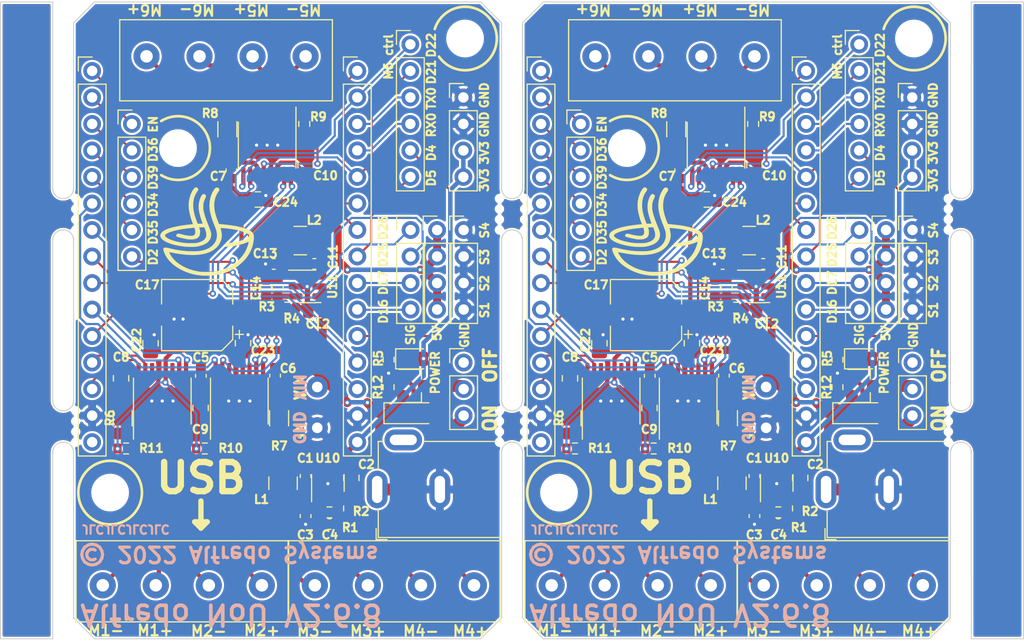
<source format=kicad_pcb>
(kicad_pcb (version 20211014) (generator pcbnew)
  (layers (0 "F.Cu" signal) (31 "B.Cu" signal) (34 "B.Paste" user) (35 "F.Paste" user) (36 "B.SilkS" user "B.Silkscreen") (37 "F.SilkS" user "F.Silkscreen") (38 "B.Mask" user) (39 "F.Mask" user) (44 "Edge.Cuts" user))
  (net 0 "")
  (net 1 "Board_0-/D16")
  (net 2 "Board_0-/D17")
  (net 3 "Board_0-/D34")
  (net 4 "Board_0-/D35")
  (net 5 "Board_0-/D36")
  (net 6 "Board_0-/D39")
  (net 7 "Board_0-/EN")
  (net 8 "Board_0-/Sheet6057E9B8/D16")
  (net 9 "Board_0-/Sheet6057E9B8/D17")
  (net 10 "Board_0-/Sheet6057E9B8/D34")
  (net 11 "Board_0-/Sheet6057E9B8/D35")
  (net 12 "Board_0-/Sheet6057E9B8/D36")
  (net 13 "Board_0-/Sheet6057E9B8/D39")
  (net 14 "Board_0-/Sheet6057E9B8/EN")
  (net 15 "Board_0-/Sheet6057E9B8/EVIN")
  (net 16 "Board_0-3V3")
  (net 17 "Board_0-5V")
  (net 18 "Board_0-D2")
  (net 19 "Board_0-D25")
  (net 20 "Board_0-D26")
  (net 21 "Board_0-D4")
  (net 22 "Board_0-D5")
  (net 23 "Board_0-GND")
  (net 24 "Board_0-M1A")
  (net 25 "Board_0-M1B")
  (net 26 "Board_0-M2A")
  (net 27 "Board_0-M2B")
  (net 28 "Board_0-M3A")
  (net 29 "Board_0-M3B")
  (net 30 "Board_0-M4A")
  (net 31 "Board_0-M4B")
  (net 32 "Board_0-M5A")
  (net 33 "Board_0-M5B")
  (net 34 "Board_0-M6A")
  (net 35 "Board_0-M6B")
  (net 36 "Board_0-Net-(C1-Pad1)")
  (net 37 "Board_0-Net-(C1-Pad2)")
  (net 38 "Board_0-Net-(C10-Pad1)")
  (net 39 "Board_0-Net-(C11-Pad1)")
  (net 40 "Board_0-Net-(C11-Pad2)")
  (net 41 "Board_0-Net-(C14-Pad1)")
  (net 42 "Board_0-Net-(C4-Pad1)")
  (net 43 "Board_0-Net-(C5-Pad2)")
  (net 44 "Board_0-Net-(C6-Pad2)")
  (net 45 "Board_0-Net-(C7-Pad2)")
  (net 46 "Board_0-Net-(C8-Pad1)")
  (net 47 "Board_0-Net-(C9-Pad1)")
  (net 48 "Board_0-Net-(D1-Pad1)")
  (net 49 "Board_0-Net-(D2-Pad2)")
  (net 50 "Board_0-Net-(J6-Pad1)")
  (net 51 "Board_0-Net-(J6-Pad2)")
  (net 52 "Board_0-Net-(J6-Pad3)")
  (net 53 "Board_0-Net-(J6-Pad4)")
  (net 54 "Board_0-Net-(J7-Pad1)")
  (net 55 "Board_0-Net-(J7-Pad2)")
  (net 56 "Board_0-Net-(J7-Pad3)")
  (net 57 "Board_0-Net-(J7-Pad4)")
  (net 58 "Board_0-Net-(J8-Pad1)")
  (net 59 "Board_0-Net-(J8-Pad2)")
  (net 60 "Board_0-Net-(J8-Pad3)")
  (net 61 "Board_0-Net-(J8-Pad4)")
  (net 62 "Board_0-Net-(J9-Pad1)")
  (net 63 "Board_0-Net-(Q1-Pad3)")
  (net 64 "Board_0-Net-(R10-Pad1)")
  (net 65 "Board_0-Net-(R11-Pad1)")
  (net 66 "Board_0-Net-(R6-Pad2)")
  (net 67 "Board_0-Net-(R7-Pad2)")
  (net 68 "Board_0-Net-(R8-Pad2)")
  (net 69 "Board_0-Net-(R9-Pad1)")
  (net 70 "Board_0-RX0")
  (net 71 "Board_0-TX0")
  (net 72 "Board_0-VIN")
  (net 73 "Board_0-unconnected-(U1-Pad8)")
  (net 74 "Board_0-unconnected-(U2-Pad8)")
  (net 75 "Board_0-unconnected-(U3-Pad8)")
  (net 76 "Board_0-unconnected-(U8-Pad1)")
  (net 77 "Board_1-/D16")
  (net 78 "Board_1-/D17")
  (net 79 "Board_1-/D34")
  (net 80 "Board_1-/D35")
  (net 81 "Board_1-/D36")
  (net 82 "Board_1-/D39")
  (net 83 "Board_1-/EN")
  (net 84 "Board_1-/Sheet6057E9B8/D16")
  (net 85 "Board_1-/Sheet6057E9B8/D17")
  (net 86 "Board_1-/Sheet6057E9B8/D34")
  (net 87 "Board_1-/Sheet6057E9B8/D35")
  (net 88 "Board_1-/Sheet6057E9B8/D36")
  (net 89 "Board_1-/Sheet6057E9B8/D39")
  (net 90 "Board_1-/Sheet6057E9B8/EN")
  (net 91 "Board_1-/Sheet6057E9B8/EVIN")
  (net 92 "Board_1-3V3")
  (net 93 "Board_1-5V")
  (net 94 "Board_1-D2")
  (net 95 "Board_1-D25")
  (net 96 "Board_1-D26")
  (net 97 "Board_1-D4")
  (net 98 "Board_1-D5")
  (net 99 "Board_1-GND")
  (net 100 "Board_1-M1A")
  (net 101 "Board_1-M1B")
  (net 102 "Board_1-M2A")
  (net 103 "Board_1-M2B")
  (net 104 "Board_1-M3A")
  (net 105 "Board_1-M3B")
  (net 106 "Board_1-M4A")
  (net 107 "Board_1-M4B")
  (net 108 "Board_1-M5A")
  (net 109 "Board_1-M5B")
  (net 110 "Board_1-M6A")
  (net 111 "Board_1-M6B")
  (net 112 "Board_1-Net-(C1-Pad1)")
  (net 113 "Board_1-Net-(C1-Pad2)")
  (net 114 "Board_1-Net-(C10-Pad1)")
  (net 115 "Board_1-Net-(C11-Pad1)")
  (net 116 "Board_1-Net-(C11-Pad2)")
  (net 117 "Board_1-Net-(C14-Pad1)")
  (net 118 "Board_1-Net-(C4-Pad1)")
  (net 119 "Board_1-Net-(C5-Pad2)")
  (net 120 "Board_1-Net-(C6-Pad2)")
  (net 121 "Board_1-Net-(C7-Pad2)")
  (net 122 "Board_1-Net-(C8-Pad1)")
  (net 123 "Board_1-Net-(C9-Pad1)")
  (net 124 "Board_1-Net-(D1-Pad1)")
  (net 125 "Board_1-Net-(D2-Pad2)")
  (net 126 "Board_1-Net-(J6-Pad1)")
  (net 127 "Board_1-Net-(J6-Pad2)")
  (net 128 "Board_1-Net-(J6-Pad3)")
  (net 129 "Board_1-Net-(J6-Pad4)")
  (net 130 "Board_1-Net-(J7-Pad1)")
  (net 131 "Board_1-Net-(J7-Pad2)")
  (net 132 "Board_1-Net-(J7-Pad3)")
  (net 133 "Board_1-Net-(J7-Pad4)")
  (net 134 "Board_1-Net-(J8-Pad1)")
  (net 135 "Board_1-Net-(J8-Pad2)")
  (net 136 "Board_1-Net-(J8-Pad3)")
  (net 137 "Board_1-Net-(J8-Pad4)")
  (net 138 "Board_1-Net-(J9-Pad1)")
  (net 139 "Board_1-Net-(Q1-Pad3)")
  (net 140 "Board_1-Net-(R10-Pad1)")
  (net 141 "Board_1-Net-(R11-Pad1)")
  (net 142 "Board_1-Net-(R6-Pad2)")
  (net 143 "Board_1-Net-(R7-Pad2)")
  (net 144 "Board_1-Net-(R8-Pad2)")
  (net 145 "Board_1-Net-(R9-Pad1)")
  (net 146 "Board_1-RX0")
  (net 147 "Board_1-TX0")
  (net 148 "Board_1-VIN")
  (net 149 "Board_1-unconnected-(U1-Pad8)")
  (net 150 "Board_1-unconnected-(U2-Pad8)")
  (net 151 "Board_1-unconnected-(U3-Pad8)")
  (net 152 "Board_1-unconnected-(U8-Pad1)")
  (footprint "AlfredoFootprints:PinHeader_1x03_P2.54mm_Vertical" (layer "F.Cu") (at 59.3634 49.544)
    (fp_text reference "U8" hide)
    (fp_text value "Switch1SPDT")
  )
  (footprint "Resistor_SMD:R_0603_1608Metric" (layer "F.Cu") (at 95.1752 49.2646 90)
    (fp_text reference "R5")
    (fp_text value "1K")
  )
  (footprint "NPTH" (layer "F.Cu") (at 65.2 55.166666)
    (fp_text reference "REF**" hide)
    (fp_text value "NPTH" hide)
  )
  (footprint "Capacitor_SMD:C_0805_2012Metric" (layer "F.Cu") (at 91.6065 60.593 90)
    (fp_text reference "C2")
    (fp_text value "10uF")
  )
  (footprint "Resistor_SMD:R_0603_1608Metric" (layer "F.Cu") (at 85.4724 44.2862)
    (fp_text reference "R4")
    (fp_text value "13K")
  )
  (footprint "Resistor_SMD:R_0603_1608Metric" (layer "F.Cu") (at 34.573 57.7736 180)
    (fp_text reference "R10")
    (fp_text value "22K")
  )
  (footprint "Resistor_SMD:R_0603_1608Metric" (layer "F.Cu") (at 87.098 26.684 -90)
    (fp_text reference "R9")
    (fp_text value "22K")
  )
  (footprint "NPTH" (layer "F.Cu") (at 65.2 34.833333)
    (fp_text reference "REF**" hide)
    (fp_text value "NPTH" hide)
  )
  (footprint "NPTH" (layer "F.Cu") (at 65.2 36.833333)
    (fp_text reference "REF**" hide)
    (fp_text value "NPTH" hide)
  )
  (footprint "AlfredoFootprints:PinSocket_1x01_P2.54mm_Vertical" (layer "F.Cu") (at 45.3426 51.8808)
    (fp_text reference "J14" hide)
    (fp_text value "Conn_01x01")
  )
  (footprint "AlfredoFootprints:TerminalBlock_bornier-4_P5.08mm" (layer "F.Cu") (at 87.225 20.207 180)
    (fp_text reference "J8" hide)
    (fp_text value "Screw_Terminal_01x04")
  )
  (footprint "AlfredoFootprints:HR8833" (layer "F.Cu") (at 83.542 28.716 -90)
    (fp_text reference "U2" hide)
    (fp_text value "HR8833")
  )
  (footprint "AlfredoFootprints:PinHeader_1x04_P2.54mm_Vertical" (layer "F.Cu") (at 56.8234 36.844)
    (fp_text reference "J12" hide)
    (fp_text value "Conn_01x04_Male")
  )
  (footprint "NPTH" (layer "F.Cu") (at 65.2 57.166666)
    (fp_text reference "REF**" hide)
    (fp_text value "NPTH" hide)
  )
  (footprint "AlfredoFootprints:PinHeader_1x06_P2.54mm_Vertical" (layer "F.Cu") (at 97.258 19.064)
    (fp_text reference "J1" hide)
    (fp_text value "Conn_01x06_Male")
  )
  (footprint "AlfredoFootprints:PinHeader_1x03_P2.54mm_Vertical" (layer "F.Cu") (at 102.3634 49.544)
    (fp_text reference "U8" hide)
    (fp_text value "Switch1SPDT")
  )
  (footprint "AlfredoFootprints:PinHeader_1x04_P2.54mm_Vertical" (layer "F.Cu") (at 59.338 24.144)
    (fp_text reference "J3" hide)
    (fp_text value "Conn_01x04_Male")
  )
  (footprint "NPTH" (layer "F.Cu") (at 62.8 36.833333)
    (fp_text reference "REF**" hide)
    (fp_text value "NPTH" hide)
  )
  (footprint "Resistor_SMD:R_0603_1608Metric" (layer "F.Cu") (at 41.558 42.3944 -90)
    (fp_text reference "R3")
    (fp_text value "100K")
  )
  (footprint "Resistor_SMD:R_0603_1608Metric" (layer "F.Cu") (at 84.558 42.3944 -90)
    (fp_text reference "R3")
    (fp_text value "100K")
  )
  (footprint "Capacitor_SMD:CP_Elec_6.3x7.7" (layer "F.Cu") (at 33.8364 44.9974 180)
    (fp_text reference "C17")
    (fp_text value "100uF")
  )
  (footprint "Resistor_SMD:R_0603_1608Metric" (layer "F.Cu") (at 95.1752 51.9062 90)
    (fp_text reference "R12")
    (fp_text value "10K")
  )
  (footprint "NPTH" (layer "F.Cu") (at 22.2 55.166666)
    (fp_text reference "REF**" hide)
    (fp_text value "NPTH" hide)
  )
  (footprint "Capacitor_SMD:C_0805_2012Metric" (layer "F.Cu") (at 34.1666 53.88994 -90)
    (fp_text reference "C9")
    (fp_text value "10uF")
  )
  (footprint "NPTH" (layer "F.Cu") (at 65.2 35.833333)
    (fp_text reference "REF**" hide)
    (fp_text value "NPTH" hide)
  )
  (footprint "NPTH" (layer "F.Cu") (at 22.2 54.166666)
    (fp_text reference "REF**" hide)
    (fp_text value "NPTH" hide)
  )
  (footprint "MountingHole:MountingHole_3.2mm_M3" (layer "F.Cu") (at 102.5 18.5)
    (fp_text reference "REF**" hide)
    (fp_text value "MountingHole_3.2mm_M3" hide)
  )
  (footprint "Capacitor_SMD:C_0805_2012Metric" (layer "F.Cu") (at 88.4315 44.5275)
    (fp_text reference "C12")
    (fp_text value "10uF")
  )
  (footprint "Capacitor_SMD:C_0805_2012Metric" (layer "F.Cu") (at 77.1666 53.88994 -90)
    (fp_text reference "C9")
    (fp_text value "10uF")
  )
  (footprint "MountingHole:MountingHole_3.2mm_M3" (layer "F.Cu") (at 32 29)
    (fp_text reference "REF**" hide)
    (fp_text value "MountingHole_3.2mm_M3" hide)
  )
  (footprint "lib_fp:Alfredo_logo_small" (layer "F.Cu") (at 77.8 37)
    (fp_text reference "G***" hide)
    (fp_text value "LOGO" hide)
  )
  (footprint "Capacitor_SMD:C_0805_2012Metric" (layer "F.Cu") (at 81.2306 47.6898 90)
    (fp_text reference "C23")
    (fp_text value "10uF")
  )
  (footprint "LED_SMD:LED_0805_2012Metric" (layer "F.Cu") (at 97.5374 49.1884)
    (fp_text reference "D1" hide)
    (fp_text value "LED")
  )
  (footprint "AlfredoFootprints:PinHeader_1x04_P2.54mm_Vertical" (layer "F.Cu") (at 54.2834 36.844)
    (fp_text reference "J2" hide)
    (fp_text value "Conn_01x04_Male")
  )
  (footprint "lib_fp:PinHeader_1x15_P2.54mm_Vertical" (layer "F.Cu") (at 66.778 21.604)
    (fp_text reference "J10" hide)
    (fp_text value "Conn_01x15_Female")
  )
  (footprint "Capacitor_SMD:C_0603_1608Metric" (layer "F.Cu") (at 37.113 31.129 90)
    (fp_text reference "C7")
    (fp_text value "10nF")
  )
  (footprint "NPTH" (layer "F.Cu") (at 62.8 54.166666)
    (fp_text reference "REF**" hide)
    (fp_text value "NPTH" hide)
  )
  (footprint "AlfredoFootprints:BarrelJack_Horizontal_Good" (layer "F.Cu") (at 94.083 61.7 180)
    (fp_text reference "J9" hide)
    (fp_text value "Barrel_Jack")
  )
  (footprint "Package_TO_SOT_SMD:SOT-23" (layer "F.Cu") (at 54.5628 51.7792)
    (fp_text reference "Q1" hide)
    (fp_text value "AO3401A")
  )
  (footprint "lib_fp:PinHeader_1x15_P2.54mm_Vertical" (layer "F.Cu") (at 49.178 21.6)
    (fp_text reference "J11" hide)
    (fp_text value "Conn_01x15_Female")
  )
  (footprint "AlfredoFootprints:HR8833" (layer "F.Cu") (at 40.542 28.716 -90)
    (fp_text reference "U2" hide)
    (fp_text value "HR8833")
  )
  (footprint "NPTH" (layer "F.Cu") (at 65.2 54.166666)
    (fp_text reference "REF**" hide)
    (fp_text value "NPTH" hide)
  )
  (footprint "Inductor_SMD:L_1210_3225Metric" (layer "F.Cu") (at 42.066 61.101 -90)
    (fp_text reference "L1")
    (fp_text value "4.7uH")
  )
  (footprint "Capacitor_SMD:C_0805_2012Metric" (layer "F.Cu") (at 69.54914 51.05276 -90)
    (fp_text reference "C8")
    (fp_text value "10uF")
  )
  (footprint "Package_TO_SOT_SMD:TSOT-23-6" (layer "F.Cu") (at 89.3586 61.0756 90)
    (fp_text reference "U10")
    (fp_text value "SY8113BADC")
  )
  (footprint "Capacitor_SMD:C_0603_1608Metric" (layer "F.Cu") (at 40.4404 42.4066 90)
    (fp_text reference "C14")
    (fp_text value "22pF")
  )
  (footprint "Resistor_SMD:R_1206_3216Metric" (layer "F.Cu") (at 69.699 54.878 -90)
    (fp_text reference "R6")
    (fp_text value "0.1")
  )
  (footprint "Capacitor_SMD:C_0805_2012Metric" (layer "F.Cu") (at 48.6065 60.593 90)
    (fp_text reference "C2")
    (fp_text value "10uF")
  )
  (footprint "NPTH" (layer "F.Cu") (at 62.8 34.833333)
    (fp_text reference "REF**" hide)
    (fp_text value "NPTH" hide)
  )
  (footprint "AlfredoFootprints:PinHeader_1x04_P2.54mm_Vertical" (layer "F.Cu") (at 102.3634 36.844)
    (fp_text reference "J5" hide)
    (fp_text value "Conn_01x04_Male")
  )
  (footprint "NPTH" (layer "F.Cu") (at 105.8 33.833333)
    (fp_text reference "REF**" hide)
    (fp_text value "NPTH" hide)
  )
  (footprint "AlfredoFootprints:TerminalBlock_bornier-4_P5.08mm" (layer "F.Cu") (at 45.114 70.88)
    (fp_text reference "J7" hide)
    (fp_text value "Screw_Terminal_01x04")
  )
  (footprint "AlfredoFootprints:HR8833" (layer "F.Cu") (at 30.495 53.227 90)
    (fp_text reference "U1" hide)
    (fp_text value "HR8833")
  )
  (footprint "Capacitor_SMD:C_0805_2012Metric" (layer "F.Cu") (at 29.366 47.6898 90)
    (fp_text reference "C22")
    (fp_text value "10uF")
  )
  (footprint "LED_SMD:LED_0805_2012Metric" (layer "F.Cu") (at 54.5374 49.1884)
    (fp_text reference "D1" hide)
    (fp_text value "LED")
  )
  (footprint "AlfredoFootprints:TerminalBlock_bornier-4_P5.08mm" (layer "F.Cu") (at 44.225 20.207 180)
    (fp_text reference "J8" hide)
    (fp_text value "Screw_Terminal_01x04")
  )
  (footprint "Capacitor_SMD:C_0805_2012Metric" (layer "F.Cu") (at 87.225 30.621 90)
    (fp_text reference "C10")
    (fp_text value "10uF")
  )
  (footprint "Package_TO_SOT_SMD:TSOT-23-6" (layer "F.Cu") (at 46.3586 61.0756 90)
    (fp_text reference "U10")
    (fp_text value "SY8113BADC")
  )
  (footprint "Resistor_SMD:R_0603_1608Metric" (layer "F.Cu") (at 42.4724 44.2862)
    (fp_text reference "R4")
    (fp_text value "13K")
  )
  (footprint "Resistor_SMD:R_0603_1608Metric" (layer "F.Cu") (at 48.3906 63.514 90)
    (fp_text reference "R2")
    (fp_text value "22K")
  )
  (footprint "NPTH" (layer "F.Cu") (at 22.2 34.833333)
    (fp_text reference "REF**" hide)
    (fp_text value "NPTH" hide)
  )
  (footprint "lib_fp:Alfredo_logo_small" (layer "F.Cu") (at 34.8 37)
    (fp_text reference "G***" hide)
    (fp_text value "LOGO" hide)
  )
  (footprint "Capacitor_SMD:C_0603_1608Metric" (layer "F.Cu") (at 80.113 31.129 90)
    (fp_text reference "C7")
    (fp_text value "10nF")
  )
  (footprint "Resistor_SMD:R_0603_1608Metric" (layer "F.Cu") (at 44.098 26.684 -90)
    (fp_text reference "R9")
    (fp_text value "22K")
  )
  (footprint "Capacitor_SMD:C_0603_1608Metric" (layer "F.Cu") (at 84.30146 50.79876 -90)
    (fp_text reference "C6")
    (fp_text value "10nF")
  )
  (footprint "AlfredoFootprints:PinHeader_1x04_P2.54mm_Vertical" (layer "F.Cu") (at 99.8234 36.844)
    (fp_text reference "J12" hide)
    (fp_text value "Conn_01x04_Male")
  )
  (footprint "NPTH" (layer "F.Cu") (at 65.2 56.166666)
    (fp_text reference "REF**" hide)
    (fp_text value "NPTH" hide)
  )
  (footprint "Capacitor_SMD:C_0603_1608Metric" (layer "F.Cu") (at 87.225 60.4152 -90)
    (fp_text reference "C1")
    (fp_text value "100nF")
  )
  (footprint "NPTH" (layer "F.Cu") (at 105.8 35.833333)
    (fp_text reference "REF**" hide)
    (fp_text value "NPTH" hide)
  )
  (footprint "Resistor_SMD:R_1206_3216Metric" (layer "F.Cu") (at 41.685 54.878 -90)
    (fp_text reference "R7")
    (fp_text value "0.1")
  )
  (footprint "Resistor_SMD:R_1206_3216Metric" (layer "F.Cu") (at 36.732 27.192 90)
    (fp_text reference "R8")
    (fp_text value "0.1")
  )
  (footprint "Resistor_SMD:R_0603_1608Metric" (layer "F.Cu") (at 52.1752 49.2646 90)
    (fp_text reference "R5")
    (fp_text value "1K")
  )
  (footprint "MountingHole:MountingHole_3.2mm_M3" (layer "F.Cu") (at 75 29)
    (fp_text reference "REF**" hide)
    (fp_text value "MountingHole_3.2mm_M3" hide)
  )
  (footprint "Resistor_SMD:R_0603_1608Metric" (layer "F.Cu") (at 89.511 63.895)
    (fp_text reference "R1")
    (fp_text value "100K")
  )
  (footprint "Capacitor_SMD:C_0603_1608Metric" (layer "F.Cu") (at 87.225 64.2506 90)
    (fp_text reference "C3")
    (fp_text value "22uF")
  )
  (footprint "Diode_SMD:D_MiniMELF" (layer "F.Cu") (at 54.2834 54.3954)
    (fp_text reference "D2" hide)
    (fp_text value "ZMM5V6")
  )
  (footprint "lib_fp:PinHeader_1x15_P2.54mm_Vertical" (layer "F.Cu") (at 23.778 21.604)
    (fp_text reference "J10" hide)
    (fp_text value "Conn_01x15_Female")
  )
  (footprint "AlfredoFootprints:HR8833" (layer "F.Cu") (at 73.495 53.227 90)
    (fp_text reference "U1" hide)
    (fp_text value "HR8833")
  )
  (footprint "NPTH" (layer "F.Cu") (at 22.2 35.833333)
    (fp_text reference "REF**" hide)
    (fp_text value "NPTH" hide)
  )
  (footprint "Capacitor_SMD:C_0603_1608Metric" (layer "F.Cu") (at 44.225 60.4152 -90)
    (fp_text reference "C1")
    (fp_text value "100nF")
  )
  (footprint "Resistor_SMD:R_0603_1608Metric" (layer "F.Cu") (at 46.511 63.895)
    (fp_text reference "R1")
    (fp_text value "100K")
  )
  (footprint "AlfredoFootprints:PinHeader_1x04_P2.54mm_Vertical" (layer "F.Cu") (at 102.338 24.144)
    (fp_text reference "J3" hide)
    (fp_text value "Conn_01x04_Male")
  )
  (footprint "Capacitor_SMD:C_0805_2012Metric" (layer "F.Cu") (at 45.4315 44.5275)
    (fp_text reference "C12")
    (fp_text value "10uF")
  )
  (footprint "Resistor_SMD:R_1206_3216Metric" (layer "F.Cu") (at 26.699 54.878 -90)
    (fp_text reference "R6")
    (fp_text value "0.1")
  )
  (footprint "AlfredoFootprints:PinSocket_1x01_P2.54mm_Vertical" (layer "F.Cu") (at 88.3426 51.8808)
    (fp_text reference "J14" hide)
    (fp_text value "Conn_01x01")
  )
  (footprint "Package_TO_SOT_SMD:TSOT-23-6" (layer "F.Cu") (at 44.4 42.25)
    (fp_text reference "U11")
    (fp_text value "SY8113BADC")
  )
  (footprint "Capacitor_SMD:C_0603_1608Metric" (layer "F.Cu") (at 89.511 65.0126 180)
    (fp_text reference "C4")
    (fp_text value "22pF")
  )
  (footprint "NPTH" (layer "F.Cu") (at 105.8 57.166666)
    (fp_text reference "REF**" hide)
    (fp_text value "NPTH" hide)
  )
  (footprint "NPTH" (layer "F.Cu") (at 22.2 36.833333)
    (fp_text reference "REF**" hide)
    (fp_text value "NPTH" hide)
  )
  (footprint "AlfredoFootprints:TerminalBlock_bornier-4_P5.08mm" (layer "F.Cu") (at 88.114 70.88)
    (fp_text reference "J7" hide)
    (fp_text value "Screw_Terminal_01x04")
  )
  (footprint "AlfredoFootprints:PinHeader_1x04_P2.54mm_Vertical" (layer "F.Cu") (at 97.2834 36.844)
    (fp_text reference "J2" hide)
    (fp_text value "Conn_01x04_Male")
  )
  (footprint "Resistor_SMD:R_1206_3216Metric" (layer "F.Cu") (at 79.732 27.192 90)
    (fp_text reference "R8")
    (fp_text value "0.1")
  )
  (footprint "NPTH" (layer "F.Cu") (at 22.2 56.166666)
    (fp_text reference "REF**" hide)
    (fp_text value "NPTH" hide)
  )
  (footprint "NPTH" (layer "F.Cu") (at 62.8 33.833333)
    (fp_text reference "REF**" hide)
    (fp_text value "NPTH" hide)
  )
  (footprint "Capacitor_SMD:C_0603_1608Metric" (layer "F.Cu") (at 41.30146 50.79876 -90)
    (fp_text reference "C6")
    (fp_text value "10nF")
  )
  (footprint "Resistor_SMD:R_0603_1608Metric" (layer "F.Cu") (at 91.3906 63.514 90)
    (fp_text reference "R2")
    (fp_text value "22K")
  )
  (footprint "Capacitor_SMD:C_0603_1608Metric" (layer "F.Cu") (at 84.177 40.0952)
    (fp_text reference "C13")
    (fp_text value "22uF")
  )
  (footprint "Package_TO_SOT_SMD:SOT-23" (layer "F.Cu") (at 97.5628 51.7792)
    (fp_text reference "Q1" hide)
    (fp_text value "AO3401A")
  )
  (footprint "NPTH" (layer "F.Cu") (at 105.8 34.833333)
    (fp_text reference "REF**" hide)
    (fp_text value "NPTH" hide)
  )
  (footprint "AlfredoFootprints:PinHeader_1x04_P2.54mm_Vertical" (layer "F.Cu") (at 59.3634 36.844)
    (fp_text reference "J5" hide)
    (fp_text value "Conn_01x04_Male")
  )
  (footprint "NPTH" (layer "F.Cu") (at 62.8 55.166666)
    (fp_text reference "REF**" hide)
    (fp_text value "NPTH" hide)
  )
  (footprint "Capacitor_SMD:C_0805_2012Metric" (layer "F.Cu") (at 44.225 30.621 90)
    (fp_text reference "C10")
    (fp_text value "10uF")
  )
  (footprint "Capacitor_SMD:C_0603_1608Metric" (layer "F.Cu") (at 77.192 50.814 -90)
    (fp_text reference "C5")
    (fp_text value "10nF")
  )
  (footprint "Capacitor_SMD:C_0603_1608Metric" (layer "F.Cu") (at 44.225 64.2506 90)
    (fp_text reference "C3")
    (fp_text value "22uF")
  )
  (footprint "Capacitor_SMD:C_0603_1608Metric" (layer "F.Cu") (at 41.177 40.0952)
    (fp_text reference "C13")
    (fp_text value "22uF")
  )
  (footprint "NPTH" (layer "F.Cu") (at 65.2 33.833333)
    (fp_text reference "REF**" hide)
    (fp_text value "NPTH" hide)
  )
  (footprint "Capacitor_SMD:C_0805_2012Metric" (layer "F.Cu") (at 72.366 47.6898 90)
    (fp_text reference "C22")
    (fp_text value "10uF")
  )
  (footprint "Capacitor_SMD:C_0805_2012Metric" (layer "F.Cu") (at 39.653 33.923)
    (fp_text reference "C24")
    (fp_text value "10uF")
  )
  (footprint "Capacitor_SMD:C_0603_1608Metric" (layer "F.Cu") (at 83.4404 42.4066 90)
    (fp_text reference "C14")
    (fp_text value "22pF")
  )
  (footprint "NPTH" (layer "F.Cu") (at 62.8 56.166666)
    (fp_text reference "REF**" hide)
    (fp_text value "NPTH" hide)
  )
  (footprint "AlfredoFootprints:PinHeader_1x06_P2.54mm_Vertical" (layer "F.Cu") (at 54.258 19.064)
    (fp_text reference "J1" hide)
    (fp_text value "Conn_01x06_Male")
  )
  (footprint "Capacitor_SMD:C_0805_2012Metric" (layer "F.Cu") (at 38.2306 47.6898 90)
    (fp_text reference "C23")
    (fp_text value "10uF")
  )
  (footprint "Capacitor_SMD:C_0805_2012Metric" (layer "F.Cu") (at 26.54914 51.05276 -90)
    (fp_text reference "C8")
    (fp_text value "10uF")
  )
  (footprint "Inductor_SMD:L_1210_3225Metric" (layer "F.Cu") (at 85.066 61.101 -90)
    (fp_text reference "L1")
    (fp_text value "4.7uH")
  )
  (footprint "NPTH" (layer "F.Cu") (at 105.8 54.166666)
    (fp_text reference "REF**" hide)
    (fp_text value "NPTH" hide)
  )
  (footprint "Resistor_SMD:R_0603_1608Metric" (layer "F.Cu") (at 70.0292 57.7736 180)
    (fp_text reference "R11")
    (fp_text value "22K")
  )
  (footprint "Capacitor_SMD:C_0603_1608Metric" (layer "F.Cu") (at 88.0632 40.0952 180)
    (fp_text reference "C11")
    (fp_text value "100nF")
  )
  (footprint "Resistor_SMD:R_1206_3216Metric" (layer "F.Cu") (at 84.685 54.878 -90)
    (fp_text reference "R7")
    (fp_text value "0.1")
  )
  (footprint "NPTH" (layer "F.Cu") (at 22.2 33.833333)
    (fp_text reference "REF**" hide)
    (fp_text value "NPTH" hide)
  )
  (footprint "AlfredoFootprints:PinSocket_1x01_P2.54mm_Vertical" (layer "F.Cu") (at 88.3426 55.7924)
    (fp_text reference "J13" hide)
    (fp_text value "Conn_01x01")
  )
  (footprint "AlfredoFootprints:HR8833" (layer "F.Cu") (at 37.875 53.227 90)
    (fp_text reference "U3" hide)
    (fp_text value "HR8833")
  )
  (footprint "MountingHole:MountingHole_3.2mm_M3" (layer "F.Cu") (at 68.5 62)
    (fp_text reference "REF**" hide)
    (fp_text value "MountingHole_3.2mm_M3" hide)
  )
  (footprint "NPTH" (layer "F.Cu") (at 105.8 36.833333)
    (fp_text reference "REF**" hide)
    (fp_text value "NPTH" hide)
  )
  (footprint "NPTH" (layer "F.Cu") (at 105.8 55.166666)
    (fp_text reference "REF**" hide)
    (fp_text value "NPTH" hide)
  )
  (footprint "AlfredoFootprints:PinHeader_1x06_P2.54mm_Vertical" (layer "F.Cu") (at 27.588 26.684)
    (fp_text reference "J4" hide)
    (fp_text value "Conn_01x06_Male")
  )
  (footprint "AlfredoFootprints:PinHeader_1x06_P2.54mm_Vertical" (layer "F.Cu") (at 70.588 26.684)
    (fp_text reference "J4" hide)
    (fp_text value "Conn_01x06_Male")
  )
  (footprint "Inductor_SMD:L_1210_3225Metric" (layer "F.Cu") (at 86.717 37.86 180)
    (fp_text reference "L2")
    (fp_text value "4.7uH")
  )
  (footprint "NPTH" (layer "F.Cu") (at 62.8 57.166666)
    (fp_text reference "REF**" hide)
    (fp_text value "NPTH" hide)
  )
  (footprint "Capacitor_SMD:C_0603_1608Metric" (layer "F.Cu") (at 45.0632 40.0952 180)
    (fp_text reference "C11")
    (fp_text value "100nF")
  )
  (footprint "Resistor_SMD:R_0603_1608Metric" (layer "F.Cu") (at 52.1752 51.9062 90)
    (fp_text reference "R12")
    (fp_text value "10K")
  )
  (footprint "Resistor_SMD:R_0603_1608Metric" (layer "F.Cu") (at 27.0292 57.7736 180)
    (fp_text reference "R11")
    (fp_text value "22K")
  )
  (footprint "Diode_SMD:D_MiniMELF" (layer "F.Cu") (at 97.2834 54.3954)
    (fp_text reference "D2" hide)
    (fp_text value "ZMM5V6")
  )
  (footprint "Capacitor_SMD:CP_Elec_6.3x7.7" (layer "F.Cu") (at 76.8364 44.9974 180)
    (fp_text reference "C17")
    (fp_text value "100uF")
  )
  (footprint "Inductor_SMD:L_1210_3225Metric" (layer "F.Cu") (at 43.717 37.86 180)
    (fp_text reference "L2")
    (fp_text value "4.7uH")
  )
  (footprint "AlfredoFootprints:TerminalBlock_bornier-4_P5.08mm" (layer "F.Cu") (at 24.794 70.88)
    (fp_text reference "J6" hide)
    (fp_text value "Screw_Terminal_01x04")
  )
  (footprint "AlfredoFootprints:HR8833" (layer "F.Cu") (at 80.875 53.227 90)
    (fp_text reference "U3" hide)
    (fp_text value "HR8833")
  )
  (footprint "MountingHole:MountingHole_3.2mm_M3" (layer "F.Cu") (at 25.5 62)
    (fp_text reference "REF**" hide)
    (fp_text value "MountingHole_3.2mm_M3" hide)
  )
  (footprint "NPTH" (layer "F.Cu") (at 62.8 35.833333)
    (fp_text reference "REF**" hide)
    (fp_text value "NPTH" hide)
  )
  (footprint "AlfredoFootprints:BarrelJack_Horizontal_Good" (layer "F.Cu") (at 51.083 61.7 180)
    (fp_text reference "J9" hide)
    (fp_text value "Barrel_Jack")
  )
  (footprint "Capacitor_SMD:C_0603_1608Metric" (layer "F.Cu") (at 46.511 65.0126 180)
    (fp_text reference "C4")
    (fp_text value "22pF")
  )
  (footprint "AlfredoFootprints:PinSocket_1x01_P2.54mm_Vertical" (layer "F.Cu") (at 45.3426 55.7924)
    (fp_text reference "J13" hide)
    (fp_text value "Conn_01x01")
  )
  (footprint "Resistor_SMD:R_0603_1608Metric" (layer "F.Cu") (at 77.573 57.7736 180)
    (fp_text reference "R10")
    (fp_text value "22K")
  )
  (footprint "NPTH" (layer "F.Cu") (at 105.8 56.166666)
    (fp_text reference "REF**" hide)
    (fp_text value "NPTH" hide)
  )
  (footprint "NPTH" (layer "F.Cu") (at 22.2 57.166666)
    (fp_text reference "REF**" hide)
    (fp_text value "NPTH" hide)
  )
  (footprint "Capacitor_SMD:C_0603_1608Metric" (layer "F.Cu") (at 34.192 50.814 -90)
    (fp_text reference "C5")
    (fp_text value "10nF")
  )
  (footprint "MountingHole:MountingHole_3.2mm_M3" (layer "F.Cu") (at 59.5 18.5)
    (fp_text reference "REF**" hide)
    (fp_text value "MountingHole_3.2mm_M3" hide)
  )
  (footprint "Capacitor_SMD:C_0805_2012Metric" (layer "F.Cu") (at 82.653 33.923)
    (fp_text reference "C24")
    (fp_text value "10uF")
  )
  (footprint "AlfredoFootprints:TerminalBlock_bornier-4_P5.08mm" (layer "F.Cu") (at 67.794 70.88)
    (fp_text reference "J6" hide)
    (fp_text value "Screw_Terminal_01x04")
  )
  (footprint "Package_TO_SOT_SMD:TSOT-23-6" (layer "F.Cu") (at 87.4 42.25)
    (fp_text reference "U11")
    (fp_text value "SY8113BADC")
  )
  (footprint "lib_fp:PinHeader_1x15_P2.54mm_Vertical" (layer "F.Cu") (at 92.178 21.6)
    (fp_text reference "J11" hide)
    (fp_text value "Conn_01x15_Female")
  )
  (gr_circle (center 25.5 62) (end 28.548 62) (layer "F.SilkS") (width 0.254) (fill none))
  (gr_circle (center 68.5 62) (end 71.548 62) (layer "F.SilkS") (width 0.254) (fill none))
  (gr_line (start 76.6 64.8) (end 77.2 65.4) (layer "F.SilkS") (width 0.508))
  (gr_line (start 33.6 64.8) (end 34.2 65.4) (layer "F.SilkS") (width 0.508))
  (gr_line (start 77.2 65.4) (end 77.8 64.8) (layer "F.SilkS") (width 0.508))
  (gr_line (start 34.2 65.4) (end 34.8 64.8) (layer "F.SilkS") (width 0.508))
  (gr_line (start 34.8 64.8) (end 33.6 64.8) (layer "F.SilkS") (width 0.508))
  (gr_line (start 77.8 64.8) (end 76.6 64.8) (layer "F.SilkS") (width 0.508))
  (gr_arc (start 56.598191 17.591862) (mid 62.505787 18.041245) (end 57.0012 20.2324) (layer "F.SilkS") (width 0.254))
  (gr_arc (start 99.598191 17.591862) (mid 105.505787 18.041245) (end 100.0012 20.2324) (layer "F.SilkS") (width 0.254))
  (gr_arc (start 30.386054 26.410004) (mid 35.059429 28.990302) (end 30.394701 31.586199) (layer "F.SilkS") (width 0.254))
  (gr_arc (start 73.386054 26.410004) (mid 78.059429 28.990302) (end 73.394701 31.586199) (layer "F.SilkS") (width 0.254))
  (gr_line (start 34.2 62.8) (end 34.2 65.4) (layer "F.SilkS") (width 0.508))
  (gr_line (start 77.2 62.8) (end 77.2 65.4) (layer "F.SilkS") (width 0.508))
  (gr_line (start 20.796861 33.814307) (end 20.74945 33.803661) (layer "Edge.Cuts") (width 0.1))
  (gr_line (start 107.924637 57.777811) (end 107.942125 57.823146) (layer "Edge.Cuts") (width 0.1))
  (gr_line (start 22.008677 74.008677) (end 23.991322 75.991322) (layer "Edge.Cuts") (width 0.1))
  (gr_line (start 64.107036 54.161896) (end 64.058576 54.165471) (layer "Edge.Cuts") (width 0.1))
  (gr_line (start 106.029671 37.582783) (end 106.042631 37.535952) (layer "Edge.Cuts") (width 0.1))
  (gr_line (start 107.674841 53.910206) (end 107.638047 53.941944) (layer "Edge.Cuts") (width 0.1))
  (gr_line (start 106.566721 54.071613) (end 106.523318 54.049766) (layer "Edge.Cuts") (width 0.1))
  (gr_line (start 21.859148 53.685626) (end 21.833152 53.726679) (layer "Edge.Cuts") (width 0.1))
  (gr_line (start 107.203138 57.185692) (end 107.250549 57.196338) (layer "Edge.Cuts") (width 0.1))
  (gr_line (start 63 53.176543) (end 63 37.823456) (layer "Edge.Cuts") (width 0.1))
  (gr_line (start 19.994874 15.001353) (end 19.987727 15) (layer "Edge.Cuts") (width 0.1))
  (gr_line (start 63.361952 53.941944) (end 63.325158 53.910206) (layer "Edge.Cuts") (width 0.1))
  (gr_line (start 63.029671 53.417216) (end 63.019025 53.369805) (layer "Edge.Cuts") (width 0.1))
  (gr_line (start 63.400259 33.638506) (end 63.361952 33.608611) (layer "Edge.Cuts") (width 0.1))
  (gr_line (start 107.51896 36.974184) (end 107.560012 37.00018) (layer "Edge.Cuts") (width 0.1))
  (gr_line (start 64.343519 36.891207) (end 64.388855 36.908695) (layer "Edge.Cuts") (width 0.1))
  (gr_line (start 106.796861 36.852358) (end 106.844737 36.844051) (layer "Edge.Cuts") (width 0.1))
  (gr_line (start 106.611144 54.091304) (end 106.566721 54.071613) (layer "Edge.Cuts") (width 0.1))
  (gr_line (start 107.59974 33.638506) (end 107.560012 33.666485) (layer "Edge.Cuts") (width 0.1))
  (gr_line (start 63.042631 57.869285) (end 63.057874 57.823146) (layer "Edge.Cuts") (width 0.1))
  (gr_line (start 106.00477 53.273703) (end 106.001195 53.225243) (layer "Edge.Cuts") (width 0.1))
  (gr_line (start 106.194826 33.433073) (end 106.166847 33.393346) (layer "Edge.Cuts") (width 0.1))
  (gr_line (start 106.289966 33.543366) (end 106.25646 33.508174) (layer "Edge.Cuts") (width 0.1))
  (gr_line (start 21.59974 33.638506) (end 21.560012 33.666485) (layer "Edge.Cuts") (width 0.1))
  (gr_line (start 106.25646 57.491825) (end 106.289966 57.456633) (layer "Edge.Cuts") (width 0.1))
  (gr_line (start 21.859148 37.314373) (end 21.883099 37.356651) (layer "Edge.Cuts") (width 0.1))
  (gr_line (start 107.009877 33.833333) (end 106.941423 33.832137) (layer "Edge.Cuts") (width 0.1))
  (gr_line (start 64.155262 54.155948) (end 64.107036 54.161896) (layer "Edge.Cuts") (width 0.1))
  (gr_line (start 63.325158 53.910206) (end 63.289966 53.8767) (layer "Edge.Cuts") (width 0.1))
  (gr_line (start 63.1169 33.310014) (end 63.095053 33.266611) (layer "Edge.Cuts") (width 0.1))
  (gr_line (start 103.997967 15.00044) (end 67.012272 15) (layer "Edge.Cuts") (width 0.1))
  (gr_line (start 20.25646 37.158491) (end 20.289966 37.123299) (layer "Edge.Cuts") (width 0.1))
  (gr_line (start 108 53.176543) (end 107.998804 53.225243) (layer "Edge.Cuts") (width 0.1))
  (gr_line (start 21.805173 53.766407) (end 21.775278 53.804714) (layer "Edge.Cuts") (width 0.1))
  (gr_line (start 106.611144 57.242028) (end 106.65648 57.22454) (layer "Edge.Cuts") (width 0.1))
  (gr_line (start 107.942125 57.823146) (end 107.957368 57.869285) (layer "Edge.Cuts") (width 0.1))
  (gr_line (start 64.904946 57.733388) (end 64.924637 57.777811) (layer "Edge.Cuts") (width 0.1))
  (gr_line (start 20.990122 54.166666) (end 20.941423 54.165471) (layer "Edge.Cuts") (width 0.1))
  (gr_line (start 21.674841 33.576872) (end 21.638047 33.608611) (layer "Edge.Cuts") (width 0.1))
  (gr_line (start 64.155262 33.822615) (end 64.107036 33.828563) (layer "Edge.Cuts") (width 0.1))
  (gr_line (start 63.075362 33.222188) (end 63.057874 33.176853) (layer "Edge.Cuts") (width 0.1))
  (gr_line (start 112.987727 15) (end 108.012272 15) (layer "Edge.Cuts") (width 0.1))
  (gr_line (start 21.59974 53.971839) (end 21.560012 53.999819) (layer "Edge.Cuts") (width 0.1))
  (gr_line (start 63.481039 54.025815) (end 63.439987 53.999819) (layer "Edge.Cuts") (width 0.1))
  (gr_line (start 20.095053 37.400055) (end 20.1169 37.356651) (layer "Edge.Cuts") (width 0.1))
  (gr_line (start 64.388855 54.091304) (end 64.343519 54.108792) (layer "Edge.Cuts") (width 0.1))
  (gr_line (start 21.560012 57.333514) (end 21.59974 57.361493) (layer "Edge.Cuts") (width 0.1))
  (gr_line (start 64.29738 54.124034) (end 64.250549 54.136994) (layer "Edge.Cuts") (width 0.1))
  (gr_line (start 63.892963 57.171436) (end 63.941423 57.167862) (layer "Edge.Cuts") (width 0.1))
  (gr_line (start 107.638047 37.058055) (end 107.674841 37.089793) (layer "Edge.Cuts") (width 0.1))
  (gr_line (start 63.075362 57.777811) (end 63.095053 57.733388) (layer "Edge.Cuts") (width 0.1))
  (gr_line (start 106.796861 57.185692) (end 106.844737 57.177384) (layer "Edge.Cuts") (width 0.1))
  (gr_line (start 64.59974 37.02816) (end 64.638047 37.058055) (layer "Edge.Cuts") (width 0.1))
  (gr_line (start 21.980974 37.630194) (end 21.989281 37.67807) (layer "Edge.Cuts") (width 0.1))
  (gr_line (start 107.107036 33.828563) (end 107.058576 33.832137) (layer "Edge.Cuts") (width 0.1))
  (gr_line (start 20.325158 33.576872) (end 20.289966 33.543366) (layer "Edge.Cuts") (width 0.1))
  (gr_line (start 63.523318 54.049766) (end 63.481039 54.025815) (layer "Edge.Cuts") (width 0.1))
  (gr_line (start 106.481039 57.307517) (end 106.523318 57.283567) (layer "Edge.Cuts") (width 0.1))
  (gr_line (start 20.325158 37.089793) (end 20.361952 37.058055) (layer "Edge.Cuts") (width 0.1))
  (gr_line (start 64.942125 33.176853) (end 64.924637 33.222188) (layer "Edge.Cuts") (width 0.1))
  (gr_line (start 20.523318 57.283567) (end 20.566721 57.261719) (layer "Edge.Cuts") (width 0.1))
  (gr_line (start 63.194826 37.233592) (end 63.224721 37.195285) (layer "Edge.Cuts") (width 0.1))
  (gr_line (start 63.892963 54.161896) (end 63.844737 54.155948) (layer "Edge.Cuts") (width 0.1))
  (gr_line (start 21.107036 54.161896) (end 21.058576 54.165471) (layer "Edge.Cuts") (width 0.1))
  (gr_line (start 64.107036 33.828563) (end 64.058576 33.832137) (layer "Edge.Cuts") (width 0.1))
  (gr_line (start 106.224721 57.528619) (end 106.25646 57.491825) (layer "Edge.Cuts") (width 0.1))
  (gr_line (start 64.924637 33.222188) (end 64.904946 33.266611) (layer "Edge.Cuts") (width 0.1))
  (gr_line (start 63.65648 54.108792) (end 63.611144 54.091304) (layer "Edge.Cuts") (width 0.1))
  (gr_line (start 63.523318 57.283567) (end 63.566721 57.261719) (layer "Edge.Cuts") (width 0.1))
  (gr_line (start 21.250549 33.803661) (end 21.203138 33.814307) (layer "Edge.Cuts") (width 0.1))
  (gr_line (start 106.796861 33.814307) (end 106.74945 33.803661) (layer "Edge.Cuts") (width 0.1))
  (gr_line (start 63.844737 36.844051) (end 63.892963 36.838103) (layer "Edge.Cuts") (width 0.1))
  (gr_line (start 64.560012 37.00018) (end 64.59974 37.02816) (layer "Edge.Cuts") (width 0.1))
  (gr_line (start 63.702619 36.875965) (end 63.74945 36.863005) (layer "Edge.Cuts") (width 0.1))
  (gr_line (start 63.439987 53.999819) (end 63.400259 53.971839) (layer "Edge.Cuts") (width 0.1))
  (gr_line (start 15.000912 75.993997) (end 15.004704 75.998394) (layer "Edge.Cuts") (width 0.1))
  (gr_line (start 64.883099 57.689985) (end 64.904946 57.733388) (layer "Edge.Cuts") (width 0.1))
  (gr_line (start 107.29738 33.790701) (end 107.250549 33.803661) (layer "Edge.Cuts") (width 0.1))
  (gr_line (start 20.140851 37.314373) (end 20.166847 37.27332) (layer "Edge.Cuts") (width 0.1))
  (gr_line (start 20.65648 54.108792) (end 20.611144 54.091304) (layer "Edge.Cuts") (width 0.1))
  (gr_line (start 64.833152 53.726679) (end 64.805173 53.766407) (layer "Edge.Cuts") (width 0.1))
  (gr_line (start 64.942125 57.823146) (end 64.957368 57.869285) (layer "Edge.Cuts") (width 0.1))
  (gr_line (start 64.998804 58.108089) (end 65 58.156789) (layer "Edge.Cuts") (width 0.1))
  (gr_line (start 107.250549 36.863005) (end 107.29738 36.875965) (layer "Edge.Cuts") (width 0.1))
  (gr_line (start 23.991322 75.991322) (end 24.002032 75.999559) (layer "Edge.Cuts") (width 0.1))
  (gr_line (start 20.65648 57.22454) (end 20.702619 57.209298) (layer "Edge.Cuts") (width 0.1))
  (gr_line (start 20.019025 37.630194) (end 20.029671 37.582783) (layer "Edge.Cuts") (width 0.1))
  (gr_line (start 21.942125 57.823146) (end 21.957368 57.869285) (layer "Edge.Cuts") (width 0.1))
  (gr_line (start 107.058576 33.832137) (end 107.009877 33.833333) (layer "Edge.Cuts") (width 0.1))
  (gr_line (start 106.224721 37.195285) (end 106.25646 37.158491) (layer "Edge.Cuts") (width 0.1))
  (gr_line (start 63.029671 33.083882) (end 63.019025 33.036472) (layer "Edge.Cuts") (width 0.1))
  (gr_line (start 107.433278 33.73828) (end 107.388855 33.757971) (layer "Edge.Cuts") (width 0.1))
  (gr_line (start 106.74945 54.136994) (end 106.702619 54.124034) (layer "Edge.Cuts") (width 0.1))
  (gr_line (start 20.224721 57.528619) (end 20.25646 57.491825) (layer "Edge.Cuts") (width 0.1))
  (gr_line (start 107.775278 33.47138) (end 107.743539 33.508174) (layer "Edge.Cuts") (width 0.1))
  (gr_line (start 21.957368 53.464047) (end 21.942125 53.510186) (layer "Edge.Cuts") (width 0.1))
  (gr_line (start 64.775278 37.195285) (end 64.805173 37.233592) (layer "Edge.Cuts") (width 0.1))
  (gr_line (start 63.611144 57.242028) (end 63.65648 57.22454) (layer "Edge.Cuts") (width 0.1))
  (gr_line (start 24.012272 15) (end 24.000171 15.001055) (layer "Edge.Cuts") (width 0.1))
  (gr_line (start 106.224721 53.804714) (end 106.194826 53.766407) (layer "Edge.Cuts") (width 0.1))
  (gr_line (start 20.702619 36.875965) (end 20.74945 36.863005) (layer "Edge.Cuts") (width 0.1))
  (gr_line (start 106.990122 54.166666) (end 106.941423 54.165471) (layer "Edge.Cuts") (width 0.1))
  (gr_line (start 21.805173 33.433073) (end 21.775278 33.47138) (layer "Edge.Cuts") (width 0.1))
  (gr_line (start 107.107036 36.838103) (end 107.155262 36.844051) (layer "Edge.Cuts") (width 0.1))
  (gr_line (start 107.710033 37.123299) (end 107.743539 37.158491) (layer "Edge.Cuts") (width 0.1))
  (gr_line (start 61.008677 15.008677) (end 60.999374 15.000867) (layer "Edge.Cuts") (width 0.1))
  (gr_line (start 21.883099 57.689985) (end 21.904946 57.733388) (layer "Edge.Cuts") (width 0.1))
  (gr_line (start 106.057874 37.489813) (end 106.075362 37.444477) (layer "Edge.Cuts") (width 0.1))
  (gr_line (start 106.361952 33.608611) (end 106.325158 33.576872) (layer "Edge.Cuts") (width 0.1))
  (gr_line (start 106.325158 57.423127) (end 106.361952 57.391388) (layer "Edge.Cuts") (width 0.1))
  (gr_line (start 107.058576 36.834528) (end 107.107036 36.838103) (layer "Edge.Cuts") (width 0.1))
  (gr_line (start 107.107036 57.171436) (end 107.155262 57.177384) (layer "Edge.Cuts") (width 0.1))
  (gr_line (start 63.566721 57.261719) (end 63.611144 57.242028) (layer "Edge.Cuts") (width 0.1))
  (gr_line (start 107.155262 33.822615) (end 107.107036 33.828563) (layer "Edge.Cuts") (width 0.1))
  (gr_line (start 64.29738 36.875965) (end 64.343519 36.891207) (layer "Edge.Cuts") (width 0.1))
  (gr_line (start 63.224721 53.804714) (end 63.194826 53.766407) (layer "Edge.Cuts") (width 0.1))
  (gr_line (start 15.000003 15.012027) (end 15 75.987727) (layer "Edge.Cuts") (width 0.1))
  (gr_line (start 107.343519 57.22454) (end 107.388855 57.242028) (layer "Edge.Cuts") (width 0.1))
  (gr_line (start 64.833152 33.393346) (end 64.805173 33.433073) (layer "Edge.Cuts") (width 0.1))
  (gr_line (start 64.058576 33.832137) (end 64.009877 33.833333) (layer "Edge.Cuts") (width 0.1))
  (gr_line (start 106.042631 37.535952) (end 106.057874 37.489813) (layer "Edge.Cuts") (width 0.1))
  (gr_line (start 106.566721 36.928386) (end 106.611144 36.908695) (layer "Edge.Cuts") (width 0.1))
  (gr_line (start 21.009877 33.833333) (end 20.941423 33.832137) (layer "Edge.Cuts") (width 0.1))
  (gr_line (start 108.000559 15.006917) (end 108 32.84321) (layer "Edge.Cuts") (width 0.1))
  (gr_line (start 21.995229 53.273703) (end 21.989281 53.321929) (layer "Edge.Cuts") (width 0.1))
  (gr_line (start 20.057874 33.176853) (end 20.042631 33.130714) (layer "Edge.Cuts") (width 0.1))
  (gr_line (start 20.892963 57.171436) (end 20.941423 57.167862) (layer "Edge.Cuts") (width 0.1))
  (gr_line (start 21.29738 33.790701) (end 21.250549 33.803661) (layer "Edge.Cuts") (width 0.1))
  (gr_line (start 21.710033 37.123299) (end 21.743539 37.158491) (layer "Edge.Cuts") (width 0.1))
  (gr_line (start 63.095053 57.733388) (end 63.1169 57.689985) (layer "Edge.Cuts") (width 0.1))
  (gr_line (start 20.042631 57.869285) (end 20.057874 57.823146) (layer "Edge.Cuts") (width 0.1))
  (gr_line (start 20.796861 36.852358) (end 20.844737 36.844051) (layer "Edge.Cuts") (width 0.1))
  (gr_line (start 21.058576 36.834528) (end 21.107036 36.838103) (layer "Edge.Cuts") (width 0.1))
  (gr_line (start 21.998804 37.774756) (end 22 37.823456) (layer "Edge.Cuts") (width 0.1))
  (gr_line (start 20.010718 53.321929) (end 20.00477 53.273703) (layer "Edge.Cuts") (width 0.1))
  (gr_line (start 21.433278 36.928386) (end 21.476681 36.950233) (layer "Edge.Cuts") (width 0.1))
  (gr_line (start 20.941423 54.165471) (end 20.892963 54.161896) (layer "Edge.Cuts") (width 0.1))
  (gr_line (start 106.65648 57.22454) (end 106.702619 57.209298) (layer "Edge.Cuts") (width 0.1))
  (gr_line (start 106.075362 33.222188) (end 106.057874 33.176853) (layer "Edge.Cuts") (width 0.1))
  (gr_line (start 20.001195 37.774756) (end 20.00477 37.726296) (layer "Edge.Cuts") (width 0.1))
  (gr_line (start 20.140851 53.685626) (end 20.1169 53.643348) (layer "Edge.Cuts") (width 0.1))
  (gr_line (start 21.476681 36.950233) (end 21.51896 36.974184) (layer "Edge.Cuts") (width 0.1))
  (gr_line (start 63.010718 37.67807) (end 63.019025 37.630194) (layer "Edge.Cuts") (width 0.1))
  (gr_line (start 60.999828 75.998944) (end 62.991322 74.008677) (layer "Edge.Cuts") (width 0.1))
  (gr_line (start 106.65648 54.108792) (end 106.611144 54.091304) (layer "Edge.Cuts") (width 0.1))
  (gr_line (start 19.99944 75.993082) (end 20 58.156789) (layer "Edge.Cuts") (width 0.1))
  (gr_line (start 21.59974 57.361493) (end 21.638047 57.391388) (layer "Edge.Cuts") (width 0.1))
  (gr_line (start 105.991322 74.008677) (end 105.997685 74.001928) (layer "Edge.Cuts") (width 0.1))
  (gr_line (start 21.883099 37.356651) (end 21.904946 37.400055) (layer "Edge.Cuts") (width 0.1))
  (gr_line (start 106 37.823456) (end 106.001195 37.774756) (layer "Edge.Cuts") (width 0.1))
  (gr_line (start 21.058576 54.165471) (end 20.990122 54.166666) (layer "Edge.Cuts") (width 0.1))
  (gr_line (start 63.439987 37.00018) (end 63.481039 36.974184) (layer "Edge.Cuts") (width 0.1))
  (gr_line (start 63.325158 33.576872) (end 63.289966 33.543366) (layer "Edge.Cuts") (width 0.1))
  (gr_line (start 64.203138 33.814307) (end 64.155262 33.822615) (layer "Edge.Cuts") (width 0.1))
  (gr_line (start 107.343519 36.891207) (end 107.388855 36.908695) (layer "Edge.Cuts") (width 0.1))
  (gr_line (start 62.997685 16.998071) (end 62.991322 16.991322) (layer "Edge.Cuts") (width 0.1))
  (gr_line (start 106 53.176543) (end 106 37.823456) (layer "Edge.Cuts") (width 0.1))
  (gr_line (start 21.59974 37.02816) (end 21.638047 37.058055) (layer "Edge.Cuts") (width 0.1))
  (gr_line (start 21.833152 53.726679) (end 21.805173 53.766407) (layer "Edge.Cuts") (width 0.1))
  (gr_line (start 106.019025 57.963527) (end 106.029671 57.916117) (layer "Edge.Cuts") (width 0.1))
  (gr_line (start 21.924637 33.222188) (end 21.904946 33.266611) (layer "Edge.Cuts") (width 0.1))
  (gr_line (start 63.65648 57.22454) (end 63.702619 57.209298) (layer "Edge.Cuts") (width 0.1))
  (gr_line (start 63.439987 57.333514) (end 63.481039 57.307517) (layer "Edge.Cuts") (width 0.1))
  (gr_line (start 22.002314 16.998071) (end 22.000344 17.002514) (layer "Edge.Cuts") (width 0.1))
  (gr_line (start 63.523318 33.716432) (end 63.481039 33.692482) (layer "Edge.Cuts") (width 0.1))
  (gr_line (start 107.942125 33.176853) (end 107.924637 33.222188) (layer "Edge.Cuts") (width 0.1))
  (gr_line (start 107.980974 33.036472) (end 107.970328 33.083882) (layer "Edge.Cuts") (width 0.1))
  (gr_line (start 21.29738 36.875965) (end 21.343519 36.891207) (layer "Edge.Cuts") (width 0.1))
  (gr_line (start 64.980974 33.036472) (end 64.970328 33.083882) (layer "Edge.Cuts") (width 0.1))
  (gr_line (start 107.710033 57.456633) (end 107.743539 57.491825) (layer "Edge.Cuts") (width 0.1))
  (gr_line (start 64.859148 33.352293) (end 64.833152 33.393346) (layer "Edge.Cuts") (width 0.1))
  (gr_line (start 106.019025 33.036472) (end 106.010718 32.988596) (layer "Edge.Cuts") (width 0.1))
  (gr_line (start 63.523318 36.950233) (end 63.566721 36.928386) (layer "Edge.Cuts") (width 0.1))
  (gr_line (start 20.844737 36.844051) (end 20.892963 36.838103) (layer "Edge.Cuts") (width 0.1))
  (gr_line (start 63.057874 33.176853) (end 63.042631 33.130714) (layer "Edge.Cuts") (width 0.1))
  (gr_line (start 63.941423 36.834528) (end 64.009877 36.833333) (layer "Edge.Cuts") (width 0.1))
  (gr_line (start 107.638047 33.608611) (end 107.59974 33.638506) (layer "Edge.Cuts") (width 0.1))
  (gr_line (start 106.166847 53.726679) (end 106.140851 53.685626) (layer "Edge.Cuts") (width 0.1))
  (gr_line (start 63.361952 37.058055) (end 63.400259 37.02816) (layer "Edge.Cuts") (width 0.1))
  (gr_line (start 20.00477 58.059629) (end 20.010718 58.011403) (layer "Edge.Cuts") (width 0.1))
  (gr_line (start 107.058576 54.165471) (end 106.990122 54.166666) (layer "Edge.Cuts") (width 0.1))
  (gr_line (start 64.805173 37.233592) (end 64.833152 37.27332) (layer "Edge.Cuts") (width 0.1))
  (gr_line (start 107.51896 33.692482) (end 107.476681 33.716432) (layer "Edge.Cuts") (width 0.1))
  (gr_line (start 64.638047 53.941944) (end 64.59974 53.971839) (layer "Edge.Cuts") (width 0.1))
  (gr_line (start 20.00477 37.726296) (end 20.010718 37.67807) (layer "Edge.Cuts") (width 0.1))
  (gr_line (start 24.000171 15.001055) (end 22.008677 16.991322) (layer "Edge.Cuts") (width 0.1))
  (gr_line (start 21.805173 57.566926) (end 21.833152 57.606653) (layer "Edge.Cuts") (width 0.1))
  (gr_line (start 22.002314 74.001928) (end 22.008677 74.008677) (layer "Edge.Cuts") (width 0.1))
  (gr_line (start 20.796861 54.147641) (end 20.74945 54.136994) (layer "Edge.Cuts") (width 0.1))
  (gr_line (start 65.002314 74.001928) (end 65.008677 74.008677) (layer "Edge.Cuts") (width 0.1))
  (gr_line (start 63.941423 54.165471) (end 63.892963 54.161896) (layer "Edge.Cuts") (width 0.1))
  (gr_line (start 21.743539 53.841508) (end 21.710033 53.8767) (layer "Edge.Cuts") (width 0.1))
  (gr_line (start 20.194826 37.233592) (end 20.224721 37.195285) (layer "Edge.Cuts") (width 0.1))
  (gr_line (start 106.029671 57.916117) (end 106.042631 57.869285) (layer "Edge.Cuts") (width 0.1))
  (gr_line (start 64.29738 33.790701) (end 64.250549 33.803661) (layer "Edge.Cuts") (width 0.1))
  (gr_line (start 107.957368 33.130714) (end 107.942125 33.176853) (layer "Edge.Cuts") (width 0.1))
  (gr_line (start 63.166847 33.393346) (end 63.140851 33.352293) (layer "Edge.Cuts") (width 0.1))
  (gr_line (start 64.743539 57.491825) (end 64.775278 57.528619) (layer "Edge.Cuts") (width 0.1))
  (gr_line (start 21.995229 58.059629) (end 21.998804 58.108089) (layer "Edge.Cuts") (width 0.1))
  (gr_line (start 64.009877 36.833333) (end 64.058576 36.834528) (layer "Edge.Cuts") (width 0.1))
  (gr_line (start 21.058576 33.832137) (end 21.009877 33.833333) (layer "Edge.Cuts") (width 0.1))
  (gr_line (start 64.980974 53.369805) (end 64.970328 53.417216) (layer "Edge.Cuts") (width 0.1))
  (gr_line (start 106.400259 57.361493) (end 106.439987 57.333514) (layer "Edge.Cuts") (width 0.1))
  (gr_line (start 106.892963 54.161896) (end 106.844737 54.155948) (layer "Edge.Cuts") (width 0.1))
  (gr_line (start 64.155262 57.177384) (end 64.203138 57.185692) (layer "Edge.Cuts") (width 0.1))
  (gr_line (start 64.674841 57.423127) (end 64.710033 57.456633) (layer "Edge.Cuts") (width 0.1))
  (gr_line (start 64.775278 57.528619) (end 64.805173 57.566926) (layer "Edge.Cuts") (width 0.1))
  (gr_line (start 106.325158 37.089793) (end 106.361952 37.058055) (layer "Edge.Cuts") (width 0.1))
  (gr_line (start 106.010718 37.67807) (end 106.019025 37.630194) (layer "Edge.Cuts") (width 0.1))
  (gr_line (start 107.883099 57.689985) (end 107.904946 57.733388) (layer "Edge.Cuts") (width 0.1))
  (gr_line (start 20.019025 57.963527) (end 20.029671 57.916117) (layer "Edge.Cuts") (width 0.1))
  (gr_line (start 106.001195 32.89191) (end 106 32.84321) (layer "Edge.Cuts") (width 0.1))
  (gr_line (start 106.042631 57.869285) (end 106.057874 57.823146) (layer "Edge.Cuts") (width 0.1))
  (gr_line (start 63.25646 53.841508) (end 63.224721 53.804714) (layer "Edge.Cuts") (width 0.1))
  (gr_line (start 63.796861 54.147641) (end 63.74945 54.136994) (layer "Edge.Cuts") (width 0.1))
  (gr_line (start 106.010718 32.988596) (end 106.00477 32.94037) (layer "Edge.Cuts") (width 0.1))
  (gr_line (start 106.892963 33.828563) (end 106.844737 33.822615) (layer "Edge.Cuts") (width 0.1))
  (gr_line (start 107.203138 33.814307) (end 107.155262 33.822615) (layer "Edge.Cuts") (width 0.1))
  (gr_line (start 106.00477 32.94037) (end 106.001195 32.89191) (layer "Edge.Cuts") (width 0.1))
  (gr_line (start 107.107036 54.161896) (end 107.058576 54.165471) (layer "Edge.Cuts") (width 0.1))
  (gr_line (start 21.995229 32.94037) (end 21.989281 32.988596) (layer "Edge.Cuts") (width 0.1))
  (gr_line (start 63.194826 33.433073) (end 63.166847 33.393346) (layer "Edge.Cuts") (width 0.1))
  (gr_line (start 22.000344 17.002514) (end 22 32.84321) (layer "Edge.Cuts") (width 0.1))
  (gr_line (start 106.00477 37.726296) (end 106.010718 37.67807) (layer "Edge.Cuts") (width 0.1))
  (gr_line (start 63.400259 57.361493) (end 63.439987 57.333514) (layer "Edge.Cuts") (width 0.1))
  (gr_line (start 64.980974 37.630194) (end 64.989281 37.67807) (layer "Edge.Cuts") (width 0.1))
  (gr_line (start 107.743539 37.158491) (end 107.775278 37.195285) (layer "Edge.Cuts") (width 0.1))
  (gr_line (start 21.51896 36.974184) (end 21.560012 37.00018) (layer "Edge.Cuts") (width 0.1))
  (gr_line (start 21.388855 36.908695) (end 21.433278 36.928386) (layer "Edge.Cuts") (width 0.1))
  (gr_line (start 63.010718 53.321929) (end 63.00477 53.273703) (layer "Edge.Cuts") (width 0.1))
  (gr_line (start 20.990122 57.166666) (end 21.058576 57.167862) (layer "Edge.Cuts") (width 0.1))
  (gr_line (start 65.000344 73.997485) (end 65.002314 74.001928) (layer "Edge.Cuts") (width 0.1))
  (gr_line (start 63.25646 57.491825) (end 63.289966 57.456633) (layer "Edge.Cuts") (width 0.1))
  (gr_line (start 20.400259 57.361493) (end 20.439987 57.333514) (layer "Edge.Cuts") (width 0.1))
  (gr_line (start 64.29738 57.209298) (end 64.343519 57.22454) (layer "Edge.Cuts") (width 0.1))
  (gr_line (start 20.523318 36.950233) (end 20.566721 36.928386) (layer "Edge.Cuts") (width 0.1))
  (gr_line (start 20.019025 33.036472) (end 20.010718 32.988596) (layer "Edge.Cuts") (width 0.1))
  (gr_line (start 20.400259 37.02816) (end 20.439987 37.00018) (layer "Edge.Cuts") (width 0.1))
  (gr_line (start 64.638047 37.058055) (end 64.674841 37.089793) (layer "Edge.Cuts") (width 0.1))
  (gr_line (start 20.166847 33.393346) (end 20.140851 33.352293) (layer "Edge.Cuts") (width 0.1))
  (gr_line (start 106.523318 54.049766) (end 106.481039 54.025815) (layer "Edge.Cuts") (width 0.1))
  (gr_line (start 107.388855 57.242028) (end 107.433278 57.261719) (layer "Edge.Cuts") (width 0.1))
  (gr_line (start 107.980974 57.963527) (end 107.989281 58.011403) (layer "Edge.Cuts") (width 0.1))
  (gr_line (start 64.476681 33.716432) (end 64.433278 33.73828) (layer "Edge.Cuts") (width 0.1))
  (gr_line (start 63.990122 54.166666) (end 63.941423 54.165471) (layer "Edge.Cuts") (width 0.1))
  (gr_line (start 21.833152 57.606653) (end 21.859148 57.647706) (layer "Edge.Cuts") (width 0.1))
  (gr_line (start 63.566721 33.73828) (end 63.523318 33.716432) (layer "Edge.Cuts") (width 0.1))
  (gr_line (start 108.000559 75.993082) (end 108.005125 75.998646) (layer "Edge.Cuts") (width 0.1))
  (gr_line (start 20.439987 53.999819) (end 20.400259 53.971839) (layer "Edge.Cuts") (width 0.1))
  (gr_line (start 20.611144 54.091304) (end 20.566721 54.071613) (layer "Edge.Cuts") (width 0.1))
  (gr_line (start 64.904946 33.266611) (end 64.883099 33.310014) (layer "Edge.Cuts") (width 0.1))
  (gr_line (start 20.523318 54.049766) (end 20.481039 54.025815) (layer "Edge.Cuts") (width 0.1))
  (gr_line (start 21.560012 53.999819) (end 21.51896 54.025815) (layer "Edge.Cuts") (width 0.1))
  (gr_line (start 21.957368 37.535952) (end 21.970328 37.582783) (layer "Edge.Cuts") (width 0.1))
  (gr_line (start 63.140851 33.352293) (end 63.1169 33.310014) (layer "Edge.Cuts") (width 0.1))
  (gr_line (start 22.008677 16.991322) (end 22.002314 16.998071) (layer "Edge.Cuts") (width 0.1))
  (gr_line (start 60.999374 15.000867) (end 24.012272 15) (layer "Edge.Cuts") (width 0.1))
  (gr_line (start 107.957368 37.535952) (end 107.970328 37.582783) (layer "Edge.Cuts") (width 0.1))
  (gr_line (start 20.361952 33.608611) (end 20.325158 33.576872) (layer "Edge.Cuts") (width 0.1))
  (gr_line (start 64.058576 54.165471) (end 63.990122 54.166666) (layer "Edge.Cuts") (width 0.1))
  (gr_line (start 63.74945 36.863005) (end 63.796861 36.852358) (layer "Edge.Cuts") (width 0.1))
  (gr_line (start 21.155262 33.822615) (end 21.107036 33.828563) (layer "Edge.Cuts") (width 0.1))
  (gr_line (start 21.155262 36.844051) (end 21.203138 36.852358) (layer "Edge.Cuts") (width 0.1))
  (gr_line (start 106.095053 33.266611) (end 106.075362 33.222188) (layer "Edge.Cuts") (width 0.1))
  (gr_line (start 107.883099 37.356651) (end 107.904946 37.400055) (layer "Edge.Cuts") (width 0.1))
  (gr_line (start 21.924637 53.555522) (end 21.904946 53.599944) (layer "Edge.Cuts") (width 0.1))
  (gr_line (start 106.361952 37.058055) (end 106.400259 37.02816) (layer "Edge.Cuts") (width 0.1))
  (gr_line (start 21.859148 57.647706) (end 21.883099 57.689985) (layer "Edge.Cuts") (width 0.1))
  (gr_line (start 20.001195 32.89191) (end 20 32.84321) (layer "Edge.Cuts") (width 0.1))
  (gr_line (start 108 58.156789) (end 108.000559 75.993082) (layer "Edge.Cuts") (width 0.1))
  (gr_line (start 64.638047 33.608611) (end 64.59974 33.638506) (layer "Edge.Cuts") (width 0.1))
  (gr_line (start 106.194826 57.566926) (end 106.224721 57.528619) (layer "Edge.Cuts") (width 0.1))
  (gr_line (start 107.957368 57.869285) (end 107.970328 57.916117) (layer "Edge.Cuts") (width 0.1))
  (gr_line (start 63.796861 57.185692) (end 63.844737 57.177384) (layer "Edge.Cuts") (width 0.1))
  (gr_line (start 63.019025 37.630194) (end 63.029671 37.582783) (layer "Edge.Cuts") (width 0.1))
  (gr_line (start 63.892963 36.838103) (end 63.941423 36.834528) (layer "Edge.Cuts") (width 0.1))
  (gr_line (start 63.00477 32.94037) (end 63.001195 32.89191) (layer "Edge.Cuts") (width 0.1))
  (gr_line (start 20.095053 57.733388) (end 20.1169 57.689985) (layer "Edge.Cuts") (width 0.1))
  (gr_line (start 63.702619 57.209298) (end 63.74945 57.196338) (layer "Edge.Cuts") (width 0.1))
  (gr_line (start 107.250549 57.196338) (end 107.29738 57.209298) (layer "Edge.Cuts") (width 0.1))
  (gr_line (start 63.400259 37.02816) (end 63.439987 37.00018) (layer "Edge.Cuts") (width 0.1))
  (gr_line (start 21.998804 53.225243) (end 21.995229 53.273703) (layer "Edge.Cuts") (width 0.1))
  (gr_line (start 107.674841 37.089793) (end 107.710033 37.123299) (layer "Edge.Cuts") (width 0.1))
  (gr_line (start 107.388855 33.757971) (end 107.343519 33.775459) (layer "Edge.Cuts") (width 0.1))
  (gr_line (start 63.001195 53.225243) (end 63 53.176543) (layer "Edge.Cuts") (width 0.1))
  (gr_line (start 104.008677 15.008677) (end 103.997967 15.00044) (layer "Edge.Cuts") (width 0.1))
  (gr_line (start 63.25646 37.158491) (end 63.289966 37.123299) (layer "Edge.Cuts") (width 0.1))
  (gr_line (start 21.250549 57.196338) (end 21.29738 57.209298) (layer "Edge.Cuts") (width 0.1))
  (gr_line (start 63.65648 36.891207) (end 63.702619 36.875965) (layer "Edge.Cuts") (width 0.1))
  (gr_line (start 20.057874 57.823146) (end 20.075362 57.777811) (layer "Edge.Cuts") (width 0.1))
  (gr_line (start 107.476681 54.049766) (end 107.433278 54.071613) (layer "Edge.Cuts") (width 0.1))
  (gr_line (start 20.1169 57.689985) (end 20.140851 57.647706) (layer "Edge.Cuts") (width 0.1))
  (gr_line (start 20.74945 33.803661) (end 20.702619 33.790701) (layer "Edge.Cuts") (width 0.1))
  (gr_line (start 107.743539 33.508174) (end 107.710033 33.543366) (layer "Edge.Cuts") (width 0.1))
  (gr_line (start 106.289966 53.8767) (end 106.25646 53.841508) (layer "Edge.Cuts") (width 0.1))
  (gr_line (start 64.433278 54.071613) (end 64.388855 54.091304) (layer "Edge.Cuts") (width 0.1))
  (gr_line (start 20.001195 58.108089) (end 20.00477 58.059629) (layer "Edge.Cuts") (width 0.1))
  (gr_line (start 107.924637 33.222188) (end 107.904946 33.266611) (layer "Edge.Cuts") (width 0.1))
  (gr_line (start 20.941423 33.832137) (end 20.892963 33.828563) (layer "Edge.Cuts") (width 0.1))
  (gr_line (start 106.941423 57.167862) (end 106.990122 57.166666) (layer "Edge.Cuts") (width 0.1))
  (gr_line (start 64.859148 57.647706) (end 64.883099 57.689985) (layer "Edge.Cuts") (width 0.1))
  (gr_line (start 106.029671 53.417216) (end 106.019025 53.369805) (layer "Edge.Cuts") (width 0.1))
  (gr_line (start 64.476681 57.283567) (end 64.51896 57.307517) (layer "Edge.Cuts") (width 0.1))
  (gr_line (start 107.970328 37.582783) (end 107.980974 37.630194) (layer "Edge.Cuts") (width 0.1))
  (gr_line (start 64.957368 57.869285) (end 64.970328 57.916117) (layer "Edge.Cuts") (width 0.1))
  (gr_line (start 20.65648 33.775459) (end 20.611144 33.757971) (layer "Edge.Cuts") (width 0.1))
  (gr_line (start 107.924637 37.444477) (end 107.942125 37.489813) (layer "Edge.Cuts") (width 0.1))
  (gr_line (start 107.904946 37.400055) (end 107.924637 37.444477) (layer "Edge.Cuts") (width 0.1))
  (gr_line (start 64.388855 57.242028) (end 64.433278 57.261719) (layer "Edge.Cuts") (width 0.1))
  (gr_line (start 21.989281 53.321929) (end 21.980974 53.369805) (layer "Edge.Cuts") (width 0.1))
  (gr_line (start 64.433278 36.928386) (end 64.476681 36.950233) (layer "Edge.Cuts") (width 0.1))
  (gr_line (start 64.970328 53.417216) (end 64.957368 53.464047) (layer "Edge.Cuts") (width 0.1))
  (gr_line (start 19.99944 15.006917) (end 19.994874 15.001353) (layer "Edge.Cuts") (width 0.1))
  (gr_line (start 63.042631 53.464047) (end 63.029671 53.417216) (layer "Edge.Cuts") (width 0.1))
  (gr_line (start 106.941423 54.165471) (end 106.892963 54.161896) (layer "Edge.Cuts") (width 0.1))
  (gr_line (start 63.892963 33.828563) (end 63.844737 33.822615) (layer "Edge.Cuts") (width 0.1))
  (gr_line (start 108 37.823456) (end 108 53.176543) (layer "Edge.Cuts") (width 0.1))
  (gr_line (start 63.941423 57.167862) (end 63.990122 57.166666) (layer "Edge.Cuts") (width 0.1))
  (gr_line (start 20.019025 53.369805) (end 20.010718 53.321929) (layer "Edge.Cuts") (width 0.1))
  (gr_line (start 21.805173 37.233592) (end 21.833152 37.27332) (layer "Edge.Cuts") (width 0.1))
  (gr_line (start 63.325158 57.423127) (end 63.361952 57.391388) (layer "Edge.Cuts") (width 0.1))
  (gr_line (start 105.997685 16.998071) (end 105.991322 16.991322) (layer "Edge.Cuts") (width 0.1))
  (gr_line (start 21.51896 57.307517) (end 21.560012 57.333514) (layer "Edge.Cuts") (width 0.1))
  (gr_line (start 63.194826 57.566926) (end 63.224721 57.528619) (layer "Edge.Cuts") (width 0.1))
  (gr_line (start 64.710033 37.123299) (end 64.743539 37.158491) (layer "Edge.Cuts") (width 0.1))
  (gr_line (start 106.439987 37.00018) (end 106.481039 36.974184) (layer "Edge.Cuts") (width 0.1))
  (gr_line (start 64.476681 54.049766) (end 64.433278 54.071613) (layer "Edge.Cuts") (width 0.1))
  (gr_line (start 63.289966 53.8767) (end 63.25646 53.841508) (layer "Edge.Cuts") (width 0.1))
  (gr_line (start 106.1169 33.310014) (end 106.095053 33.266611) (layer "Edge.Cuts") (width 0.1))
  (gr_line (start 107.995229 32.94037) (end 107.989281 32.988596) (layer "Edge.Cuts") (width 0.1))
  (gr_line (start 107.476681 33.716432) (end 107.433278 33.73828) (layer "Edge.Cuts") (width 0.1))
  (gr_line (start 64.343519 57.22454) (end 64.388855 57.242028) (layer "Edge.Cuts") (width 0.1))
  (gr_line (start 107.433278 54.071613) (end 107.388855 54.091304) (layer "Edge.Cuts") (width 0.1))
  (gr_line (start 20.325158 53.910206) (end 20.289966 53.8767) (layer "Edge.Cuts") (width 0.1))
  (gr_line (start 21.995229 37.726296) (end 21.998804 37.774756) (layer "Edge.Cuts") (width 0.1))
  (gr_line (start 107.775278 37.195285) (end 107.805173 37.233592) (layer "Edge.Cuts") (width 0.1))
  (gr_line (start 107.388855 36.908695) (end 107.433278 36.928386) (layer "Edge.Cuts") (width 0.1))
  (gr_line (start 107.883099 53.643348) (end 107.859148 53.685626) (layer "Edge.Cuts") (width 0.1))
  (gr_line (start 107.59974 37.02816) (end 107.638047 37.058055) (layer "Edge.Cuts") (width 0.1))
  (gr_line (start 105.997685 74.001928) (end 105.999655 73.997485) (layer "Edge.Cuts") (width 0.1))
  (gr_line (start 21.343519 33.775459) (end 21.29738 33.790701) (layer "Edge.Cuts") (width 0.1))
  (gr_line (start 21.560012 37.00018) (end 21.59974 37.02816) (layer "Edge.Cuts") (width 0.1))
  (gr_line (start 63.796861 36.852358) (end 63.844737 36.844051) (layer "Edge.Cuts") (width 0.1))
  (gr_line (start 107.833152 37.27332) (end 107.859148 37.314373) (layer "Edge.Cuts") (width 0.1))
  (gr_line (start 112.993997 75.999087) (end 112.998394 75.995295) (layer "Edge.Cuts") (width 0.1))
  (gr_line (start 21.743539 33.508174) (end 21.710033 33.543366) (layer "Edge.Cuts") (width 0.1))
  (gr_line (start 106.095053 57.733388) (end 106.1169 57.689985) (layer "Edge.Cuts") (width 0.1))
  (gr_line (start 65 53.176543) (end 64.998804 53.225243) (layer "Edge.Cuts") (width 0.1))
  (gr_line (start 107.805173 53.766407) (end 107.775278 53.804714) (layer "Edge.Cuts") (width 0.1))
  (gr_line (start 103.999828 75.998944) (end 105.991322 74.008677) (layer "Edge.Cuts") (width 0.1))
  (gr_line (start 21.743539 57.491825) (end 21.775278 57.528619) (layer "Edge.Cuts") (width 0.1))
  (gr_line (start 21.980974 33.036472) (end 21.970328 33.083882) (layer "Edge.Cuts") (width 0.1))
  (gr_line (start 106.892963 36.838103) (end 106.941423 36.834528) (layer "Edge.Cuts") (width 0.1))
  (gr_line (start 112.995295 15.001605) (end 112.987727 15) (layer "Edge.Cuts") (width 0.1))
  (gr_line (start 64.924637 57.777811) (end 64.942125 57.823146) (layer "Edge.Cuts") (width 0.1))
  (gr_line (start 108.005125 75.998646) (end 108.012272 76) (layer "Edge.Cuts") (width 0.1))
  (gr_line (start 20.941423 36.834528) (end 21.009877 36.833333) (layer "Edge.Cuts") (width 0.1))
  (gr_line (start 64.883099 33.310014) (end 64.859148 33.352293) (layer "Edge.Cuts") (width 0.1))
  (gr_line (start 64.638047 57.391388) (end 64.674841 57.423127) (layer "Edge.Cuts") (width 0.1))
  (gr_line (start 105.999655 17.002514) (end 105.997685 16.998071) (layer "Edge.Cuts") (width 0.1))
  (gr_line (start 106.523318 36.950233) (end 106.566721 36.928386) (layer "Edge.Cuts") (width 0.1))
  (gr_line (start 21.388855 33.757971) (end 21.343519 33.775459) (layer "Edge.Cuts") (width 0.1))
  (gr_line (start 63.001195 37.774756) (end 63.00477 37.726296) (layer "Edge.Cuts") (width 0.1))
  (gr_line (start 64.998804 37.774756) (end 65 37.823456) (layer "Edge.Cuts") (width 0.1))
  (gr_line (start 62.991322 16.991322) (end 61.008677 15.008677) (layer "Edge.Cuts") (width 0.1))
  (gr_line (start 107.989281 53.321929) (end 107.980974 53.369805) (layer "Edge.Cuts") (width 0.1))
  (gr_line (start 20.224721 33.47138) (end 20.194826 33.433073) (layer "Edge.Cuts") (width 0.1))
  (gr_line (start 107.433278 57.261719) (end 107.476681 57.283567) (layer "Edge.Cuts") (width 0.1))
  (gr_line (start 63.095053 37.400055) (end 63.1169 37.356651) (layer "Edge.Cuts") (width 0.1))
  (gr_line (start 107.942125 37.489813) (end 107.957368 37.535952) (layer "Edge.Cuts") (width 0.1))
  (gr_line (start 106.194826 37.233592) (end 106.224721 37.195285) (layer "Edge.Cuts") (width 0.1))
  (gr_line (start 106.892963 57.171436) (end 106.941423 57.167862) (layer "Edge.Cuts") (width 0.1))
  (gr_line (start 65.008677 16.991322) (end 65.002314 16.998071) (layer "Edge.Cuts") (width 0.1))
  (gr_line (start 107.343519 33.775459) (end 107.29738 33.790701) (layer "Edge.Cuts") (width 0.1))
  (gr_line (start 106.844737 54.155948) (end 106.796861 54.147641) (layer "Edge.Cuts") (width 0.1))
  (gr_line (start 107.989281 37.67807) (end 107.995229 37.726296) (layer "Edge.Cuts") (width 0.1))
  (gr_line (start 20.194826 33.433073) (end 20.166847 33.393346) (layer "Edge.Cuts") (width 0.1))
  (gr_line (start 67.012272 15) (end 67.000171 15.001055) (layer "Edge.Cuts") (width 0.1))
  (gr_line (start 21.388855 54.091304) (end 21.343519 54.108792) (layer "Edge.Cuts") (width 0.1))
  (gr_line (start 21.29738 57.209298) (end 21.343519 57.22454) (layer "Edge.Cuts") (width 0.1))
  (gr_line (start 20.481039 54.025815) (end 20.439987 53.999819) (layer "Edge.Cuts") (width 0.1))
  (gr_line (start 107.859148 53.685626) (end 107.833152 53.726679) (layer "Edge.Cuts") (width 0.1))
  (gr_line (start 108 32.84321) (end 107.998804 32.89191) (layer "Edge.Cuts") (width 0.1))
  (gr_line (start 105.991322 16.991322) (end 104.008677 15.008677) (layer "Edge.Cuts") (width 0.1))
  (gr_line (start 63.566721 54.071613) (end 63.523318 54.049766) (layer "Edge.Cuts") (width 0.1))
  (gr_line (start 63.481039 57.307517) (end 63.523318 57.283567) (layer "Edge.Cuts") (width 0.1))
  (gr_line (start 24.002032 75.999559) (end 60.987727 76) (layer "Edge.Cuts") (width 0.1))
  (gr_line (start 63.289966 37.123299) (end 63.325158 37.089793) (layer "Edge.Cuts") (width 0.1))
  (gr_line (start 63 37.823456) (end 63.001195 37.774756) (layer "Edge.Cuts") (width 0.1))
  (gr_line (start 63.166847 57.606653) (end 63.194826 57.566926) (layer "Edge.Cuts") (width 0.1))
  (gr_line (start 107.970328 57.916117) (end 107.980974 57.963527) (layer "Edge.Cuts") (width 0.1))
  (gr_line (start 106.361952 57.391388) (end 106.400259 57.361493) (layer "Edge.Cuts") (width 0.1))
  (gr_line (start 64.998804 53.225243) (end 64.995229 53.273703) (layer "Edge.Cuts") (width 0.1))
  (gr_line (start 64.775278 53.804714) (end 64.743539 53.841508) (layer "Edge.Cuts") (width 0.1))
  (gr_line (start 107.859148 57.647706) (end 107.883099 57.689985) (layer "Edge.Cuts") (width 0.1))
  (gr_line (start 106.611144 36.908695) (end 106.65648 36.891207) (layer "Edge.Cuts") (width 0.1))
  (gr_line (start 21.203138 54.147641) (end 21.155262 54.155948) (layer "Edge.Cuts") (width 0.1))
  (gr_line (start 21.51896 54.025815) (end 21.476681 54.049766) (layer "Edge.Cuts") (width 0.1))
  (gr_line (start 107.058576 57.167862) (end 107.107036 57.171436) (layer "Edge.Cuts") (width 0.1))
  (gr_line (start 64.957368 33.130714) (end 64.942125 33.176853) (layer "Edge.Cuts") (width 0.1))
  (gr_line (start 62.997685 74.001928) (end 62.999655 73.997485) (layer "Edge.Cuts") (width 0.1))
  (gr_line (start 20.140851 33.352293) (end 20.1169 33.310014) (layer "Edge.Cuts") (width 0.1))
  (gr_line (start 20.289966 53.8767) (end 20.25646 53.841508) (layer "Edge.Cuts") (width 0.1))
  (gr_line (start 63.611144 54.091304) (end 63.566721 54.071613) (layer "Edge.Cuts") (width 0.1))
  (gr_line (start 21.203138 57.185692) (end 21.250549 57.196338) (layer "Edge.Cuts") (width 0.1))
  (gr_line (start 107.924637 53.555522) (end 107.904946 53.599944) (layer "Edge.Cuts") (width 0.1))
  (gr_line (start 107.674841 33.576872) (end 107.638047 33.608611) (layer "Edge.Cuts") (width 0.1))
  (gr_line (start 63.1169 53.643348) (end 63.095053 53.599944) (layer "Edge.Cuts") (width 0.1))
  (gr_line (start 64.970328 37.582783) (end 64.980974 37.630194) (layer "Edge.Cuts") (width 0.1))
  (gr_line (start 20.481039 57.307517) (end 20.523318 57.283567) (layer "Edge.Cuts") (width 0.1))
  (gr_line (start 21.998804 58.108089) (end 22 58.156789) (layer "Edge.Cuts") (width 0.1))
  (gr_line (start 106.65648 33.775459) (end 106.611144 33.757971) (layer "Edge.Cuts") (width 0.1))
  (gr_line (start 62.999655 73.997485) (end 63 58.156789) (layer "Edge.Cuts") (width 0.1))
  (gr_line (start 21.638047 37.058055) (end 21.674841 37.089793) (layer "Edge.Cuts") (width 0.1))
  (gr_line (start 64.989281 37.67807) (end 64.995229 37.726296) (layer "Edge.Cuts") (width 0.1))
  (gr_line (start 21.638047 53.941944) (end 21.59974 53.971839) (layer "Edge.Cuts") (width 0.1))
  (gr_line (start 64.710033 53.8767) (end 64.674841 53.910206) (layer "Edge.Cuts") (width 0.1))
  (gr_line (start 63.140851 57.647706) (end 63.166847 57.606653) (layer "Edge.Cuts") (width 0.1))
  (gr_line (start 21.970328 53.417216) (end 21.957368 53.464047) (layer "Edge.Cuts") (width 0.1))
  (gr_line (start 64.674841 37.089793) (end 64.710033 37.123299) (layer "Edge.Cuts") (width 0.1))
  (gr_line (start 21.989281 32.988596) (end 21.980974 33.036472) (layer "Edge.Cuts") (width 0.1))
  (gr_line (start 22 32.84321) (end 21.998804 32.89191) (layer "Edge.Cuts") (width 0.1))
  (gr_line (start 64.155262 36.844051) (end 64.203138 36.852358) (layer "Edge.Cuts") (width 0.1))
  (gr_line (start 20.439987 37.00018) (end 20.481039 36.974184) (layer "Edge.Cuts") (width 0.1))
  (gr_line (start 64.883099 37.356651) (end 64.904946 37.400055) (layer "Edge.Cuts") (width 0.1))
  (gr_line (start 107.638047 57.391388) (end 107.674841 57.423127) (layer "Edge.Cuts") (width 0.1))
  (gr_line (start 63.702619 54.124034) (end 63.65648 54.108792) (layer "Edge.Cuts") (width 0.1))
  (gr_line (start 106.075362 53.555522) (end 106.057874 53.510186) (layer "Edge.Cuts") (width 0.1))
  (gr_line (start 64.560012 33.666485) (end 64.51896 33.692482) (layer "Edge.Cuts") (width 0.1))
  (gr_line (start 106.941423 36.834528) (end 107.009877 36.833333) (layer "Edge.Cuts") (width 0.1))
  (gr_line (start 20.702619 57.209298) (end 20.74945 57.196338) (layer "Edge.Cuts") (width 0.1))
  (gr_line (start 20.74945 57.196338) (end 20.796861 57.185692) (layer "Edge.Cuts") (width 0.1))
  (gr_line (start 63.1169 37.356651) (end 63.140851 37.314373) (layer "Edge.Cuts") (width 0.1))
  (gr_line (start 107.833152 57.606653) (end 107.859148 57.647706) (layer "Edge.Cuts") (width 0.1))
  (gr_line (start 20.25646 33.508174) (end 20.224721 33.47138) (layer "Edge.Cuts") (width 0.1))
  (gr_line (start 20.166847 37.27332) (end 20.194826 37.233592) (layer "Edge.Cuts") (width 0.1))
  (gr_line (start 64.980974 57.963527) (end 64.989281 58.011403) (layer "Edge.Cuts") (width 0.1))
  (gr_line (start 20.892963 36.838103) (end 20.941423 36.834528) (layer "Edge.Cuts") (width 0.1))
  (gr_line (start 106.25646 33.508174) (end 106.224721 33.47138) (layer "Edge.Cuts") (width 0.1))
  (gr_line (start 107.904946 53.599944) (end 107.883099 53.643348) (layer "Edge.Cuts") (width 0.1))
  (gr_line (start 21.343519 54.108792) (end 21.29738 54.124034) (layer "Edge.Cuts") (width 0.1))
  (gr_line (start 63.361952 57.391388) (end 63.400259 57.361493) (layer "Edge.Cuts") (width 0.1))
  (gr_line (start 107.203138 54.147641) (end 107.155262 54.155948) (layer "Edge.Cuts") (width 0.1))
  (gr_line (start 20.611144 36.908695) (end 20.65648 36.891207) (layer "Edge.Cuts") (width 0.1))
  (gr_line (start 63.325158 37.089793) (end 63.361952 37.058055) (layer "Edge.Cuts") (width 0.1))
  (gr_line (start 106.00477 58.059629) (end 106.010718 58.011403) (layer "Edge.Cuts") (width 0.1))
  (gr_line (start 21.924637 37.444477) (end 21.942125 37.489813) (layer "Edge.Cuts") (width 0.1))
  (gr_line (start 107.203138 36.852358) (end 107.250549 36.863005) (layer "Edge.Cuts") (width 0.1))
  (gr_line (start 107.805173 33.433073) (end 107.775278 33.47138) (layer "Edge.Cuts") (width 0.1))
  (gr_line (start 112.998394 75.995295) (end 113 75.987727) (layer "Edge.Cuts") (width 0.1))
  (gr_line (start 106 58.156789) (end 106.001195 58.108089) (layer "Edge.Cuts") (width 0.1))
  (gr_line (start 64.883099 53.643348) (end 64.859148 53.685626) (layer "Edge.Cuts") (width 0.1))
  (gr_line (start 63.057874 53.510186) (end 63.042631 53.464047) (layer "Edge.Cuts") (width 0.1))
  (gr_line (start 64.203138 57.185692) (end 64.250549 57.196338) (layer "Edge.Cuts") (width 0.1))
  (gr_line (start 63.075362 53.555522) (end 63.057874 53.510186) (layer "Edge.Cuts") (width 0.1))
  (gr_line (start 106.325158 53.910206) (end 106.289966 53.8767) (layer "Edge.Cuts") (width 0.1))
  (gr_line (start 106.523318 33.716432) (end 106.481039 33.692482) (layer "Edge.Cuts") (width 0.1))
  (gr_line (start 64.203138 36.852358) (end 64.250549 36.863005) (layer "Edge.Cuts") (width 0.1))
  (gr_line (start 106.057874 53.510186) (end 106.042631 53.464047) (layer "Edge.Cuts") (width 0.1))
  (gr_line (start 106.042631 53.464047) (end 106.029671 53.417216) (layer "Edge.Cuts") (width 0.1))
  (gr_line (start 21.859148 33.352293) (end 21.833152 33.393346) (layer "Edge.Cuts") (width 0.1))
  (gr_line (start 106.361952 53.941944) (end 106.325158 53.910206) (layer "Edge.Cuts") (width 0.1))
  (gr_line (start 63.140851 53.685626) (end 63.1169 53.643348) (layer "Edge.Cuts") (width 0.1))
  (gr_line (start 21.989281 37.67807) (end 21.995229 37.726296) (layer "Edge.Cuts") (width 0.1))
  (gr_line (start 64.710033 33.543366) (end 64.674841 33.576872) (layer "Edge.Cuts") (width 0.1))
  (gr_line (start 106.1169 57.689985) (end 106.140851 57.647706) (layer "Edge.Cuts") (width 0.1))
  (gr_line (start 106.057874 33.176853) (end 106.042631 33.130714) (layer "Edge.Cuts") (width 0.1))
  (gr_line (start 106.075362 57.777811) (end 106.095053 57.733388) (layer "Edge.Cuts") (width 0.1))
  (gr_line (start 64.775278 33.47138) (end 64.743539 33.508174) (layer "Edge.Cuts") (width 0.1))
  (gr_line (start 20.481039 36.974184) (end 20.523318 36.950233) (layer "Edge.Cuts") (width 0.1))
  (gr_line (start 64.995229 53.273703) (end 64.989281 53.321929) (layer "Edge.Cuts") (width 0.1))
  (gr_line (start 20.057874 53.510186) (end 20.042631 53.464047) (layer "Edge.Cuts") (width 0.1))
  (gr_line (start 22.000344 73.997485) (end 22.002314 74.001928) (layer "Edge.Cuts") (width 0.1))
  (gr_line (start 20.00477 32.94037) (end 20.001195 32.89191) (layer "Edge.Cuts") (width 0.1))
  (gr_line (start 22 58.156789) (end 22.000344 73.997485) (layer "Edge.Cuts") (width 0.1))
  (gr_line (start 21.710033 57.456633) (end 21.743539 57.491825) (layer "Edge.Cuts") (width 0.1))
  (gr_line (start 106.439987 53.999819) (end 106.400259 53.971839) (layer "Edge.Cuts") (width 0.1))
  (gr_line (start 63.224721 33.47138) (end 63.194826 33.433073) (layer "Edge.Cuts") (width 0.1))
  (gr_line (start 20.289966 33.543366) (end 20.25646 33.508174) (layer "Edge.Cuts") (width 0.1))
  (gr_line (start 106.1169 53.643348) (end 106.095053 53.599944) (layer "Edge.Cuts") (width 0.1))
  (gr_line (start 63.844737 33.822615) (end 63.796861 33.814307) (layer "Edge.Cuts") (width 0.1))
  (gr_line (start 21.433278 33.73828) (end 21.388855 33.757971) (layer "Edge.Cuts") (width 0.1))
  (gr_line (start 107.476681 36.950233) (end 107.51896 36.974184) (layer "Edge.Cuts") (width 0.1))
  (gr_line (start 106.400259 53.971839) (end 106.361952 53.941944) (layer "Edge.Cuts") (width 0.1))
  (gr_line (start 20.289966 37.123299) (end 20.325158 37.089793) (layer "Edge.Cuts") (width 0.1))
  (gr_line (start 21.476681 33.716432) (end 21.433278 33.73828) (layer "Edge.Cuts") (width 0.1))
  (gr_line (start 20.075362 53.555522) (end 20.057874 53.510186) (layer "Edge.Cuts") (width 0.1))
  (gr_line (start 63.075362 37.444477) (end 63.095053 37.400055) (layer "Edge.Cuts") (width 0.1))
  (gr_line (start 64.833152 57.606653) (end 64.859148 57.647706) (layer "Edge.Cuts") (width 0.1))
  (gr_line (start 106.029671 33.083882) (end 106.019025 33.036472) (layer "Edge.Cuts") (width 0.1))
  (gr_line (start 65.002314 16.998071) (end 65.000344 17.002514) (layer "Edge.Cuts") (width 0.1))
  (gr_line (start 20.194826 57.566926) (end 20.224721 57.528619) (layer "Edge.Cuts") (width 0.1))
  (gr_line (start 107.805173 57.566926) (end 107.833152 57.606653) (layer "Edge.Cuts") (width 0.1))
  (gr_line (start 63.702619 33.790701) (end 63.65648 33.775459) (layer "Edge.Cuts") (width 0.1))
  (gr_line (start 64.433278 57.261719) (end 64.476681 57.283567) (layer "Edge.Cuts") (width 0.1))
  (gr_line (start 21.250549 54.136994) (end 21.203138 54.147641) (layer "Edge.Cuts") (width 0.1))
  (gr_line (start 107.155262 36.844051) (end 107.203138 36.852358) (layer "Edge.Cuts") (width 0.1))
  (gr_line (start 106.400259 37.02816) (end 106.439987 37.00018) (layer "Edge.Cuts") (width 0.1))
  (gr_line (start 64.560012 53.999819) (end 64.51896 54.025815) (layer "Edge.Cuts") (width 0.1))
  (gr_line (start 15.012272 15) (end 15.006917 15.000559) (layer "Edge.Cuts") (width 0.1))
  (gr_line (start 20.075362 33.222188) (end 20.057874 33.176853) (layer "Edge.Cuts") (width 0.1))
  (gr_line (start 107.970328 53.417216) (end 107.957368 53.464047) (layer "Edge.Cuts") (width 0.1))
  (gr_line (start 63.844737 57.177384) (end 63.892963 57.171436) (layer "Edge.Cuts") (width 0.1))
  (gr_line (start 21.924637 57.777811) (end 21.942125 57.823146) (layer "Edge.Cuts") (width 0.1))
  (gr_line (start 64.805173 53.766407) (end 64.775278 53.804714) (layer "Edge.Cuts") (width 0.1))
  (gr_line (start 21.710033 33.543366) (end 21.674841 33.576872) (layer "Edge.Cuts") (width 0.1))
  (gr_line (start 106.224721 33.47138) (end 106.194826 33.433073) (layer "Edge.Cuts") (width 0.1))
  (gr_line (start 64.859148 53.685626) (end 64.833152 53.726679) (layer "Edge.Cuts") (width 0.1))
  (gr_line (start 64.107036 57.171436) (end 64.155262 57.177384) (layer "Edge.Cuts") (width 0.1))
  (gr_line (start 63.224721 37.195285) (end 63.25646 37.158491) (layer "Edge.Cuts") (width 0.1))
  (gr_line (start 63.057874 37.489813) (end 63.075362 37.444477) (layer "Edge.Cuts") (width 0.1))
  (gr_line (start 63.74945 57.196338) (end 63.796861 57.185692) (layer "Edge.Cuts") (width 0.1))
  (gr_line (start 108.005125 15.001353) (end 108.000559 15.006917) (layer "Edge.Cuts") (width 0.1))
  (gr_line (start 21.29738 54.124034) (end 21.250549 54.136994) (layer "Edge.Cuts") (width 0.1))
  (gr_line (start 107.476681 57.283567) (end 107.51896 57.307517) (layer "Edge.Cuts") (width 0.1))
  (gr_line (start 21.343519 57.22454) (end 21.388855 57.242028) (layer "Edge.Cuts") (width 0.1))
  (gr_line (start 107.995229 58.059629) (end 107.998804 58.108089) (layer "Edge.Cuts") (width 0.1))
  (gr_line (start 113 75.987727) (end 113 15.012272) (layer "Edge.Cuts") (width 0.1))
  (gr_line (start 106.140851 33.352293) (end 106.1169 33.310014) (layer "Edge.Cuts") (width 0.1))
  (gr_line (start 106.010718 53.321929) (end 106.00477 53.273703) (layer "Edge.Cuts") (width 0.1))
  (gr_line (start 63.019025 33.036472) (end 63.010718 32.988596) (layer "Edge.Cuts") (width 0.1))
  (gr_line (start 21.009877 36.833333) (end 21.058576 36.834528) (layer "Edge.Cuts") (width 0.1))
  (gr_line (start 63.611144 36.908695) (end 63.65648 36.891207) (layer "Edge.Cuts") (width 0.1))
  (gr_line (start 20.523318 33.716432) (end 20.481039 33.692482) (layer "Edge.Cuts") (width 0.1))
  (gr_line (start 21.476681 57.283567) (end 21.51896 57.307517) (layer "Edge.Cuts") (width 0.1))
  (gr_line (start 64.59974 33.638506) (end 64.560012 33.666485) (layer "Edge.Cuts") (width 0.1))
  (gr_line (start 64.343519 33.775459) (end 64.29738 33.790701) (layer "Edge.Cuts") (width 0.1))
  (gr_line (start 106.057874 57.823146) (end 106.075362 57.777811) (layer "Edge.Cuts") (width 0.1))
  (gr_line (start 106.74945 36.863005) (end 106.796861 36.852358) (layer "Edge.Cuts") (width 0.1))
  (gr_line (start 21.775278 33.47138) (end 21.743539 33.508174) (layer "Edge.Cuts") (width 0.1))
  (gr_line (start 20.566721 54.071613) (end 20.523318 54.049766) (layer "Edge.Cuts") (width 0.1))
  (gr_line (start 107.998804 53.225243) (end 107.995229 53.273703) (layer "Edge.Cuts") (width 0.1))
  (gr_line (start 64.942125 53.510186) (end 64.924637 53.555522) (layer "Edge.Cuts") (width 0.1))
  (gr_line (start 107.560012 53.999819) (end 107.51896 54.025815) (layer "Edge.Cuts") (width 0.1))
  (gr_line (start 106.74945 57.196338) (end 106.796861 57.185692) (layer "Edge.Cuts") (width 0.1))
  (gr_line (start 63.25646 33.508174) (end 63.224721 33.47138) (layer "Edge.Cuts") (width 0.1))
  (gr_line (start 21.942125 37.489813) (end 21.957368 37.535952) (layer "Edge.Cuts") (width 0.1))
  (gr_line (start 15.000559 15.006917) (end 15.000003 15.012027) (layer "Edge.Cuts") (width 0.1))
  (gr_line (start 64.59974 53.971839) (end 64.560012 53.999819) (layer "Edge.Cuts") (width 0.1))
  (gr_line (start 64.058576 36.834528) (end 64.107036 36.838103) (layer "Edge.Cuts") (width 0.1))
  (gr_line (start 106.325158 33.576872) (end 106.289966 33.543366) (layer "Edge.Cuts") (width 0.1))
  (gr_line (start 20.140851 57.647706) (end 20.166847 57.606653) (layer "Edge.Cuts") (width 0.1))
  (gr_line (start 20.25646 53.841508) (end 20.224721 53.804714) (layer "Edge.Cuts") (width 0.1))
  (gr_line (start 21.674841 57.423127) (end 21.710033 57.456633) (layer "Edge.Cuts") (width 0.1))
  (gr_line (start 107.942125 53.510186) (end 107.924637 53.555522) (layer "Edge.Cuts") (width 0.1))
  (gr_line (start 20.796861 57.185692) (end 20.844737 57.177384) (layer "Edge.Cuts") (width 0.1))
  (gr_line (start 20.095053 53.599944) (end 20.075362 53.555522) (layer "Edge.Cuts") (width 0.1))
  (gr_line (start 63.001195 32.89191) (end 63 32.84321) (layer "Edge.Cuts") (width 0.1))
  (gr_line (start 21.107036 36.838103) (end 21.155262 36.844051) (layer "Edge.Cuts") (width 0.1))
  (gr_line (start 106.65648 36.891207) (end 106.702619 36.875965) (layer "Edge.Cuts") (width 0.1))
  (gr_line (start 106.194826 53.766407) (end 106.166847 53.726679) (layer "Edge.Cuts") (width 0.1))
  (gr_line (start 64.476681 36.950233) (end 64.51896 36.974184) (layer "Edge.Cuts") (width 0.1))
  (gr_line (start 64.989281 32.988596) (end 64.980974 33.036472) (layer "Edge.Cuts") (width 0.1))
  (gr_line (start 64.250549 54.136994) (end 64.203138 54.147641) (layer "Edge.Cuts") (width 0.1))
  (gr_line (start 21.107036 57.171436) (end 21.155262 57.177384) (layer "Edge.Cuts") (width 0.1))
  (gr_line (start 107.883099 33.310014) (end 107.859148 33.352293) (layer "Edge.Cuts") (width 0.1))
  (gr_line (start 20.289966 57.456633) (end 20.325158 57.423127) (layer "Edge.Cuts") (width 0.1))
  (gr_line (start 63.010718 32.988596) (end 63.00477 32.94037) (layer "Edge.Cuts") (width 0.1))
  (gr_line (start 107.560012 37.00018) (end 107.59974 37.02816) (layer "Edge.Cuts") (width 0.1))
  (gr_line (start 63.166847 37.27332) (end 63.194826 37.233592) (layer "Edge.Cuts") (width 0.1))
  (gr_line (start 20.566721 33.73828) (end 20.523318 33.716432) (layer "Edge.Cuts") (width 0.1))
  (gr_line (start 64.203138 54.147641) (end 64.155262 54.155948) (layer "Edge.Cuts") (width 0.1))
  (gr_line (start 107.904946 33.266611) (end 107.883099 33.310014) (layer "Edge.Cuts") (width 0.1))
  (gr_line (start 63.566721 36.928386) (end 63.611144 36.908695) (layer "Edge.Cuts") (width 0.1))
  (gr_line (start 106.439987 33.666485) (end 106.400259 33.638506) (layer "Edge.Cuts") (width 0.1))
  (gr_line (start 20.029671 33.083882) (end 20.019025 33.036472) (layer "Edge.Cuts") (width 0.1))
  (gr_line (start 20.029671 57.916117) (end 20.042631 57.869285) (layer "Edge.Cuts") (width 0.1))
  (gr_line (start 15.003159 15.002811) (end 15.000559 15.006917) (layer "Edge.Cuts") (width 0.1))
  (gr_line (start 15.004704 75.998394) (end 15.012272 76) (layer "Edge.Cuts") (width 0.1))
  (gr_line (start 64.833152 37.27332) (end 64.859148 37.314373) (layer "Edge.Cuts") (width 0.1))
  (gr_line (start 63.74945 33.803661) (end 63.702619 33.790701) (layer "Edge.Cuts") (width 0.1))
  (gr_line (start 65 58.156789) (end 65.000344 73.997485) (layer "Edge.Cuts") (width 0.1))
  (gr_line (start 20.702619 33.790701) (end 20.65648 33.775459) (layer "Edge.Cuts") (width 0.1))
  (gr_line (start 106.611144 33.757971) (end 106.566721 33.73828) (layer "Edge.Cuts") (width 0.1))
  (gr_line (start 106.166847 57.606653) (end 106.194826 57.566926) (layer "Edge.Cuts") (width 0.1))
  (gr_line (start 106.042631 33.130714) (end 106.029671 33.083882) (layer "Edge.Cuts") (width 0.1))
  (gr_line (start 21.433278 54.071613) (end 21.388855 54.091304) (layer "Edge.Cuts") (width 0.1))
  (gr_line (start 21.250549 36.863005) (end 21.29738 36.875965) (layer "Edge.Cuts") (width 0.1))
  (gr_line (start 112.987727 76) (end 112.993997 75.999087) (layer "Edge.Cuts") (width 0.1))
  (gr_line (start 20.400259 53.971839) (end 20.361952 53.941944) (layer "Edge.Cuts") (width 0.1))
  (gr_line (start 21.904946 57.733388) (end 21.924637 57.777811) (layer "Edge.Cuts") (width 0.1))
  (gr_line (start 64.743539 33.508174) (end 64.710033 33.543366) (layer "Edge.Cuts") (width 0.1))
  (gr_line (start 19.994874 75.998646) (end 19.99944 75.993082) (layer "Edge.Cuts") (width 0.1))
  (gr_line (start 20.224721 37.195285) (end 20.25646 37.158491) (layer "Edge.Cuts") (width 0.1))
  (gr_line (start 63.042631 33.130714) (end 63.029671 33.083882) (layer "Edge.Cuts") (width 0.1))
  (gr_line (start 20.25646 57.491825) (end 20.289966 57.456633) (layer "Edge.Cuts") (width 0.1))
  (gr_line (start 63.194826 53.766407) (end 63.166847 53.726679) (layer "Edge.Cuts") (width 0.1))
  (gr_line (start 64.998804 32.89191) (end 64.995229 32.94037) (layer "Edge.Cuts") (width 0.1))
  (gr_line (start 106.844737 33.822615) (end 106.796861 33.814307) (layer "Edge.Cuts") (width 0.1))
  (gr_line (start 64.989281 53.321929) (end 64.980974 53.369805) (layer "Edge.Cuts") (width 0.1))
  (gr_line (start 20.361952 57.391388) (end 20.400259 57.361493) (layer "Edge.Cuts") (width 0.1))
  (gr_line (start 107.775278 57.528619) (end 107.805173 57.566926) (layer "Edge.Cuts") (width 0.1))
  (gr_line (start 63.057874 57.823146) (end 63.075362 57.777811) (layer "Edge.Cuts") (width 0.1))
  (gr_line (start 63.611144 33.757971) (end 63.566721 33.73828) (layer "Edge.Cuts") (width 0.1))
  (gr_line (start 63.796861 33.814307) (end 63.74945 33.803661) (layer "Edge.Cuts") (width 0.1))
  (gr_line (start 20.166847 57.606653) (end 20.194826 57.566926) (layer "Edge.Cuts") (width 0.1))
  (gr_line (start 106.166847 33.393346) (end 106.140851 33.352293) (layer "Edge.Cuts") (width 0.1))
  (gr_line (start 106.019025 53.369805) (end 106.010718 53.321929) (layer "Edge.Cuts") (width 0.1))
  (gr_line (start 20.029671 53.417216) (end 20.019025 53.369805) (layer "Edge.Cuts") (width 0.1))
  (gr_line (start 63.224721 57.528619) (end 63.25646 57.491825) (layer "Edge.Cuts") (width 0.1))
  (gr_line (start 63.00477 37.726296) (end 63.010718 37.67807) (layer "Edge.Cuts") (width 0.1))
  (gr_line (start 21.388855 57.242028) (end 21.433278 57.261719) (layer "Edge.Cuts") (width 0.1))
  (gr_line (start 107.560012 33.666485) (end 107.51896 33.692482) (layer "Edge.Cuts") (width 0.1))
  (gr_line (start 106.1169 37.356651) (end 106.140851 37.314373) (layer "Edge.Cuts") (width 0.1))
  (gr_line (start 63.400259 53.971839) (end 63.361952 53.941944) (layer "Edge.Cuts") (width 0.1))
  (gr_line (start 103.987727 76) (end 103.999828 75.998944) (layer "Edge.Cuts") (width 0.1))
  (gr_line (start 65.000344 17.002514) (end 65 32.84321) (layer "Edge.Cuts") (width 0.1))
  (gr_line (start 106.566721 33.73828) (end 106.523318 33.716432) (layer "Edge.Cuts") (width 0.1))
  (gr_line (start 107.51896 57.307517) (end 107.560012 57.333514) (layer "Edge.Cuts") (width 0.1))
  (gr_line (start 112.999087 15.006002) (end 112.995295 15.001605) (layer "Edge.Cuts") (width 0.1))
  (gr_line (start 21.155262 54.155948) (end 21.107036 54.161896) (layer "Edge.Cuts") (width 0.1))
  (gr_line (start 63 58.156789) (end 63.001195 58.108089) (layer "Edge.Cuts") (width 0.1))
  (gr_line (start 21.107036 33.828563) (end 21.058576 33.832137) (layer "Edge.Cuts") (width 0.1))
  (gr_line (start 107.995229 53.273703) (end 107.989281 53.321929) (layer "Edge.Cuts") (width 0.1))
  (gr_line (start 20.010718 32.988596) (end 20.00477 32.94037) (layer "Edge.Cuts") (width 0.1))
  (gr_line (start 21.904946 53.599944) (end 21.883099 53.643348) (layer "Edge.Cuts") (width 0.1))
  (gr_line (start 107.250549 54.136994) (end 107.203138 54.147641) (layer "Edge.Cuts") (width 0.1))
  (gr_line (start 106.400259 33.638506) (end 106.361952 33.608611) (layer "Edge.Cuts") (width 0.1))
  (gr_line (start 106.702619 54.124034) (end 106.65648 54.108792) (layer "Edge.Cuts") (width 0.1))
  (gr_line (start 22 37.823456) (end 22 53.176543) (layer "Edge.Cuts") (width 0.1))
  (gr_line (start 63.481039 33.692482) (end 63.439987 33.666485) (layer "Edge.Cuts") (width 0.1))
  (gr_line (start 106.702619 33.790701) (end 106.65648 33.775459) (layer "Edge.Cuts") (width 0.1))
  (gr_line (start 20.1169 33.310014) (end 20.095053 33.266611) (layer "Edge.Cuts") (width 0.1))
  (gr_line (start 64.343519 54.108792) (end 64.29738 54.124034) (layer "Edge.Cuts") (width 0.1))
  (gr_line (start 63.65648 33.775459) (end 63.611144 33.757971) (layer "Edge.Cuts") (width 0.1))
  (gr_line (start 63.140851 37.314373) (end 63.166847 37.27332) (layer "Edge.Cuts") (width 0.1))
  (gr_line (start 20 58.156789) (end 20.001195 58.108089) (layer "Edge.Cuts") (width 0.1))
  (gr_line (start 64.942125 37.489813) (end 64.957368 37.535952) (layer "Edge.Cuts") (width 0.1))
  (gr_line (start 64.250549 57.196338) (end 64.29738 57.209298) (layer "Edge.Cuts") (width 0.1))
  (gr_line (start 20.194826 53.766407) (end 20.166847 53.726679) (layer "Edge.Cuts") (width 0.1))
  (gr_line (start 20.941423 57.167862) (end 20.990122 57.166666) (layer "Edge.Cuts") (width 0.1))
  (gr_line (start 64.51896 57.307517) (end 64.560012 57.333514) (layer "Edge.Cuts") (width 0.1))
  (gr_line (start 20.224721 53.804714) (end 20.194826 53.766407) (layer "Edge.Cuts") (width 0.1))
  (gr_line (start 108.012272 15) (end 108.005125 15.001353) (layer "Edge.Cuts") (width 0.1))
  (gr_line (start 64.250549 33.803661) (end 64.203138 33.814307) (layer "Edge.Cuts") (width 0.1))
  (gr_line (start 20.010718 58.011403) (end 20.019025 57.963527) (layer "Edge.Cuts") (width 0.1))
  (gr_line (start 106.289966 57.456633) (end 106.325158 57.423127) (layer "Edge.Cuts") (width 0.1))
  (gr_line (start 64.388855 36.908695) (end 64.433278 36.928386) (layer "Edge.Cuts") (width 0.1))
  (gr_line (start 107.833152 53.726679) (end 107.805173 53.766407) (layer "Edge.Cuts") (width 0.1))
  (gr_line (start 107.980974 37.630194) (end 107.989281 37.67807) (layer "Edge.Cuts") (width 0.1))
  (gr_line (start 20.001195 53.225243) (end 20 53.176543) (layer "Edge.Cuts") (width 0.1))
  (gr_line (start 107.155262 54.155948) (end 107.107036 54.161896) (layer "Edge.Cuts") (width 0.1))
  (gr_line (start 63.029671 57.916117) (end 63.042631 57.869285) (layer "Edge.Cuts") (width 0.1))
  (gr_line (start 20.095053 33.266611) (end 20.075362 33.222188) (layer "Edge.Cuts") (width 0.1))
  (gr_line (start 106.439987 57.333514) (end 106.481039 57.307517) (layer "Edge.Cuts") (width 0.1))
  (gr_line (start 106.001195 58.108089) (end 106.00477 58.059629) (layer "Edge.Cuts") (width 0.1))
  (gr_line (start 64.51896 33.692482) (end 64.476681 33.716432) (layer "Edge.Cuts") (width 0.1))
  (gr_line (start 64.970328 33.083882) (end 64.957368 33.130714) (layer "Edge.Cuts") (width 0.1))
  (gr_line (start 107.674841 57.423127) (end 107.710033 57.456633) (layer "Edge.Cuts") (width 0.1))
  (gr_line (start 106.140851 53.685626) (end 106.1169 53.643348) (layer "Edge.Cuts") (width 0.1))
  (gr_line (start 21.970328 33.083882) (end 21.957368 33.130714) (layer "Edge.Cuts") (width 0.1))
  (gr_line (start 64.989281 58.011403) (end 64.995229 58.059629) (layer "Edge.Cuts") (width 0.1))
  (gr_line (start 108.012272 76) (end 112.987727 76) (layer "Edge.Cuts") (width 0.1))
  (gr_line (start 107.433278 36.928386) (end 107.476681 36.950233) (layer "Edge.Cuts") (width 0.1))
  (gr_line (start 63.361952 33.608611) (end 63.325158 33.576872) (layer "Edge.Cuts") (width 0.1))
  (gr_line (start 107.743539 57.491825) (end 107.775278 57.528619) (layer "Edge.Cuts") (width 0.1))
  (gr_line (start 64.743539 37.158491) (end 64.775278 37.195285) (layer "Edge.Cuts") (width 0.1))
  (gr_line (start 21.51896 33.692482) (end 21.476681 33.716432) (layer "Edge.Cuts") (width 0.1))
  (gr_line (start 107.009877 36.833333) (end 107.058576 36.834528) (layer "Edge.Cuts") (width 0.1))
  (gr_line (start 64.560012 57.333514) (end 64.59974 57.361493) (layer "Edge.Cuts") (width 0.1))
  (gr_line (start 20.844737 54.155948) (end 20.796861 54.147641) (layer "Edge.Cuts") (width 0.1))
  (gr_line (start 107.250549 33.803661) (end 107.203138 33.814307) (layer "Edge.Cuts") (width 0.1))
  (gr_line (start 20 53.176543) (end 20 37.823456) (layer "Edge.Cuts") (width 0.1))
  (gr_line (start 107.710033 33.543366) (end 107.674841 33.576872) (layer "Edge.Cuts") (width 0.1))
  (gr_line (start 21.638047 33.608611) (end 21.59974 33.638506) (layer "Edge.Cuts") (width 0.1))
  (gr_line (start 106.702619 57.209298) (end 106.74945 57.196338) (layer "Edge.Cuts") (width 0.1))
  (gr_line (start 64.710033 57.456633) (end 64.743539 57.491825) (layer "Edge.Cuts") (width 0.1))
  (gr_line (start 20.439987 33.666485) (end 20.400259 33.638506) (layer "Edge.Cuts") (width 0.1))
  (gr_line (start 66.991322 75.991322) (end 67.000625 75.999132) (layer "Edge.Cuts") (width 0.1))
  (gr_line (start 106.001195 37.774756) (end 106.00477 37.726296) (layer "Edge.Cuts") (width 0.1))
  (gr_line (start 21.942125 53.510186) (end 21.924637 53.555522) (layer "Edge.Cuts") (width 0.1))
  (gr_line (start 15.006917 15.000559) (end 15.003159 15.002811) (layer "Edge.Cuts") (width 0.1))
  (gr_line (start 21.957368 57.869285) (end 21.970328 57.916117) (layer "Edge.Cuts") (width 0.1))
  (gr_line (start 20.042631 37.535952) (end 20.057874 37.489813) (layer "Edge.Cuts") (width 0.1))
  (gr_line (start 106.481039 36.974184) (end 106.523318 36.950233) (layer "Edge.Cuts") (width 0.1))
  (gr_line (start 21.433278 57.261719) (end 21.476681 57.283567) (layer "Edge.Cuts") (width 0.1))
  (gr_line (start 21.998804 32.89191) (end 21.995229 32.94037) (layer "Edge.Cuts") (width 0.1))
  (gr_line (start 64.995229 58.059629) (end 64.998804 58.108089) (layer "Edge.Cuts") (width 0.1))
  (gr_line (start 63.019025 53.369805) (end 63.010718 53.321929) (layer "Edge.Cuts") (width 0.1))
  (gr_line (start 105.999655 73.997485) (end 106 58.156789) (layer "Edge.Cuts") (width 0.1))
  (gr_line (start 21.155262 57.177384) (end 21.203138 57.185692) (layer "Edge.Cuts") (width 0.1))
  (gr_line (start 63.289966 57.456633) (end 63.325158 57.423127) (layer "Edge.Cuts") (width 0.1))
  (gr_line (start 107.343519 54.108792) (end 107.29738 54.124034) (layer "Edge.Cuts") (width 0.1))
  (gr_line (start 64.250549 36.863005) (end 64.29738 36.875965) (layer "Edge.Cuts") (width 0.1))
  (gr_line (start 20.65648 36.891207) (end 20.702619 36.875965) (layer "Edge.Cuts") (width 0.1))
  (gr_line (start 65 32.84321) (end 64.998804 32.89191) (layer "Edge.Cuts") (width 0.1))
  (gr_line (start 113 15.012272) (end 112.999087 15.006002) (layer "Edge.Cuts") (width 0.1))
  (gr_line (start 20.361952 53.941944) (end 20.325158 53.910206) (layer "Edge.Cuts") (width 0.1))
  (gr_line (start 106.001195 53.225243) (end 106 53.176543) (layer "Edge.Cuts") (width 0.1))
  (gr_line (start 64.970328 57.916117) (end 64.980974 57.963527) (layer "Edge.Cuts") (width 0.1))
  (gr_line (start 107.859148 33.352293) (end 107.833152 33.393346) (layer "Edge.Cuts") (width 0.1))
  (gr_line (start 21.980974 57.963527) (end 21.989281 58.011403) (layer "Edge.Cuts") (width 0.1))
  (gr_line (start 19.987727 76) (end 19.994874 75.998646) (layer "Edge.Cuts") (width 0.1))
  (gr_line (start 106.702619 36.875965) (end 106.74945 36.863005) (layer "Edge.Cuts") (width 0.1))
  (gr_line (start 106.289966 37.123299) (end 106.325158 37.089793) (layer "Edge.Cuts") (width 0.1))
  (gr_line (start 107.998804 32.89191) (end 107.995229 32.94037) (layer "Edge.Cuts") (width 0.1))
  (gr_line (start 21.989281 58.011403) (end 21.995229 58.059629) (layer "Edge.Cuts") (width 0.1))
  (gr_line (start 63.095053 33.266611) (end 63.075362 33.222188) (layer "Edge.Cuts") (width 0.1))
  (gr_line (start 21.638047 57.391388) (end 21.674841 57.423127) (layer "Edge.Cuts") (width 0.1))
  (gr_line (start 63.74945 54.136994) (end 63.702619 54.124034) (layer "Edge.Cuts") (width 0.1))
  (gr_line (start 21.942125 33.176853) (end 21.924637 33.222188) (layer "Edge.Cuts") (width 0.1))
  (gr_line (start 67.000171 15.001055) (end 65.008677 16.991322) (layer "Edge.Cuts") (width 0.1))
  (gr_line (start 65.008677 74.008677) (end 66.991322 75.991322) (layer "Edge.Cuts") (width 0.1))
  (gr_line (start 21.904946 33.266611) (end 21.883099 33.310014) (layer "Edge.Cuts") (width 0.1))
  (gr_line (start 106.523318 57.283567) (end 106.566721 57.261719) (layer "Edge.Cuts") (width 0.1))
  (gr_line (start 106.844737 57.177384) (end 106.892963 57.171436) (layer "Edge.Cuts") (width 0.1))
  (gr_line (start 22 53.176543) (end 21.998804 53.225243) (layer "Edge.Cuts") (width 0.1))
  (gr_line (start 107.957368 53.464047) (end 107.942125 53.510186) (layer "Edge.Cuts") (width 0.1))
  (gr_line (start 62.991322 74.008677) (end 62.997685 74.001928) (layer "Edge.Cuts") (width 0.1))
  (gr_line (start 21.710033 53.8767) (end 21.674841 53.910206) (layer "Edge.Cuts") (width 0.1))
  (gr_line (start 107.989281 58.011403) (end 107.995229 58.059629) (layer "Edge.Cuts") (width 0.1))
  (gr_line (start 107.388855 54.091304) (end 107.343519 54.108792) (layer "Edge.Cuts") (width 0.1))
  (gr_line (start 20.481039 33.692482) (end 20.439987 33.666485) (layer "Edge.Cuts") (width 0.1))
  (gr_line (start 20 37.823456) (end 20.001195 37.774756) (layer "Edge.Cuts") (width 0.1))
  (gr_line (start 107.980974 53.369805) (end 107.970328 53.417216) (layer "Edge.Cuts") (width 0.1))
  (gr_line (start 20.166847 53.726679) (end 20.140851 53.685626) (layer "Edge.Cuts") (width 0.1))
  (gr_line (start 64.51896 54.025815) (end 64.476681 54.049766) (layer "Edge.Cuts") (width 0.1))
  (gr_line (start 63 32.84321) (end 62.999655 17.002514) (layer "Edge.Cuts") (width 0.1))
  (gr_line (start 15 75.987727) (end 15.000912 75.993997) (layer "Edge.Cuts") (width 0.1))
  (gr_line (start 20.74945 36.863005) (end 20.796861 36.852358) (layer "Edge.Cuts") (width 0.1))
  (gr_line (start 107.998804 58.108089) (end 108 58.156789) (layer "Edge.Cuts") (width 0.1))
  (gr_line (start 21.203138 33.814307) (end 21.155262 33.822615) (layer "Edge.Cuts") (width 0.1))
  (gr_line (start 20.075362 57.777811) (end 20.095053 57.733388) (layer "Edge.Cuts") (width 0.1))
  (gr_line (start 107.59974 53.971839) (end 107.560012 53.999819) (layer "Edge.Cuts") (width 0.1))
  (gr_line (start 21.674841 53.910206) (end 21.638047 53.941944) (layer "Edge.Cuts") (width 0.1))
  (gr_line (start 63.00477 53.273703) (end 63.001195 53.225243) (layer "Edge.Cuts") (width 0.1))
  (gr_line (start 21.343519 36.891207) (end 21.388855 36.908695) (layer "Edge.Cuts") (width 0.1))
  (gr_line (start 107.710033 53.8767) (end 107.674841 53.910206) (layer "Edge.Cuts") (width 0.1))
  (gr_line (start 20.892963 33.828563) (end 20.844737 33.822615) (layer "Edge.Cuts") (width 0.1))
  (gr_line (start 106.095053 53.599944) (end 106.075362 53.555522) (layer "Edge.Cuts") (width 0.1))
  (gr_line (start 64.058576 57.167862) (end 64.107036 57.171436) (layer "Edge.Cuts") (width 0.1))
  (gr_line (start 106 32.84321) (end 105.999655 17.002514) (layer "Edge.Cuts") (width 0.1))
  (gr_line (start 20.439987 57.333514) (end 20.481039 57.307517) (layer "Edge.Cuts") (width 0.1))
  (gr_line (start 64.51896 36.974184) (end 64.560012 37.00018) (layer "Edge.Cuts") (width 0.1))
  (gr_line (start 20.74945 54.136994) (end 20.702619 54.124034) (layer "Edge.Cuts") (width 0.1))
  (gr_line (start 107.638047 53.941944) (end 107.59974 53.971839) (layer "Edge.Cuts") (width 0.1))
  (gr_line (start 64.674841 33.576872) (end 64.638047 33.608611) (layer "Edge.Cuts") (width 0.1))
  (gr_line (start 107.560012 57.333514) (end 107.59974 57.361493) (layer "Edge.Cuts") (width 0.1))
  (gr_line (start 20.042631 33.130714) (end 20.029671 33.083882) (layer "Edge.Cuts") (width 0.1))
  (gr_line (start 62.999655 17.002514) (end 62.997685 16.998071) (layer "Edge.Cuts") (width 0.1))
  (gr_line (start 107.743539 53.841508) (end 107.710033 53.8767) (layer "Edge.Cuts") (width 0.1))
  (gr_line (start 15.012272 76) (end 19.987727 76) (layer "Edge.Cuts") (width 0.1))
  (gr_line (start 21.743539 37.158491) (end 21.775278 37.195285) (layer "Edge.Cuts") (width 0.1))
  (gr_line (start 63.990122 57.166666) (end 64.058576 57.167862) (layer "Edge.Cuts") (width 0.1))
  (gr_line (start 106.075362 37.444477) (end 106.095053 37.400055) (layer "Edge.Cuts") (width 0.1))
  (gr_line (start 64.995229 32.94037) (end 64.989281 32.988596) (layer "Edge.Cuts") (width 0.1))
  (gr_line (start 20.042631 53.464047) (end 20.029671 53.417216) (layer "Edge.Cuts") (width 0.1))
  (gr_line (start 20.566721 57.261719) (end 20.611144 57.242028) (layer "Edge.Cuts") (width 0.1))
  (gr_line (start 63.019025 57.963527) (end 63.029671 57.916117) (layer "Edge.Cuts") (width 0.1))
  (gr_line (start 107.51896 54.025815) (end 107.476681 54.049766) (layer "Edge.Cuts") (width 0.1))
  (gr_line (start 20.00477 53.273703) (end 20.001195 53.225243) (layer "Edge.Cuts") (width 0.1))
  (gr_line (start 63.439987 33.666485) (end 63.400259 33.638506) (layer "Edge.Cuts") (width 0.1))
  (gr_line (start 64.674841 53.910206) (end 64.638047 53.941944) (layer "Edge.Cuts") (width 0.1))
  (gr_line (start 21.957368 33.130714) (end 21.942125 33.176853) (layer "Edge.Cuts") (width 0.1))
  (gr_line (start 64.904946 53.599944) (end 64.883099 53.643348) (layer "Edge.Cuts") (width 0.1))
  (gr_line (start 20.400259 33.638506) (end 20.361952 33.608611) (layer "Edge.Cuts") (width 0.1))
  (gr_line (start 107.155262 57.177384) (end 107.203138 57.185692) (layer "Edge.Cuts") (width 0.1))
  (gr_line (start 107.775278 53.804714) (end 107.743539 53.841508) (layer "Edge.Cuts") (width 0.1))
  (gr_line (start 21.970328 57.916117) (end 21.980974 57.963527) (layer "Edge.Cuts") (width 0.1))
  (gr_line (start 64.107036 36.838103) (end 64.155262 36.844051) (layer "Edge.Cuts") (width 0.1))
  (gr_line (start 21.476681 54.049766) (end 21.433278 54.071613) (layer "Edge.Cuts") (width 0.1))
  (gr_line (start 107.970328 33.083882) (end 107.957368 33.130714) (layer "Edge.Cuts") (width 0.1))
  (gr_line (start 21.904946 37.400055) (end 21.924637 37.444477) (layer "Edge.Cuts") (width 0.1))
  (gr_line (start 64.388855 33.757971) (end 64.343519 33.775459) (layer "Edge.Cuts") (width 0.1))
  (gr_line (start 106.25646 37.158491) (end 106.289966 37.123299) (layer "Edge.Cuts") (width 0.1))
  (gr_line (start 63.1169 57.689985) (end 63.140851 57.647706) (layer "Edge.Cuts") (width 0.1))
  (gr_line (start 106.25646 53.841508) (end 106.224721 53.804714) (layer "Edge.Cuts") (width 0.1))
  (gr_line (start 21.560012 33.666485) (end 21.51896 33.692482) (layer "Edge.Cuts") (width 0.1))
  (gr_line (start 107.29738 54.124034) (end 107.250549 54.136994) (layer "Edge.Cuts") (width 0.1))
  (gr_line (start 64.805173 57.566926) (end 64.833152 57.606653) (layer "Edge.Cuts") (width 0.1))
  (gr_line (start 106.166847 37.27332) (end 106.194826 37.233592) (layer "Edge.Cuts") (width 0.1))
  (gr_line (start 64.433278 33.73828) (end 64.388855 33.757971) (layer "Edge.Cuts") (width 0.1))
  (gr_line (start 106.990122 57.166666) (end 107.058576 57.167862) (layer "Edge.Cuts") (width 0.1))
  (gr_line (start 64.009877 33.833333) (end 63.941423 33.832137) (layer "Edge.Cuts") (width 0.1))
  (gr_line (start 21.883099 33.310014) (end 21.859148 33.352293) (layer "Edge.Cuts") (width 0.1))
  (gr_line (start 21.203138 36.852358) (end 21.250549 36.863005) (layer "Edge.Cuts") (width 0.1))
  (gr_line (start 64.859148 37.314373) (end 64.883099 37.356651) (layer "Edge.Cuts") (width 0.1))
  (gr_line (start 63.042631 37.535952) (end 63.057874 37.489813) (layer "Edge.Cuts") (width 0.1))
  (gr_line (start 107.995229 37.726296) (end 107.998804 37.774756) (layer "Edge.Cuts") (width 0.1))
  (gr_line (start 63.289966 33.543366) (end 63.25646 33.508174) (layer "Edge.Cuts") (width 0.1))
  (gr_line (start 106.481039 54.025815) (end 106.439987 53.999819) (layer "Edge.Cuts") (width 0.1))
  (gr_line (start 107.29738 57.209298) (end 107.343519 57.22454) (layer "Edge.Cuts") (width 0.1))
  (gr_line (start 21.833152 33.393346) (end 21.805173 33.433073) (layer "Edge.Cuts") (width 0.1))
  (gr_line (start 19.987727 15) (end 15.012272 15) (layer "Edge.Cuts") (width 0.1))
  (gr_line (start 107.904946 57.733388) (end 107.924637 57.777811) (layer "Edge.Cuts") (width 0.1))
  (gr_line (start 20.075362 37.444477) (end 20.095053 37.400055) (layer "Edge.Cuts") (width 0.1))
  (gr_line (start 21.058576 57.167862) (end 21.107036 57.171436) (layer "Edge.Cuts") (width 0.1))
  (gr_line (start 106.140851 57.647706) (end 106.166847 57.606653) (layer "Edge.Cuts") (width 0.1))
  (gr_line (start 107.989281 32.988596) (end 107.980974 33.036472) (layer "Edge.Cuts") (width 0.1))
  (gr_line (start 20.057874 37.489813) (end 20.075362 37.444477) (layer "Edge.Cuts") (width 0.1))
  (gr_line (start 64.924637 37.444477) (end 64.942125 37.489813) (layer "Edge.Cuts") (width 0.1))
  (gr_line (start 20.010718 37.67807) (end 20.019025 37.630194) (layer "Edge.Cuts") (width 0.1))
  (gr_line (start 106.095053 37.400055) (end 106.1169 37.356651) (layer "Edge.Cuts") (width 0.1))
  (gr_line (start 106.796861 54.147641) (end 106.74945 54.136994) (layer "Edge.Cuts") (width 0.1))
  (gr_line (start 20.029671 37.582783) (end 20.042631 37.535952) (layer "Edge.Cuts") (width 0.1))
  (gr_line (start 63.844737 54.155948) (end 63.796861 54.147641) (layer "Edge.Cuts") (width 0.1))
  (gr_line (start 21.833152 37.27332) (end 21.859148 37.314373) (layer "Edge.Cuts") (width 0.1))
  (gr_line (start 63.941423 33.832137) (end 63.892963 33.828563) (layer "Edge.Cuts") (width 0.1))
  (gr_line (start 20.361952 37.058055) (end 20.400259 37.02816) (layer "Edge.Cuts") (width 0.1))
  (gr_line (start 106.140851 37.314373) (end 106.166847 37.27332) (layer "Edge.Cuts") (width 0.1))
  (gr_line (start 21.970328 37.582783) (end 21.980974 37.630194) (layer "Edge.Cuts") (width 0.1))
  (gr_line (start 106.019025 37.630194) (end 106.029671 37.582783) (layer "Edge.Cuts") (width 0.1))
  (gr_line (start 107.59974 57.361493) (end 107.638047 57.391388) (layer "Edge.Cuts") (width 0.1))
  (gr_line (start 107.805173 37.233592) (end 107.833152 37.27332) (layer "Edge.Cuts") (width 0.1))
  (gr_line (start 107.998804 37.774756) (end 108 37.823456) (layer "Edge.Cuts") (width 0.1))
  (gr_line (start 63.095053 53.599944) (end 63.075362 53.555522) (layer "Edge.Cuts") (width 0.1))
  (gr_line (start 107.859148 37.314373) (end 107.883099 37.356651) (layer "Edge.Cuts") (width 0.1))
  (gr_line (start 20.611144 57.242028) (end 20.65648 57.22454) (layer "Edge.Cuts") (width 0.1))
  (gr_line (start 64.924637 53.555522) (end 64.904946 53.599944) (layer "Edge.Cuts") (width 0.1))
  (gr_line (start 20.844737 33.822615) (end 20.796861 33.814307) (layer "Edge.Cuts") (width 0.1))
  (gr_line (start 106.010718 58.011403) (end 106.019025 57.963527) (layer "Edge.Cuts") (width 0.1))
  (gr_line (start 107.833152 33.393346) (end 107.805173 33.433073) (layer "Edge.Cuts") (width 0.1))
  (gr_line (start 20.325158 57.423127) (end 20.361952 57.391388) (layer "Edge.Cuts") (width 0.1))
  (gr_line (start 63.001195 58.108089) (end 63.00477 58.059629) (layer "Edge.Cuts") (width 0.1))
  (gr_line (start 63.010718 58.011403) (end 63.019025 57.963527) (layer "Edge.Cuts") (width 0.1))
  (gr_line (start 64.805173 33.433073) (end 64.775278 33.47138) (layer "Edge.Cuts") (width 0.1))
  (gr_line (start 106.844737 36.844051) (end 106.892963 36.838103) (layer "Edge.Cuts") (width 0.1))
  (gr_line (start 20.1169 37.356651) (end 20.140851 37.314373) (layer "Edge.Cuts") (width 0.1))
  (gr_line (start 21.775278 37.195285) (end 21.805173 37.233592) (layer "Edge.Cuts") (width 0.1))
  (gr_line (start 20.892963 54.161896) (end 20.844737 54.155948) (layer "Edge.Cuts") (width 0.1))
  (gr_line (start 60.987727 76) (end 60.999828 75.998944) (layer "Edge.Cuts") (width 0.1))
  (gr_line (start 64.957368 53.464047) (end 64.942125 53.510186) (layer "Edge.Cuts") (width 0.1))
  (gr_line (start 21.775278 57.528619) (end 21.805173 57.566926) (layer "Edge.Cuts") (width 0.1))
  (gr_line (start 64.743539 53.841508) (end 64.710033 53.8767) (layer "Edge.Cuts") (width 0.1))
  (gr_line (start 64.904946 37.400055) (end 64.924637 37.444477) (layer "Edge.Cuts") (width 0.1))
  (gr_line (start 20 32.84321) (end 19.99944 15.006917) (layer "Edge.Cuts") (width 0.1))
  (gr_line (start 21.980974 53.369805) (end 21.970328 53.417216) (layer "Edge.Cuts") (width 0.1))
  (gr_line (start 63.00477 58.059629) (end 63.010718 58.011403) (layer "Edge.Cuts") (width 0.1))
  (gr_line (start 67.000625 75.999132) (end 103.987727 76) (layer "Edge.Cuts") (width 0.1))
  (gr_line (start 63.029671 37.582783) (end 63.042631 37.535952) (layer "Edge.Cuts") (width 0.1))
  (gr_line (start 21.775278 53.804714) (end 21.743539 53.841508) (layer "Edge.Cuts") (width 0.1))
  (gr_line (start 20.611144 33.757971) (end 20.566721 33.73828) (layer "Edge.Cuts") (width 0.1))
  (gr_line (start 21.883099 53.643348) (end 21.859148 53.685626) (layer "Edge.Cuts") (width 0.1))
  (gr_line (start 20.566721 36.928386) (end 20.611144 36.908695) (layer "Edge.Cuts") (width 0.1))
  (gr_line (start 64.995229 37.726296) (end 64.998804 37.774756) (layer "Edge.Cuts") (width 0.1))
  (gr_line (start 64.957368 37.535952) (end 64.970328 37.582783) (layer "Edge.Cuts") (width 0.1))
  (gr_line (start 21.674841 37.089793) (end 21.710033 37.123299) (layer "Edge.Cuts") (width 0.1))
  (gr_line (start 63.166847 53.726679) (end 63.140851 53.685626) (layer "Edge.Cuts") (width 0.1))
  (gr_line (start 106.941423 33.832137) (end 106.892963 33.828563) (layer "Edge.Cuts") (width 0.1))
  (gr_line (start 106.566721 57.261719) (end 106.611144 57.242028) (layer "Edge.Cuts") (width 0.1))
  (gr_line (start 107.29738 36.875965) (end 107.343519 36.891207) (layer "Edge.Cuts") (width 0.1))
  (gr_line (start 20.702619 54.124034) (end 20.65648 54.108792) (layer "Edge.Cuts") (width 0.1))
  (gr_line (start 20.1169 53.643348) (end 20.095053 53.599944) (layer "Edge.Cuts") (width 0.1))
  (gr_line (start 106.74945 33.803661) (end 106.702619 33.790701) (layer "Edge.Cuts") (width 0.1))
  (gr_line (start 63.481039 36.974184) (end 63.523318 36.950233) (layer "Edge.Cuts") (width 0.1))
  (gr_line (start 106.481039 33.692482) (end 106.439987 33.666485) (layer "Edge.Cuts") (width 0.1))
  (gr_line (start 20.844737 57.177384) (end 20.892963 57.171436) (layer "Edge.Cuts") (width 0.1))
  (gr_line (start 64.59974 57.361493) (end 64.638047 57.391388) (layer "Edge.Cuts") (width 0.1))
  (gr_line (start 65 37.823456) (end 65 53.176543) (layer "Edge.Cuts") (width 0.1))
  (gr_text "GND" (at 86.6154 55.7924 270) (layer "B.SilkS") (effects (font (size 1.016 1.016) (thickness 0.254)) (justify mirror)))
  (gr_text "GND" (at 43.6154 55.7924 270) (layer "B.SilkS") (effects (font (size 1.016 1.016) (thickness 0.254)) (justify mirror)))
  (gr_text "VIN" (at 43.6662 51.8808 270) (layer "B.SilkS") (effects (font (size 1.016 1.016) (thickness 0.254)) (justify mirror)))
  (gr_text "VIN" (at 86.6662 51.8808 270) (layer "B.SilkS") (effects (font (size 1.016 1.016) (thickness 0.254)) (justify mirror)))
  (gr_text "JLCJLCJLCJLC" (at 27 65.5 180) (layer "B.SilkS") (effects (font (size 0.8128 0.8128) (thickness 0.2032)) (justify mirror)))
  (gr_text "JLCJLCJLCJLC" (at 70 65.5 180) (layer "B.SilkS") (effects (font (size 0.8128 0.8128) (thickness 0.2032)) (justify mirror)))
  (gr_text "Alfredo NoU V2.6.8" (at 80.1 73.7 180) (layer "B.SilkS") (effects (font (size 2 2) (thickness 0.35)) (justify mirror)))
  (gr_text "Alfredo NoU V2.6.8" (at 37.1 73.7 180) (layer "B.SilkS") (effects (font (size 2 2) (thickness 0.35)) (justify mirror)))
  (gr_text "© 2022 Alfredo Systems\n" (at 79.85 67.9 180) (layer "B.SilkS") (effects (font (size 1.5 1.5) (thickness 0.3)) (justify mirror)))
  (gr_text "© 2022 Alfredo Systems\n" (at 36.85 67.9 180) (layer "B.SilkS") (effects (font (size 1.5 1.5) (thickness 0.3)) (justify mirror)))
  (gr_text "ON" (at 61.878 54.878 90) (layer "F.SilkS") (effects (font (size 1.2 1.2) (thickness 0.3))))
  (gr_text "ON" (at 104.878 54.878 90) (layer "F.SilkS") (effects (font (size 1.2 1.2) (thickness 0.3))))
  (gr_text "D26" (at 94.6672 36.6154 90) (layer "F.SilkS") (effects (font (size 0.8 0.8) (thickness 0.2))))
  (gr_text "D26" (at 51.6672 36.6154 90) (layer "F.SilkS") (effects (font (size 0.8 0.8) (thickness 0.2))))
  (gr_text "EN" (at 29.62 26.7094 90) (layer "F.SilkS") (effects (font (size 0.8 0.8) (thickness 0.2))))
  (gr_text "EN" (at 72.62 26.7094 90) (layer "F.SilkS") (effects (font (size 0.8 0.8) (thickness 0.2))))
  (gr_text "M6+" (at 71.7945 15.762 180) (layer "F.SilkS") (effects (font (size 1.016 1.016) (thickness 0.2032))))
  (gr_text "M6+" (at 28.7945 15.762 180) (layer "F.SilkS") (effects (font (size 1.016 1.016) (thickness 0.2032))))
  (gr_text "GND" (at 43.6916 55.7924 90) (layer "F.SilkS") (effects (font (size 1.016 1.016) (thickness 0.254))))
  (gr_text "GND" (at 86.6916 55.7924 90) (layer "F.SilkS") (effects (font (size 1.016 1.016) (thickness 0.254))))
  (gr_text "USB" (at 34.2 60.6) (layer "F.SilkS") (effects (font (size 2.794 2.794) (thickness 0.6096))))
  (gr_text "USB" (at 77.2 60.6) (layer "F.SilkS") (effects (font (size 2.794 2.794) (thickness 0.6096))))
  (gr_text "D16" (at 94.6672 44.6418 90) (layer "F.SilkS") (effects (font (size 0.8 0.8) (thickness 0.2))))
  (gr_text "D16" (at 51.6672 44.6418 90) (layer "F.SilkS") (effects (font (size 0.8 0.8) (thickness 0.2))))
  (gr_text "D25" (at 51.6672 39.2062 90) (layer "F.SilkS") (effects (font (size 0.8 0.8) (thickness 0.2))))
  (gr_text "D25" (at 94.6672 39.2062 90) (layer "F.SilkS") (effects (font (size 0.8 0.8) (thickness 0.2))))
  (gr_text "M2-" (at 34.954 75.2615) (layer "F.SilkS") (effects (font (size 1.016 1.016) (thickness 0.2032))))
  (gr_text "M2-" (at 77.954 75.2615) (layer "F.SilkS") (effects (font (size 1.016 1.016) (thickness 0.2032))))
  (gr_text "D21" (at 99.2646 21.7056 90) (layer "F.SilkS") (effects (font (size 0.8 0.8) (thickness 0.2))))
  (gr_text "D21" (at 56.2646 21.7056 90) (layer "F.SilkS") (effects (font (size 0.8 0.8) (thickness 0.2))))
  (gr_text "M2+" (at 83.034 75.198) (layer "F.SilkS") (effects (font (size 1.016 1.016) (thickness 0.2032))))
  (gr_text "M2+" (at 40.034 75.198) (layer "F.SilkS") (effects (font (size 1.016 1.016) (thickness 0.2032))))
  (gr_text "3V3" (at 104.3446 29.4526 90) (layer "F.SilkS") (effects (font (size 0.8 0.8) (thickness 0.2))))
  (gr_text "3V3" (at 61.3446 29.4526 90) (layer "F.SilkS") (effects (font (size 0.8 0.8) (thickness 0.2))))
  (gr_text "OFF" (at 61.9034 49.798 90) (layer "F.SilkS") (effects (font (size 1.2 1.2) (thickness 0.3))))
  (gr_text "OFF" (at 104.9034 49.798 90) (layer "F.SilkS") (effects (font (size 1.2 1.2) (thickness 0.3))))
  (gr_text "GND" (at 61.3446 26.7348 90) (layer "F.SilkS") (effects (font (size 0.8 0.8) (thickness 0.2))))
  (gr_text "GND" (at 104.3446 26.7348 90) (layer "F.SilkS") (effects (font (size 0.8 0.8) (thickness 0.2))))
  (gr_text "D39" (at 29.62 31.8148 90) (layer "F.SilkS") (effects (font (size 0.8 0.8) (thickness 0.2))))
  (gr_text "D39" (at 72.62 31.8148 90) (layer "F.SilkS") (effects (font (size 0.8 0.8) (thickness 0.2))))
  (gr_text "M1-" (at 25.1115 75.198) (layer "F.SilkS") (effects (font (size 1.016 1.016) (thickness 0.2032))))
  (gr_text "M1-" (at 68.1115 75.198) (layer "F.SilkS") (effects (font (size 1.016 1.016) (thickness 0.2032))))
  (gr_text "D36" (at 29.62 29.1478 90) (layer "F.SilkS") (effects (font (size 0.8 0.8) (thickness 0.2))))
  (gr_text "D36" (at 72.62 29.1478 90) (layer "F.SilkS") (effects (font (size 0.8 0.8) (thickness 0.2))))
  (gr_text "M5-" (at 87.0345 15.762 180) (layer "F.SilkS") (effects (font (size 1.016 1.016) (thickness 0.2032))))
  (gr_text "M5-" (at 44.0345 15.762 180) (layer "F.SilkS") (effects (font (size 1.016 1.016) (thickness 0.2032))))
  (gr_text "POWER" (at 99.6456 50.5092 90) (layer "F.SilkS") (effects (font (size 0.8 0.8) (thickness 0.2))))
  (gr_text "POWER" (at 56.6456 50.5092 90) (layer "F.SilkS") (effects (font (size 0.8 0.8) (thickness 0.2))))
  (gr_text "D35" (at 72.62 37.0726 90) (layer "F.SilkS") (effects (font (size 0.8 0.8) (thickness 0.2))))
  (gr_text "D35" (at 29.62 37.0726 90) (layer "F.SilkS") (effects (font (size 0.8 0.8) (thickness 0.2))))
  (gr_text "D22" (at 99.2646 19.1402 90) (layer "F.SilkS") (effects (font (size 0.8 0.8) (thickness 0.2))))
  (gr_text "D22" (at 56.2646 19.1402 90) (layer "F.SilkS") (effects (font (size 0.8 0.8) (thickness 0.2))))
  (gr_text "M4-" (at 98.274 75.2615) (layer "F.SilkS") (effects (font (size 1.016 1.016) (thickness 0.2032))))
  (gr_text "M4-" (at 55.274 75.2615) (layer "F.SilkS") (effects (font (size 1.016 1.016) (thickness 0.2032))))
  (gr_text "TX0" (at 99.2646 24.2456 90) (layer "F.SilkS") (effects (font (size 0.8 0.8) (thickness 0.2))))
  (gr_text "TX0" (at 56.2646 24.2456 90) (layer "F.SilkS") (effects (font (size 0.8 0.8) (thickness 0.2))))
  (gr_text "D4" (at 99.2646 29.4526 90) (layer "F.SilkS") (effects (font (size 0.8 0.8) (thickness 0.2))))
  (gr_text "D4" (at 56.2646 29.4526 90) (layer "F.SilkS") (effects (font (size 0.8 0.8) (thickness 0.2))))
  (gr_text "D5" (at 99.2646 31.8656 90) (layer "F.SilkS") (effects (font (size 0.8 0.8) (thickness 0.2))))
  (gr_text "D5" (at 56.2646 31.8656 90) (layer "F.SilkS") (effects (font (size 0.8 0.8) (thickness 0.2))))
  (gr_text "S2" (at 61.37 41.9494 90) (layer "F.SilkS") (effects (font (size 0.8 0.8) (thickness 0.2))))
  (gr_text "S2" (at 104.37 41.9494 90) (layer "F.SilkS") (effects (font (size 0.8 0.8) (thickness 0.2))))
  (gr_text "S1" (at 104.37 44.5148 90) (layer "F.SilkS") (effects (font (size 0.8 0.8) (thickness 0.2))))
  (gr_text "S1" (at 61.37 44.5148 90) (layer "F.SilkS") (effects (font (size 0.8 0.8) (thickness 0.2))))
  (gr_text "SIG" (at 97.27324 46.87446 90) (layer "F.SilkS") (effects (font (size 0.8 0.8) (thickness 0.2))))
  (gr_text "SIG" (at 54.27324 46.87446 90) (layer "F.SilkS") (effects (font (size 0.8 0.8) (thickness 0.2))))
  (gr_text "GND" (at 104.3446 23.9408 90) (layer "F.SilkS") (effects (font (size 0.8 0.8) (thickness 0.2))))
  (gr_text "GND" (at 61.3446 23.9408 90) (layer "F.SilkS") (effects (font (size 0.8 0.8) (thickness 0.2))))
  (gr_text "3V3" (at 61.3446 32.0688 90) (layer "F.SilkS") (effects (font (size 0.8 0.8) (thickness 0.2))))
  (gr_text "3V3" (at 104.3446 32.0688 90) (layer "F.SilkS") (effects (font (size 0.8 0.8) (thickness 0.2))))
  (gr_text "M4+" (at 60.0365 75.2615) (layer "F.SilkS") (effects (font (size 1.016 1.016) (thickness 0.2032))))
  (gr_text "M4+" (at 103.0365 75.2615) (layer "F.SilkS") (effects (font (size 1.016 1.016) (thickness 0.2032))))
  (gr_text "M1+" (at 72.8105 75.198) (layer "F.SilkS") (effects (font (size 1.016 1.016) (thickness 0.2032))))
  (gr_text "M1+" (at 29.8105 75.198) (layer "F.SilkS") (effects (font (size 1.016 1.016) (thickness 0.2032))))
  (gr_text "S4" (at 61.37 36.8694 90) (layer "F.SilkS") (effects (font (size 0.8 0.8) (thickness 0.2))))
  (gr_text "S4" (at 104.37 36.8694 90) (layer "F.SilkS") (effects (font (size 0.8 0.8) (thickness 0.2))))
  (gr_text "S3" (at 104.37 39.4348 90) (layer "F.SilkS") (effects (font (size 0.8 0.8) (thickness 0.2))))
  (gr_text "S3" (at 61.37 39.4348 90) (layer "F.SilkS") (effects (font (size 0.8 0.8) (thickness 0.2))))
  (gr_text "M3-" (at 45.114 75.2615) (layer "F.SilkS") (effects (font (size 1.016 1.016) (thickness 0.2032))))
  (gr_text "M3-" (at 88.114 75.2615) (layer "F.SilkS") (effects (font (size 1.016 1.016) (thickness 0.2032))))
  (gr_text "D17" (at 51.6672 41.8986 90) (layer "F.SilkS") (effects (font (size 0.8 0.8) (thickness 0.2))))
  (gr_text "D17" (at 94.6672 41.8986 90) (layer "F.SilkS") (effects (font (size 0.8 0.8) (thickness 0.2))))
  (gr_text "M6 ctrl" (at 52.1752 20.2578 90) (layer "F.SilkS") (effects (font (size 0.8 0.8) (thickness 0.2))))
  (gr_text "M6 ctrl" (at 95.1752 20.2578 90) (layer "F.SilkS") (effects (font (size 0.8 0.8) (thickness 0.2))))
  (gr_text "M5+" (at 39.018 15.762 180) (layer "F.SilkS") (effects (font (size 1.016 1.016) (thickness 0.2032))))
  (gr_text "M5+" (at 82.018 15.762 180) (layer "F.SilkS") (effects (font (size 1.016 1.016) (thickness 0.2032))))
  (gr_text "RX0" (at 99.2646 26.7856 90) (layer "F.SilkS") (effects (font (size 0.8 0.8) (thickness 0.2))))
  (gr_text "RX0" (at 56.2646 26.7856 90) (layer "F.SilkS") (effects (font (size 0.8 0.8) (thickness 0.2))))
  (gr_text "M3+" (at 50.194 75.2615) (layer "F.SilkS") (effects (font (size 1.016 1.016) (thickness 0.2032))))
  (gr_text "M3+" (at 93.194 75.2615) (layer "F.SilkS") (effects (font (size 1.016 1.016) (thickness 0.2032))))
  (gr_text "GND\n" (at 59.45 46.9 90) (layer "F.SilkS") (effects (font (size 0.8 0.8) (thickness 0.2))))
  (gr_text "GND\n" (at 102.45 46.9 90) (layer "F.SilkS") (effects (font (size 0.8 0.8) (thickness 0.2))))
  (gr_text "D34" (at 29.62 34.431 90) (layer "F.SilkS") (effects (font (size 0.8 0.8) (thickness 0.2))))
  (gr_text "D34" (at 72.62 34.431 90) (layer "F.SilkS") (effects (font (size 0.8 0.8) (thickness 0.2))))
  (gr_text "M6-" (at 33.811 15.762 180) (layer "F.SilkS") (effects (font (size 1.016 1.016) (thickness 0.2032))))
  (gr_text "M6-" (at 76.811 15.762 180) (layer "F.SilkS") (effects (font (size 1.016 1.016) (thickness 0.2032))))
  (gr_text "D2" (at 29.62 39.4348 90) (layer "F.SilkS") (effects (font (size 0.8 0.8) (thickness 0.2))))
  (gr_text "D2" (at 72.62 39.4348 90) (layer "F.SilkS") (effects (font (size 0.8 0.8) (thickness 0.2))))
  (gr_text "5V" (at 99.8107 46.7373 90) (layer "F.SilkS") (effects (font (size 0.8 0.8) (thickness 0.2))))
  (gr_text "5V" (at 56.8107 46.7373 90) (layer "F.SilkS") (effects (font (size 0.8 0.8) (thickness 0.2))))
  (gr_text "VIN" (at 86.717 51.8808 90) (layer "F.SilkS") (effects (font (size 1.016 1.016) (thickness 0.254))))
  (gr_text "VIN" (at 43.717 51.8808 90) (layer "F.SilkS") (effects (font (size 1.016 1.016) (thickness 0.254))))
  (segment (start 49.2074 44.4894) (end 49.178 44.46) (width 0.2032) (layer "F.Cu") (net 8))
  (segment (start 54.2834 44.4894) (end 49.2074 44.4894) (width 0.2032) (layer "B.Cu") (net 8))
  (segment (start 54.254 41.92) (end 54.2834 41.9494) (width 0.2032) (layer "F.Cu") (net 9))
  (segment (start 49.178 41.92) (end 54.254 41.92) (width 0.2032) (layer "B.Cu") (net 9))
  (segment (start 27.588 34.304) (end 25.6576 32.3736) (width 0.2032) (layer "F.Cu") (net 10))
  (segment (start 25.6576 32.3736) (end 25.6576 31.1036) (width 0.2032) (layer "F.Cu") (net 10))
  (segment (start 25.6576 31.1036) (end 23.778 29.224) (width 0.2032) (layer "F.Cu") (net 10))
  (segment (start 25.6576 34.9136) (end 25.6576 33.6436) (width 0.2032) (layer "F.Cu") (net 11))
  (segment (start 27.588 36.844) (end 25.6576 34.9136) (width 0.2032) (layer "F.Cu") (net 11))
  (segment (start 25.6576 33.6436) (end 23.778 31.764) (width 0.2032) (layer "F.Cu") (net 11))
  (segment (start 23.778 24.144) (end 25.683 26.049) (width 0.2032) (layer "F.Cu") (net 12))
  (segment (start 25.683 26.049) (end 25.683 27.319) (width 0.2032) (layer "F.Cu") (net 12))
  (segment (start 25.683 27.319) (end 27.588 29.224) (width 0.2032) (layer "F.Cu") (net 12))
  (segment (start 25.683 29.859) (end 27.588 31.764) (width 0.2032) (layer "F.Cu") (net 13))
  (segment (start 25.683 28.589) (end 25.683 29.859) (width 0.2032) (layer "F.Cu") (net 13))
  (segment (start 23.778 26.684) (end 25.683 28.589) (width 0.2032) (layer "F.Cu") (net 13))
  (segment (start 25.683 24.779) (end 27.588 26.684) (width 0.2032) (layer "F.Cu") (net 14))
  (segment (start 23.778 21.604) (end 25.683 23.509) (width 0.2032) (layer "F.Cu") (net 14))
  (segment (start 25.683 23.509) (end 25.683 24.779) (width 0.2032) (layer "F.Cu") (net 14))
  (segment (start 23.778 22.24408) (end 23.778 21.604) (width 0.39878) (layer "F.Cu") (net 14))
  (segment (start 41.561 62.755) (end 40.288 61.482) (width 0.508) (layer "F.Cu") (net 16))
  (segment (start 41.939 62.501) (end 42.066 62.628) (width 0.508) (layer "F.Cu") (net 16))
  (segment (start 45.813 63.895) (end 45.559 63.641) (width 0.508) (layer "F.Cu") (net 16))
  (segment (start 40.288 61.482) (end 40.288 60.368622) (width 0.508) (layer "F.Cu") (net 16))
  (segment (start 40.750276 57.94699) (end 48.39101 57.94699) (width 0.508) (layer "F.Cu") (net 16))
  (segment (start 40.288 60.368622) (end 40.28699 60.367612) (width 0.508) (layer "F.Cu") (net 16))
  (segment (start 42.8685 63.641) (end 41.939 62.7115) (width 0.508) (layer "F.Cu") (net 16))
  (segment (start 41.939 62.7115) (end 41.939 62.501) (width 0.508) (layer "F.Cu") (net 16))
  (segment (start 45.813 64.9626) (end 45.863 65.0126) (width 0.508) (layer "F.Cu") (net 16))
  (segment (start 45.559 63.641) (end 42.8685 63.641) (width 0.508) (layer "F.Cu") (net 16))
  (segment (start 42.196 62.755) (end 41.561 62.755) (width 0.508) (layer "F.Cu") (net 16))
  (segment (start 40.28699 60.367612) (end 40.28699 58.410276) (width 0.508) (layer "F.Cu") (net 16))
  (segment (start 45.686 63.895) (end 45.686 64.9626) (width 0.508) (layer "F.Cu") (net 16))
  (segment (start 48.39101 57.94699) (end 49.178 57.16) (width 0.508) (layer "F.Cu") (net 16))
  (segment (start 40.28699 58.410276) (end 40.750276 57.94699) (width 0.508) (layer "F.Cu") (net 16))
  (via (at 55.528 49.163) (size 0.6096) (drill 0.3048) (layers "F.Cu" "B.Cu") (net 16))
  (segment (start 49.178 57.16) (end 55.528 50.81) (width 0.4318) (layer "B.Cu") (net 16))
  (segment (start 55.528 47.639) (end 58.089301 45.077699) (width 0.4318) (layer "B.Cu") (net 16))
  (segment (start 58.089301 33.012699) (end 59.338 31.764) (width 0.4318) (layer "B.Cu") (net 16))
  (segment (start 58.089301 45.077699) (end 58.089301 33.012699) (width 0.4318) (layer "B.Cu") (net 16))
  (segment (start 59.338 31.764) (end 59.338 29.224) (width 0.4318) (layer "B.Cu") (net 16))
  (segment (start 55.528 49.163) (end 55.528 47.639) (width 0.4318) (layer "B.Cu") (net 16))
  (segment (start 55.528 50.81) (end 55.528 49.163) (width 0.4318) (layer "B.Cu") (net 16))
  (segment (start 40.4404 41.6316) (end 41.4958 41.6316) (width 0.508) (layer "F.Cu") (net 17))
  (segment (start 41.7612 38.2053) (end 42.1065 37.86) (width 0.508) (layer "F.Cu") (net 17))
  (segment (start 55.1978 40.654) (end 50.1178 40.654) (width 0.4318) (layer "F.Cu") (net 17))
  (segment (start 46.587328 35.95399) (end 44.575672 35.95399) (width 0.762) (layer "F.Cu") (net 17))
  (segment (start 44.574662 35.955) (end 43.717 35.955) (width 0.762) (layer "F.Cu") (net 17))
  (segment (start 41.7612 40.3114) (end 41.9774 40.0952) (width 0.508) (layer "F.Cu") (net 17))
  (segment (start 56.8234 41.9494) (end 56.8234 44.4894) (width 0.762) (layer "F.Cu") (net 17))
  (segment (start 41.7612 41.3662) (end 41.7612 40.8572) (width 0.508) (layer "F.Cu") (net 17))
  (segment (start 55.528 40.654) (end 56.8234 41.9494) (width 0.762) (layer "F.Cu") (net 17))
  (segment (start 48.2382 40.654) (end 47.2984 39.7142) (width 0.762) (layer "F.Cu") (net 17))
  (segment (start 55.1978 40.654) (end 55.5788 40.654) (width 0.762) (layer "F.Cu") (net 17))
  (segment (start 47.2984 39.7142) (end 47.2984 36.665062) (width 0.762) (layer "F.Cu") (net 17))
  (segment (start 44.575672 35.95399) (end 44.574662 35.955) (width 0.762) (layer "F.Cu") (net 17))
  (segment (start 55.5788 40.654) (end 56.8234 39.4094) (width 0.762) (layer "F.Cu") (net 17))
  (segment (start 42.1065 37.5655) (end 42.1065 37.86) (width 0.762) (layer "F.Cu") (net 17))
  (segment (start 56.8234 36.8694) (end 56.8234 36.844) (width 0.762) (layer "F.Cu") (net 17))
  (segment (start 55.1978 40.654) (end 55.528 40.654) (width 0.762) (layer "F.Cu") (net 17))
  (segment (start 47.2984 36.665062) (end 46.587328 35.95399) (width 0.762) (layer "F.Cu") (net 17))
  (segment (start 41.558 41.5694) (end 41.7612 41.3662) (width 0.508) (layer "F.Cu") (net 17))
  (segment (start 56.8234 39.4094) (end 56.8234 36.8694) (width 0.762) (layer "F.Cu") (net 17))
  (segment (start 43.717 35.955) (end 42.1065 37.5655) (width 0.762) (layer "F.Cu") (net 17))
  (segment (start 50.1178 40.654) (end 48.2382 40.654) (width 0.4318) (layer "F.Cu") (net 17))
  (segment (start 41.9774 40.0952) (end 41.9774 39.9044) (width 0.508) (layer "F.Cu") (net 17))
  (segment (start 41.7612 40.8572) (end 41.7612 38.2053) (width 0.508) (layer "F.Cu") (net 17))
  (segment (start 41.7612 40.8572) (end 41.7612 40.3114) (width 0.508) (layer "F.Cu") (net 17))
  (segment (start 41.4958 41.6316) (end 41.558 41.5694) (width 0.508) (layer "F.Cu") (net 17))
  (via (at 48.2382 40.654) (size 0.6096) (drill 0.3048) (layers "F.Cu" "B.Cu") (net 17))
  (via (at 55.1978 40.654) (size 0.6096) (drill 0.3048) (layers "F.Cu" "B.Cu") (net 17))
  (segment (start 50.1178 40.654) (end 48.2382 40.654) (width 0.4318) (layer "B.Cu") (net 17))
  (segment (start 55.1978 40.654) (end 50.1178 40.654) (width 0.4318) (layer "B.Cu") (net 17))
  (segment (start 28.096 39.892) (end 37.113 39.892) (width 0.2032) (layer "F.Cu") (net 18))
  (segment (start 37.113 39.892) (end 37.24 39.765) (width 0.2032) (layer "F.Cu") (net 18))
  (segment (start 27.588 39.384) (end 28.096 39.892) (width 0.2032) (layer "F.Cu") (net 18))
  (via (at 37.24 39.765) (size 0.6096) (drill 0.3048) (layers "F.Cu" "B.Cu") (net 18))
  (segment (start 36.478 42.32737) (end 36.903231 42.752601) (width 0.2032) (layer "B.Cu") (net 18))
  (segment (start 42.767601 42.752601) (end 49.178 49.163) (width 0.2032) (layer "B.Cu") (net 18))
  (segment (start 49.178 49.163) (end 49.178 49.54) (width 0.2032) (layer "B.Cu") (net 18))
  (segment (start 36.903231 42.752601) (end 42.767601 42.752601) (width 0.2032) (layer "B.Cu") (net 18))
  (segment (start 37.24 39.765) (end 36.478 40.527) (width 0.2032) (layer "B.Cu") (net 18))
  (segment (start 36.478 40.527) (end 36.478 42.32737) (width 0.2032) (layer "B.Cu") (net 18))
  (segment (start 25.302 40.908) (end 23.778 39.384) (width 0.2032) (layer "F.Cu") (net 19))
  (segment (start 37.24 40.908) (end 25.302 40.908) (width 0.2032) (layer "F.Cu") (net 19))
  (via (at 37.24 40.908) (size 0.6096) (drill 0.3048) (layers "F.Cu" "B.Cu") (net 19))
  (segment (start 38.256 41.924) (end 43.1455 41.924) (width 0.2032) (layer "B.Cu") (net 19))
  (segment (start 43.1455 41.924) (end 44.082101 42.860601) (width 0.2032) (layer "B.Cu") (net 19))
  (segment (start 48.625231 35.688399) (end 54.832169 35.688399) (width 0.2032) (layer "B.Cu") (net 19))
  (segment (start 46.99679 40.544979) (end 46.99679 37.31684) (width 0.2032) (layer "B.Cu") (net 19))
  (segment (start 55.435001 36.291231) (end 55.435001 38.232399) (width 0.2032) (layer "B.Cu") (net 19))
  (segment (start 54.832169 35.688399) (end 55.435001 36.291231) (width 0.2032) (layer "B.Cu") (net 19))
  (segment (start 37.24 40.908) (end 38.256 41.924) (width 0.2032) (layer "B.Cu") (net 19))
  (segment (start 44.082101 42.860601) (end 44.681168 42.860601) (width 0.2032) (layer "B.Cu") (net 19))
  (segment (start 44.681168 42.860601) (end 46.99679 40.544979) (width 0.2032) (layer "B.Cu") (net 19))
  (segment (start 46.99679 37.31684) (end 48.625231 35.688399) (width 0.2032) (layer "B.Cu") (net 19))
  (segment (start 55.435001 38.232399) (end 54.2834 39.384) (width 0.2032) (layer "B.Cu") (net 19))
  (segment (start 37.1518 41.924) (end 23.778 41.924) (width 0.2032) (layer "F.Cu") (net 20))
  (segment (start 37.24 42.051) (end 37.1518 41.924) (width 0.2032) (layer "F.Cu") (net 20))
  (via (at 37.24 42.051) (size 0.6096) (drill 0.3048) (layers "F.Cu" "B.Cu") (net 20))
  (segment (start 52.746601 38.228399) (end 54.131 36.844) (width 0.2032) (layer "B.Cu") (net 20))
  (segment (start 47.527 40.781) (end 47.527 39.32663) (width 0.2032) (layer "B.Cu") (net 20))
  (segment (start 42.912437 42.327211) (end 43.906226 43.321) (width 0.2032) (layer "B.Cu") (net 20))
  (segment (start 47.527 39.32663) (end 48.625231 38.228399) (width 0.2032) (layer "B.Cu") (net 20))
  (segment (start 37.24 42.051) (end 37.516211 42.327211) (width 0.2032) (layer "B.Cu") (net 20))
  (segment (start 54.131 36.844) (end 54.2834 36.844) (width 0.2032) (layer "B.Cu") (net 20))
  (segment (start 43.906226 43.321) (end 44.987 43.321) (width 0.2032) (layer "B.Cu") (net 20))
  (segment (start 48.625231 38.228399) (end 52.746601 38.228399) (width 0.2032) (layer "B.Cu") (net 20))
  (segment (start 44.987 43.321) (end 47.527 40.781) (width 0.2032) (layer "B.Cu") (net 20))
  (segment (start 37.516211 42.327211) (end 42.912437 42.327211) (width 0.2032) (layer "B.Cu") (net 20))
  (segment (start 58.1188 45.0228) (end 58.1188 33.0848) (width 0.2032) (layer "F.Cu") (net 21))
  (segment (start 49.178 47) (end 56.1416 47) (width 0.2032) (layer "F.Cu") (net 21))
  (segment (start 56.1416 47) (end 58.1188 45.0228) (width 0.2032) (layer "F.Cu") (net 21))
  (segment (start 58.1188 33.0848) (end 54.258 29.224) (width 0.2032) (layer "F.Cu") (net 21))
  (segment (start 49.178 39.38) (end 50.4988 38.0592) (width 0.2032) (layer "F.Cu") (net 22))
  (segment (start 50.4988 35.5232) (end 54.258 31.764) (width 0.2032) (layer "F.Cu") (net 22))
  (segment (start 50.4988 38.0592) (end 50.4988 35.5232) (width 0.2032) (layer "F.Cu") (net 22))
  (segment (start 44.32122 65.01768) (end 44.32406 65.02052) (width 0.508) (layer "F.Cu") (net 23))
  (segment (start 44.3136 44.2862) (end 43.2974 44.2862) (width 0.508) (layer "F.Cu") (net 23))
  (segment (start 52.1498 50.115) (end 52.1752 50.0896) (width 0.508) (layer "F.Cu") (net 23))
  (segment (start 48.3906 61.7589) (end 48.6065 61.543) (width 0.508) (layer "F.Cu") (net 23))
  (segment (start 44.4 42.2768) (end 44.4 44.1998) (width 0.508) (layer "F.Cu") (net 23))
  (segment (start 47.93086 61.14164) (end 48.33222 61.543) (width 0.508) (layer "F.Cu") (net 23))
  (segment (start 48.33222 61.543) (end 48.6065 61.543) (width 0.508) (layer "F.Cu") (net 23))
  (segment (start 48.3906 62.689) (end 48.3906 61.7589) (width 0.508) (layer "F.Cu") (net 23))
  (segment (start 43.0598 42.2542) (end 44.3774 42.2542) (width 0.508) (layer "F.Cu") (net 23))
  (segment (start 46.3586 61.14164) (end 47.93086 61.14164) (width 0.508) (layer "F.Cu") (net 23))
  (segment (start 44.4 44.1998) (end 44.3136 44.2862) (width 0.508) (layer "F.Cu") (net 23))
  (segment (start 46.3586 62.3856) (end 46.3586 61.14164) (width 0.508) (layer "F.Cu") (net 23))
  (segment (start 52.1752 51.0812) (end 52.1752 50.0896) (width 0.508) (layer "F.Cu") (net 23))
  (segment (start 44.3774 42.2542) (end 44.4 42.2768) (width 0.508) (layer "F.Cu") (net 23))
  (via (at 40.542 28.716) (size 0.6096) (drill 0.3048) (layers "F.Cu" "B.Cu") (net 23))
  (via (at 40.3896 40.0952) (size 0.6096) (drill 0.3048) (layers "F.Cu" "B.Cu") (net 23))
  (via (at 37.875 53.227) (size 0.6096) (drill 0.3048) (layers "F.Cu" "B.Cu") (net 23))
  (via (at 29.7216 46.877) (size 0.6096) (drill 0.3048) (layers "F.Cu" "B.Cu") (net 23))
  (via (at 31.525 53.227) (size 0.6096) (drill 0.3048) (layers "F.Cu" "B.Cu") (net 23))
  (via (at 38.7132 46.877) (size 0.6096) (drill 0.3048) (layers "F.Cu" "B.Cu") (net 23))
  (via (at 40.415 33.542) (size 0.6096) (drill 0.3048) (layers "F.Cu" "B.Cu") (net 23))
  (via (at 39.526 28.716) (size 0.6096) (drill 0.3048) (layers "F.Cu" "B.Cu") (net 23))
  (via (at 46.3586 61.14164) (size 0.6096) (drill 0.3048) (layers "F.Cu" "B.Cu") (net 23))
  (via (at 44.225 65.038) (size 0.6096) (drill 0.3048) (layers "F.Cu" "B.Cu") (net 23))
  (via (at 30.495 53.227) (size 0.6096) (drill 0.3048) (layers "F.Cu" "B.Cu") (net 23))
  (via (at 41.558 28.716) (size 0.6096) (drill 0.3048) (layers "F.Cu" "B.Cu") (net 23))
  (via (at 52.1752 50.56) (size 0.6096) (drill 0.3048) (layers "F.Cu" "B.Cu") (net 23))
  (via (at 32.4902 45.3784) (size 0.6096) (drill 0.3048) (layers "F.Cu" "B.Cu") (net 23))
  (via (at 44.3774 42.2542) (size 0.6096) (drill 0.3048) (layers "F.Cu" "B.Cu") (net 23))
  (via (at 36.859 53.227) (size 0.6096) (drill 0.3048) (layers "F.Cu" "B.Cu") (net 23))
  (via (at 29.493 53.227) (size 0.6096) (drill 0.3048) (layers "F.Cu" "B.Cu") (net 23))
  (via (at 38.891 53.227) (size 0.6096) (drill 0.3048) (layers "F.Cu" "B.Cu") (net 23))
  (via (at 31.6266 45.3784) (size 0.6096) (drill 0.3048) (layers "F.Cu" "B.Cu") (net 23))
  (segment (start 27.85315 49.30115) (end 28.22 49.668) (width 0.2032) (layer "F.Cu") (net 24))
  (segment (start 25.845652 49.30115) (end 27.85315 49.30115) (width 0.2032) (layer "F.Cu") (net 24))
  (segment (start 23.778 51.368802) (end 25.845652 49.30115) (width 0.2032) (layer "F.Cu") (net 24))
  (segment (start 28.22 49.668) (end 28.22 50.3645) (width 0.2032) (layer "F.Cu") (net 24))
  (segment (start 23.778 52.084) (end 23.778 51.368802) (width 0.2032) (layer "F.Cu") (net 24))
  (segment (start 28.096 48.8836) (end 28.87 49.6576) (width 0.2032) (layer "F.Cu") (net 25))
  (segment (start 23.778 49.544) (end 23.778 48.8836) (width 0.2032) (layer "F.Cu") (net 25))
  (segment (start 23.778 48.8836) (end 28.096 48.8836) (width 0.2032) (layer "F.Cu") (net 25))
  (segment (start 28.87 49.6576) (end 28.87 50.3645) (width 0.2032) (layer "F.Cu") (net 25))
  (segment (start 32.033 49.3408) (end 32.12 49.4278) (width 0.39878) (layer "F.Cu") (net 26))
  (segment (start 32.12 49.4278) (end 32.12 50.3645) (width 0.39878) (layer "F.Cu") (net 26))
  (via (at 32.033 49.2773) (size 0.6096) (drill 0.3048) (layers "F.Cu" "B.Cu") (net 26))
  (segment (start 28.6548 49.3408) (end 23.778 44.464) (width 0.2032) (layer "B.Cu") (net 26))
  (segment (start 32.033 49.3408) (end 28.6548 49.3408) (width 0.2032) (layer "B.Cu") (net 26))
  (segment (start 32.77 50.3645) (end 32.77 49.442) (width 0.39878) (layer "F.Cu") (net 27))
  (segment (start 32.77 49.442) (end 32.8712 49.3408) (width 0.39878) (layer "F.Cu") (net 27))
  (via (at 32.8712 49.29) (size 0.6096) (drill 0.3048) (layers "F.Cu" "B.Cu") (net 27))
  (segment (start 23.778 36.844) (end 24.929601 37.995601) (width 0.2032) (layer "B.Cu") (net 27))
  (segment (start 32.8712 49.2392) (end 32.8712 49.29) (width 0.2032) (layer "B.Cu") (net 27))
  (segment (start 32.8712 49.3408) (end 32.8712 49.29) (width 0.2032) (layer "B.Cu") (net 27))
  (segment (start 24.929601 44.777401) (end 28.7818 48.6296) (width 0.2032) (layer "B.Cu") (net 27))
  (segment (start 32.8712 49.281526) (end 32.8712 49.3408) (width 0.2032) (layer "B.Cu") (net 27))
  (segment (start 28.7818 48.6296) (end 32.2616 48.6296) (width 0.2032) (layer "B.Cu") (net 27))
  (segment (start 24.929601 37.995601) (end 24.929601 44.777401) (width 0.2032) (layer "B.Cu") (net 27))
  (segment (start 32.2616 48.6296) (end 32.8712 49.2392) (width 0.2032) (layer "B.Cu") (net 27))
  (segment (start 35.6 49.428) (end 35.5128 49.3408) (width 0.39878) (layer "F.Cu") (net 28))
  (segment (start 35.6 50.3645) (end 35.6 49.428) (width 0.39878) (layer "F.Cu") (net 28))
  (via (at 35.5128 49.283) (size 0.6096) (drill 0.3048) (layers "F.Cu" "B.Cu") (net 28))
  (segment (start 22.626399 45.253567) (end 23.225231 45.852399) (width 0.2032) (layer "B.Cu") (net 28))
  (segment (start 34.7946 50.0012) (end 35.5128 49.283) (width 0.2032) (layer "B.Cu") (net 28))
  (segment (start 22.626399 35.455601) (end 22.626399 45.253567) (width 0.2032) (layer "B.Cu") (net 28))
  (segment (start 24.353599 45.852399) (end 28.5024 50.0012) (width 0.2032) (layer "B.Cu") (net 28))
  (segment (start 23.225231 45.852399) (end 24.353599 45.852399) (width 0.2032) (layer "B.Cu") (net 28))
  (segment (start 23.778 34.304) (end 22.626399 35.455601) (width 0.2032) (layer "B.Cu") (net 28))
  (segment (start 28.5024 50.0012) (end 34.7946 50.0012) (width 0.2032) (layer "B.Cu") (net 28))
  (segment (start 42.520652 34.7358) (end 39.621224 37.635228) (width 0.2032) (layer "F.Cu") (net 29))
  (segment (start 39.621224 37.635228) (end 39.621224 44.635424) (width 0.2032) (layer "F.Cu") (net 29))
  (segment (start 49.178 36.84) (end 47.0738 34.7358) (width 0.2032) (layer "F.Cu") (net 29))
  (segment (start 36.25 50.3645) (end 36.25 49.4164) (width 0.39878) (layer "F.Cu") (net 29))
  (segment (start 36.25 49.4164) (end 36.3256 49.3408) (width 0.2032) (layer "F.Cu") (net 29))
  (segment (start 47.0738 34.7358) (end 42.520652 34.7358) (width 0.2032) (layer "F.Cu") (net 29))
  (segment (start 39.621224 44.635424) (end 41.431 46.4452) (width 0.2032) (layer "F.Cu") (net 29))
  (segment (start 41.431 46.4452) (end 41.431 47.455588) (width 0.2032) (layer "F.Cu") (net 29))
  (via (at 41.431 47.455588) (size 0.6096) (drill 0.3048) (layers "F.Cu" "B.Cu") (net 29))
  (via (at 36.3256 49.29) (size 0.6096) (drill 0.3048) (layers "F.Cu" "B.Cu") (net 29))
  (segment (start 40.150463 50.350411) (end 41.431 49.069874) (width 0.2032) (layer "B.Cu") (net 29))
  (segment (start 41.431 49.069874) (end 41.431 47.455588) (width 0.2032) (layer "B.Cu") (net 29))
  (segment (start 37.335211 50.350411) (end 40.150463 50.350411) (width 0.2032) (layer "B.Cu") (net 29))
  (segment (start 36.3256 49.3408) (end 37.335211 50.350411) (width 0.2032) (layer "B.Cu") (net 29))
  (segment (start 39.5 49.4418) (end 39.399 49.3408) (width 0.39878) (layer "F.Cu") (net 30))
  (segment (start 39.5 50.3645) (end 39.5 49.4418) (width 0.39878) (layer "F.Cu") (net 30))
  (segment (start 42.386226 34.3) (end 39.218013 37.468213) (width 0.2032) (layer "F.Cu") (net 30))
  (segment (start 39.218013 45.172013) (end 40.542 46.496) (width 0.2032) (layer "F.Cu") (net 30))
  (segment (start 49.178 34.3) (end 42.386226 34.3) (width 0.2032) (layer "F.Cu") (net 30))
  (segment (start 39.218013 37.468213) (end 39.218013 45.172013) (width 0.2032) (layer "F.Cu") (net 30))
  (segment (start 40.542 46.496) (end 40.542 47.455588) (width 0.2032) (layer "F.Cu") (net 30))
  (via (at 39.399 49.2646) (size 0.6096) (drill 0.3048) (layers "F.Cu" "B.Cu") (net 30))
  (via (at 40.542 47.455588) (size 0.6096) (drill 0.3048) (layers "F.Cu" "B.Cu") (net 30))
  (segment (start 40.542 48.182294) (end 40.542 47.455588) (width 0.2032) (layer "B.Cu") (net 30))
  (segment (start 39.399 49.325294) (end 40.542 48.182294) (width 0.2032) (layer "B.Cu") (net 30))
  (segment (start 39.399 49.3408) (end 39.399 49.325294) (width 0.2032) (layer "B.Cu") (net 30))
  (segment (start 39.653 46.555502) (end 39.653 47.455588) (width 0.2032) (layer "F.Cu") (net 31))
  (segment (start 47.0698 33.8722) (end 42.2438 33.8722) (width 0.2032) (layer "F.Cu") (net 31))
  (segment (start 42.2438 33.8722) (end 38.8148 37.3012) (width 0.2032) (layer "F.Cu") (net 31))
  (segment (start 49.178 21.6) (end 47.8572 22.9208) (width 0.2032) (layer "F.Cu") (net 31))
  (segment (start 47.8572 33.0848) (end 47.0698 33.8722) (width 0.2032) (layer "F.Cu") (net 31))
  (segment (start 38.8148 37.3012) (end 38.8148 45.717302) (width 0.2032) (layer "F.Cu") (net 31))
  (segment (start 38.8148 45.717302) (end 39.653 46.555502) (width 0.2032) (layer "F.Cu") (net 31))
  (segment (start 47.8572 22.9208) (end 47.8572 33.0848) (width 0.2032) (layer "F.Cu") (net 31))
  (segment (start 40.15 50.3645) (end 40.15 49.4534) (width 0.39878) (layer "F.Cu") (net 31))
  (segment (start 40.15 49.4534) (end 40.2626 49.3408) (width 0.39878) (layer "F.Cu") (net 31))
  (via (at 39.653 47.455588) (size 0.6096) (drill 0.3048) (layers "F.Cu" "B.Cu") (net 31))
  (via (at 40.289944 49.291944) (size 0.6096) (drill 0.3048) (layers "F.Cu" "B.Cu") (net 31))
  (segment (start 39.107927 49.871001) (end 39.710887 49.871001) (width 0.2032) (layer "B.Cu") (net 31))
  (segment (start 39.653 48.02) (end 38.792599 48.880401) (width 0.2032) (layer "B.Cu") (net 31))
  (segment (start 38.792599 48.880401) (end 38.792599 49.555673) (width 0.2032) (layer "B.Cu") (net 31))
  (segment (start 39.710887 49.871001) (end 40.289944 49.291944) (width 0.2032) (layer "B.Cu") (net 31))
  (segment (start 38.792599 49.555673) (end 39.107927 49.871001) (width 0.2032) (layer "B.Cu") (net 31))
  (segment (start 39.653 47.455588) (end 39.653 48.02) (width 0.2032) (layer "B.Cu") (net 31))
  (segment (start 42.817 32.5658) (end 42.9296 32.6784) (width 0.39878) (layer "F.Cu") (net 32))
  (segment (start 42.9296 32.6784) (end 42.9296 32.6276) (width 0.39878) (layer "F.Cu") (net 32))
  (segment (start 42.817 31.5785) (end 42.817 32.5658) (width 0.39878) (layer "F.Cu") (net 32))
  (via (at 42.9296 32.6784) (size 0.6096) (drill 0.3048) (layers "F.Cu" "B.Cu") (net 32))
  (segment (start 42.9296 32.9324) (end 42.9296 32.6784) (width 0.2032) (layer "B.Cu") (net 32))
  (segment (start 47.908 48.5895) (end 42.5125 43.194) (width 0.2032) (layer "B.Cu") (net 32))
  (segment (start 36.689702 43.194) (end 35.843 42.347298) (width 0.2032) (layer "B.Cu") (net 32))
  (segment (start 35.843 40.019) (end 42.9296 32.9324) (width 0.2032) (layer "B.Cu") (net 32))
  (segment (start 35.843 42.347298) (end 35.843 40.019) (width 0.2032) (layer "B.Cu") (net 32))
  (segment (start 49.174 52.08) (end 47.908 50.814) (width 0.2032) (layer "B.Cu") (net 32))
  (segment (start 49.178 52.08) (end 49.174 52.08) (width 0.2032) (layer "B.Cu") (net 32))
  (segment (start 42.5125 43.194) (end 36.689702 43.194) (width 0.2032) (layer "B.Cu") (net 32))
  (segment (start 47.908 50.814) (end 47.908 48.5895) (width 0.2032) (layer "B.Cu") (net 32))
  (segment (start 42.167 32.5266) (end 42.066 32.6276) (width 0.39878) (layer "F.Cu") (net 33))
  (segment (start 27.842 42.94) (end 23.778 47.004) (width 0.2032) (layer "F.Cu") (net 33))
  (segment (start 42.167 31.5785) (end 42.167 32.5266) (width 0.39878) (layer "F.Cu") (net 33))
  (segment (start 35.335 42.94) (end 27.842 42.94) (width 0.2032) (layer "F.Cu") (net 33))
  (via (at 42.066 32.6784) (size 0.6096) (drill 0.3048) (layers "F.Cu" "B.Cu") (net 33))
  (via (at 35.335 42.94) (size 0.6096) (drill 0.3048) (layers "F.Cu" "B.Cu") (net 33))
  (segment (start 42.066 33.034) (end 42.066 32.6276) (width 0.2032) (layer "B.Cu") (net 33))
  (segment (start 35.335 39.765) (end 42.066 33.034) (width 0.2032) (layer "B.Cu") (net 33))
  (segment (start 35.335 42.94) (end 35.335 39.765) (width 0.2032) (layer "B.Cu") (net 33))
  (segment (start 54.254 19.064) (end 54.258 19.064) (width 0.2032) (layer "F.Cu") (net 34))
  (segment (start 38.917 32.5266) (end 39.018 32.6276) (width 0.39878) (layer "F.Cu") (net 34))
  (segment (start 38.917 31.5785) (end 38.917 32.5266) (width 0.39878) (layer "F.Cu") (net 34))
  (via (at 39.018 32.6784) (size 0.6096) (drill 0.3048) (layers "F.Cu" "B.Cu") (net 34))
  (segment (start 39.018 32.8816) (end 38.591399 33.308201) (width 0.2032) (layer "B.Cu") (net 34))
  (segment (start 39.018 32.6784) (end 39.018 32.8816) (width 0.2032) (layer "B.Cu") (net 34))
  (segment (start 37.852095 33.308201) (end 37.524599 32.980705) (width 0.2032) (layer "B.Cu") (net 34))
  (segment (start 47.019 26.299) (end 49.178 24.14) (width 0.2032) (layer "B.Cu") (net 34))
  (segment (start 37.524599 32.980705) (end 37.524599 31.606401) (width 0.2032) (layer "B.Cu") (net 34))
  (segment (start 37.524599 31.606401) (end 39.653 29.478) (width 0.2032) (layer "B.Cu") (net 34))
  (segment (start 39.653 29.478) (end 45.368 29.478) (width 0.2032) (layer "B.Cu") (net 34))
  (segment (start 49.178 24.14) (end 54.254 19.064) (width 0.2032) (layer "B.Cu") (net 34))
  (segment (start 45.368 29.478) (end 47.019 27.827) (width 0.2032) (layer "B.Cu") (net 34))
  (segment (start 47.019 27.827) (end 47.019 26.299) (width 0.2032) (layer "B.Cu") (net 34))
  (segment (start 38.591399 33.308201) (end 37.852095 33.308201) (width 0.2032) (layer "B.Cu") (net 34))
  (segment (start 38.267 31.5785) (end 38.267 32.515) (width 0.39878) (layer "F.Cu") (net 35))
  (segment (start 38.267 32.515) (end 38.1544 32.6276) (width 0.39878) (layer "F.Cu") (net 35))
  (segment (start 50.5496 30.3884) (end 50.5496 25.3124) (width 0.2032) (layer "F.Cu") (net 35))
  (segment (start 49.178 31.76) (end 50.5496 30.3884) (width 0.2032) (layer "F.Cu") (net 35))
  (segment (start 50.5496 25.3124) (end 54.258 21.604) (width 0.2032) (layer "F.Cu") (net 35))
  (via (at 38.1544 32.6784) (size 0.6096) (drill 0.3048) (layers "F.Cu" "B.Cu") (net 35))
  (segment (start 38.1544 32.6276) (end 38.267 32.515) (width 0.2032) (layer "B.Cu") (net 35))
  (segment (start 38.267 32.515) (end 38.267 31.541326) (width 0.2032) (layer "B.Cu") (net 35))
  (segment (start 39.920727 29.887599) (end 47.238099 29.887599) (width 0.2032) (layer "B.Cu") (net 35))
  (segment (start 38.267 31.541326) (end 39.920727 29.887599) (width 0.2032) (layer "B.Cu") (net 35))
  (segment (start 49.1105 31.76) (end 49.178 31.76) (width 0.2032) (layer "B.Cu") (net 35))
  (segment (start 47.238099 29.887599) (end 49.1105 31.76) (width 0.2032) (layer "B.Cu") (net 35))
  (segment (start 45.4315 59.7656) (end 42.1513 59.7656) (width 0.508) (layer "F.Cu") (net 36))
  (segment (start 44.1977 61.2007) (end 45.368 62.371) (width 0.508) (layer "F.Cu") (net 37))
  (segment (start 44.3266 61.1902) (end 44.3266 61.2153) (width 0.508) (layer "F.Cu") (net 37))
  (segment (start 43.123862 30.3916) (end 41.860138 30.3916) (width 0.39878) (layer "F.Cu") (net 38))
  (segment (start 41.517 30.734738) (end 41.517 31.5785) (width 0.39878) (layer "F.Cu") (net 38))
  (segment (start 44.225 31.492738) (end 43.123862 30.3916) (width 0.39878) (layer "F.Cu") (net 38))
  (segment (start 41.860138 30.3916) (end 41.517 30.734738) (width 0.39878) (layer "F.Cu") (net 38))
  (segment (start 44.225 31.571) (end 44.225 31.492738) (width 0.39878) (layer "F.Cu") (net 38))
  (segment (start 45.8252 41.1874) (end 45.8252 40.1368) (width 0.762) (layer "F.Cu") (net 39))
  (segment (start 45.6982 38.0094) (end 45.6504 37.9616) (width 0.508) (layer "F.Cu") (net 39))
  (segment (start 45.8252 39.9428) (end 45.8252 37.997) (width 0.762) (layer "F.Cu") (net 39))
  (segment (start 45.6798 40.2536) (end 45.8382 40.0952) (width 0.508) (layer "F.Cu") (net 39))
  (segment (start 45.8382 40.0952) (end 45.6982 39.9552) (width 0.508) (layer "F.Cu") (net 39))
  (segment (start 43.0792 41.3042) (end 44.2882 40.0952) (width 0.508) (layer "F.Cu") (net 40))
  (segment (start 43.0598 41.3042) (end 43.0792 41.3042) (width 0.508) (layer "F.Cu") (net 40))
  (segment (start 43.0372 43.1816) (end 43.0598 43.2042) (width 0.508) (layer "F.Cu") (net 41))
  (segment (start 41.6474 43.3088) (end 41.558 43.2194) (width 0.508) (layer "F.Cu") (net 41))
  (segment (start 41.6474 44.2862) (end 41.6474 43.3088) (width 0.508) (layer "F.Cu") (net 41))
  (segment (start 40.4404 43.1816) (end 43.0372 43.1816) (width 0.508) (layer "F.Cu") (net 41))
  (segment (start 47.286 65.0126) (end 47.286 63.945) (width 0.508) (layer "F.Cu") (net 42))
  (segment (start 47.286 63.945) (end 47.336 63.895) (width 0.508) (layer "F.Cu") (net 42))
  (segment (start 47.336 63.895) (end 47.336 62.413) (width 0.508) (layer "F.Cu") (net 42))
  (segment (start 47.413 63.945) (end 47.463 63.895) (width 0.508) (layer "F.Cu") (net 42))
  (segment (start 48.3906 64.339) (end 47.463 64.339) (width 0.508) (layer "F.Cu") (net 42))
  (segment (start 47.463 64.339) (end 47.286 64.162) (width 0.508) (layer "F.Cu") (net 42))
  (segment (start 47.286 64.162) (end 47.286 63.945) (width 0.508) (layer "F.Cu") (net 42))
  (segment (start 31.47 50.3645) (end 31.47 51.208262) (width 0.39878) (layer "F.Cu") (net 43))
  (segment (start 31.47 51.208262) (end 31.819347 51.557609) (width 0.39878) (layer "F.Cu") (net 43))
  (segment (start 34.160609 51.557609) (end 34.192 51.589) (width 0.39878) (layer "F.Cu") (net 43))
  (segment (start 31.819347 51.557609) (end 34.160609 51.557609) (width 0.39878) (layer "F.Cu") (net 43))
  (segment (start 39.193138 51.5514) (end 38.85 51.208262) (width 0.39878) (layer "F.Cu") (net 44))
  (segment (start 41.2791 51.5514) (end 39.193138 51.5514) (width 0.39878) (layer "F.Cu") (net 44))
  (segment (start 41.30146 51.57376) (end 41.2791 51.5514) (width 0.39878) (layer "F.Cu") (net 44))
  (segment (start 38.85 51.208262) (end 38.85 50.3645) (width 0.39878) (layer "F.Cu") (net 44))
  (segment (start 37.113 30.354) (end 37.1506 30.3916) (width 0.39878) (layer "F.Cu") (net 45))
  (segment (start 37.1506 30.3916) (end 39.223862 30.3916) (width 0.39878) (layer "F.Cu") (net 45))
  (segment (start 39.223862 30.3916) (end 39.567 30.734738) (width 0.39878) (layer "F.Cu") (net 45))
  (segment (start 39.567 30.734738) (end 39.567 31.5785) (width 0.39878) (layer "F.Cu") (net 45))
  (segment (start 26.54914 50.187402) (end 26.54914 50.10276) (width 0.39878) (layer "F.Cu") (net 46))
  (segment (start 27.913138 51.5514) (end 26.54914 50.187402) (width 0.39878) (layer "F.Cu") (net 46))
  (segment (start 29.176862 51.5514) (end 27.913138 51.5514) (width 0.39878) (layer "F.Cu") (net 46))
  (segment (start 29.52 51.208262) (end 29.176862 51.5514) (width 0.39878) (layer "F.Cu") (net 46))
  (segment (start 29.52 50.3645) (end 29.52 51.208262) (width 0.39878) (layer "F.Cu") (net 46))
  (segment (start 34.1666 52.93994) (end 34.395156 52.93994) (width 0.39878) (layer "F.Cu") (net 47))
  (segment (start 36.556862 51.5514) (end 36.9 51.208262) (width 0.39878) (layer "F.Cu") (net 47))
  (segment (start 36.9 51.208262) (end 36.9 50.3645) (width 0.39878) (layer "F.Cu") (net 47))
  (segment (start 34.395156 52.93994) (end 35.783696 51.5514) (width 0.39878) (layer "F.Cu") (net 47))
  (segment (start 35.783696 51.5514) (end 36.556862 51.5514) (width 0.39878) (layer "F.Cu") (net 47))
  (segment (start 53.4198 49.1884) (end 52.671 48.4396) (width 0.381) (layer "F.Cu") (net 48))
  (segment (start 53.5999 49.1884) (end 53.4198 49.1884) (width 0.381) (layer "F.Cu") (net 48))
  (segment (start 52.671 48.4396) (end 52.353 48.4396) (width 0.381) (layer "F.Cu") (net 48))
  (segment (start 56.0334 54.3954) (end 54.5628 52.9248) (width 0.381) (layer "F.Cu") (net 49))
  (segment (start 54.5628 52.9248) (end 54.5628 51.8292) (width 0.381) (layer "F.Cu") (net 49))
  (segment (start 52.2006 52.7312) (end 52.2006 52.4904) (width 0.381) (layer "F.Cu") (net 49))
  (segment (start 54.5628 51.8292) (end 53.5628 50.8292) (width 0.381) (layer "F.Cu") (net 49))
  (segment (start 53.5628 51.1282) (end 53.5628 50.8292) (width 0.381) (layer "F.Cu") (net 49))
  (segment (start 53.5628 50.8292) (end 53.43 50.8292) (width 0.508) (layer "F.Cu") (net 49))
  (segment (start 52.2006 52.4904) (end 53.5628 51.1282) (width 0.381) (layer "F.Cu") (net 49))
  (segment (start 28.87 66.804) (end 28.87 56.0895) (width 0.39878) (layer "F.Cu") (net 50))
  (segment (start 24.794 70.88) (end 28.87 66.804) (width 0.39878) (layer "F.Cu") (net 50))
  (segment (start 30.17 56.0895) (end 30.17 70.584) (width 0.39878) (layer "F.Cu") (net 51))
  (segment (start 30.17 70.584) (end 29.874 70.88) (width 0.39878) (layer "F.Cu") (net 51))
  (segment (start 34.954 70.88) (end 30.82 66.746) (width 0.39878) (layer "F.Cu") (net 52))
  (segment (start 30.82 66.746) (end 30.82 56.0895) (width 0.39878) (layer "F.Cu") (net 52))
  (segment (start 32.12 62.966) (end 32.12 56.0895) (width 0.39878) (layer "F.Cu") (net 53))
  (segment (start 40.034 70.88) (end 32.12 62.966) (width 0.39878) (layer "F.Cu") (net 53))
  (segment (start 44.352 70.88) (end 36.25 62.778) (width 0.39878) (layer "F.Cu") (net 54))
  (segment (start 36.25 62.778) (end 36.25 56.0895) (width 0.39878) (layer "F.Cu") (net 54))
  (segment (start 45.114 70.88) (end 44.352 70.88) (width 0.39878) (layer "F.Cu") (net 54))
  (segment (start 37.55 56.0895) (end 37.55 63.062) (width 0.39878) (layer "F.Cu") (net 55))
  (segment (start 37.55 63.062) (end 43.468609 68.980609) (width 0.39878) (layer "F.Cu") (net 55))
  (segment (start 43.468609 68.980609) (end 48.294609 68.980609) (width 0.39878) (layer "F.Cu") (net 55))
  (segment (start 48.294609 68.980609) (end 50.194 70.88) (width 0.39878) (layer "F.Cu") (net 55))
  (segment (start 38.2 56.0895) (end 38.2 62.696) (width 0.39878) (layer "F.Cu") (net 56))
  (segment (start 52.734 68.34) (end 55.274 70.88) (width 0.39878) (layer "F.Cu") (net 56))
  (segment (start 43.844 68.34) (end 52.734 68.34) (width 0.39878) (layer "F.Cu") (net 56))
  (segment (start 38.2 62.696) (end 43.844 68.34) (width 0.39878) (layer "F.Cu") (net 56))
  (segment (start 44.225 67.705) (end 57.179 67.705) (width 0.39878) (layer "F.Cu") (net 57))
  (segment (start 39.5 62.98) (end 44.225 67.705) (width 0.39878) (layer "F.Cu") (net 57))
  (segment (start 57.179 67.705) (end 60.354 70.88) (width 0.39878) (layer "F.Cu") (net 57))
  (segment (start 39.5 56.0895) (end 39.5 62.98) (width 0.39878) (layer "F.Cu") (net 57))
  (segment (start 42.167 22.4428) (end 44.225 20.3848) (width 0.39878) (layer "F.Cu") (net 58))
  (segment (start 44.225 20.3848) (end 44.225 20.207) (width 0.39878) (layer "F.Cu") (net 58))
  (segment (start 42.167 25.8535) (end 42.167 22.4428) (width 0.39878) (layer "F.Cu") (net 58))
  (segment (start 39.145 20.6642) (end 39.145 20.207) (width 0.39878) (layer "F.Cu") (net 59))
  (segment (start 40.867 22.3862) (end 39.145 20.6642) (width 0.39878) (layer "F.Cu") (net 59))
  (segment (start 40.867 25.8535) (end 40.867 22.3862) (width 0.39878) (layer "F.Cu") (net 59))
  (segment (start 40.217 25.009738) (end 36.277862 21.0706) (width 0.39878) (layer "F.Cu") (net 60))
  (segment (start 40.217 25.8535) (end 40.217 25.009738) (width 0.39878) (layer "F.Cu") (net 60))
  (segment (start 36.277862 21.0706) (end 34.9286 21.0706) (width 0.39878) (layer "F.Cu") (net 60))
  (segment (start 34.9286 21.0706) (end 34.065 20.207) (width 0.39878) (layer "F.Cu") (net 60))
  (segment (start 38.917 25.009738) (end 36.349462 22.4422) (width 0.39878) (layer "F.Cu") (net 61))
  (segment (start 31.2202 22.4422) (end 28.985 20.207) (width 0.39878) (layer "F.Cu") (net 61))
  (segment (start 38.917 25.8535) (end 38.917 25.009738) (width 0.39878) (layer "F.Cu") (net 61))
  (segment (start 36.349462 22.4422) (end 31.2202 22.4422) (width 0.39878) (layer "F.Cu") (net 61))
  (segment (start 59.338 54.624) (end 59.338 54.878) (width 1.143) (layer "F.Cu") (net 62))
  (segment (start 52.516 61.7) (end 51.083 61.7) (width 1.143) (layer "F.Cu") (net 62))
  (segment (start 59.338 54.878) (end 52.516 61.7) (width 1.143) (layer "F.Cu") (net 62))
  (segment (start 59.0586 51.7792) (end 59.3634 52.084) (width 1.143) (layer "F.Cu") (net 63))
  (segment (start 55.5628 51.7792) (end 59.0586 51.7792) (width 1.143) (layer "F.Cu") (net 63))
  (segment (start 35.6 56.0895) (end 35.6 57.47) (width 0.39878) (layer "F.Cu") (net 64))
  (segment (start 35.6 57.47) (end 35.398 57.672) (width 0.39878) (layer "F.Cu") (net 64))
  (segment (start 27.778 57.672) (end 28.22 57.23) (width 0.39878) (layer "F.Cu") (net 65))
  (segment (start 28.22 57.23) (end 28.22 56.0895) (width 0.39878) (layer "F.Cu") (net 65))
  (segment (start 31.126862 54.9026) (end 31.47 55.245738) (width 0.39878) (layer "F.Cu") (net 66))
  (segment (start 29.52 56.0895) (end 29.52 55.245738) (width 0.39878) (layer "F.Cu") (net 66))
  (segment (start 26.699 56.08958) (end 26.699 56.3405) (width 0.39878) (layer "F.Cu") (net 66))
  (segment (start 29.51586 56.09364) (end 29.52 56.0895) (width 0.39878) (layer "F.Cu") (net 66))
  (segment (start 27.88598 54.9026) (end 26.699 56.08958) (width 0.39878) (layer "F.Cu") (net 66))
  (segment (start 29.52 55.245738) (end 29.176862 54.9026) (width 0.39878) (layer "F.Cu") (net 66))
  (segment (start 31.47 55.245738) (end 31.47 56.0895) (width 0.39878) (layer "F.Cu") (net 66))
  (segment (start 29.176862 54.9026) (end 31.126862 54.9026) (width 0.39878) (layer "F.Cu") (net 66))
  (segment (start 31.47166 56.09116) (end 31.47 56.0895) (width 0.39878) (layer "F.Cu") (net 66))
  (segment (start 29.176862 54.9026) (end 27.88598 54.9026) (width 0.39878) (layer "F.Cu") (net 66))
  (segment (start 39.193138 54.9026) (end 40.47262 54.9026) (width 0.39878) (layer "F.Cu") (net 67))
  (segment (start 38.84274 56.09676) (end 38.85 56.0895) (width 0.39878) (layer "F.Cu") (net 67))
  (segment (start 37.243138 54.9026) (end 39.193138 54.9026) (width 0.39878) (layer "F.Cu") (net 67))
  (segment (start 38.85 56.0895) (end 38.85 55.245738) (width 0.39878) (layer "F.Cu") (net 67))
  (segment (start 36.9 55.245738) (end 37.243138 54.9026) (width 0.39878) (layer "F.Cu") (net 67))
  (segment (start 40.47262 54.9026) (end 41.685 56.11498) (width 0.39878) (layer "F.Cu") (net 67))
  (segment (start 36.9 56.0895) (end 36.9 55.245738) (width 0.39878) (layer "F.Cu") (net 67))
  (segment (start 41.685 56.11498) (end 41.685 56.3405) (width 0.39878) (layer "F.Cu") (net 67))
  (segment (start 38.85 55.245738) (end 39.193138 54.9026) (width 0.39878) (layer "F.Cu") (net 67))
  (segment (start 36.90218 56.09168) (end 36.9 56.0895) (width 0.39878) (layer "F.Cu") (net 67))
  (segment (start 41.517 26.697262) (end 41.517 25.8535) (width 0.39878) (layer "F.Cu") (net 68))
  (segment (start 38.7886 27.0404) (end 41.173862 27.0404) (width 0.39878) (layer "F.Cu") (net 68))
  (segment (start 41.173862 27.0404) (end 41.517 26.697262) (width 0.39878) (layer "F.Cu") (net 68))
  (segment (start 39.2966 27.0404) (end 39.567 26.77) (width 0.39878) (layer "F.Cu") (net 68))
  (segment (start 38.7886 27.0404) (end 39.2966 27.0404) (width 0.39878) (layer "F.Cu") (net 68))
  (segment (start 39.567 26.77) (end 39.567 25.8535) (width 0.39878) (layer "F.Cu") (net 68))
  (segment (start 37.6074 27.0404) (end 38.7886 27.0404) (width 0.39878) (layer "F.Cu") (net 68))
  (segment (start 36.732 26.165) (end 37.6074 27.0404) (width 0.39878) (layer "F.Cu") (net 68))
  (segment (start 36.732 25.6025) (end 36.732 26.165) (width 0.39878) (layer "F.Cu") (net 68))
  (segment (start 42.8225 25.859) (end 42.817 25.8535) (width 0.39878) (layer "F.Cu") (net 69))
  (segment (start 44.098 25.859) (end 42.8225 25.859) (width 0.39878) (layer "F.Cu") (net 69))
  (segment (start 50.452 29.22) (end 52.988 26.684) (width 0.2032) (layer "B.Cu") (net 70))
  (segment (start 49.178 29.22) (end 50.452 29.22) (width 0.2032) (layer "B.Cu") (net 70))
  (segment (start 52.988 26.684) (end 54.258 26.684) (width 0.2032) (layer "B.Cu") (net 70))
  (segment (start 49.178 26.68) (end 50.452 26.68) (width 0.2032) (layer "B.Cu") (net 71))
  (segment (start 50.452 26.68) (end 52.988 24.144) (width 0.2032) (layer "B.Cu") (net 71))
  (segment (start 52.988 24.144) (end 54.258 24.144) (width 0.2032) (layer "B.Cu") (net 71))
  (segment (start 51.1465 57.3545) (end 51.1465 55.6273) (width 0.508) (layer "F.Cu") (net 72))
  (segment (start 38.356796 33.923) (end 38.703 33.923) (width 0.39878) (layer "F.Cu") (net 72))
  (segment (start 35.156396 48.5788) (end 34.192 49.543196) (width 0.39878) (layer "F.Cu") (net 72))
  (segment (start 36.5364 44.9974) (end 37.494 44.9974) (width 0.39878) (layer "F.Cu") (net 72))
  (segment (start 48.5954 59.8926) (end 48.7716 59.7164) (width 0.508) (layer "F.Cu") (net 72))
  (segment (start 44.0086 27.5984) (end 44.098 27.509) (width 0.39878) (layer "F.Cu") (net 72))
  (segment (start 31.6012 48.3756) (end 36.535198 48.3756) (width 0.39878) (layer "F.Cu") (net 72))
  (segment (start 46.6488 59.6024) (end 47.2724 59.6024) (width 0.508) (layer "F.Cu") (net 72))
  (segment (start 46.4602 51.6268) (end 45.7363 50.9029) (width 0.8636) (layer "F.Cu") (net 72))
  (segment (start 45.8636 45.0454) (end 45.8636 45.2771) (width 0.508) (layer "F.Cu") (net 72))
  (segment (start 48.246299 53.345901) (end 48.2128 53.3794) (width 0.4318) (layer "F.Cu") (net 72))
  (segment (start 45.8636 43.388) (end 45.6798 43.2042) (width 0.508) (layer "F.Cu") (net 72))
  (segment (start 45.368 30.494) (end 45.368 28.779) (width 0.2032) (layer "F.Cu") (net 72))
  (segment (start 40.2118 30.494) (end 40.2118 31.5733) (width 0.39878) (layer "F.Cu") (net 72))
  (segment (start 47.5264 59.7294) (end 47.6896 59.8926) (width 0.508) (layer "F.Cu") (net 72))
  (segment (start 37.113 31.904) (end 37.113 32.679204) (width 0.39878) (layer "F.Cu") (net 72))
  (segment (start 50.109701 53.345901) (end 48.246299 53.345901) (width 0.4318) (layer "F.Cu") (net 72))
  (segment (start 36.5364 44.9974) (end 36.5034 45.0304) (width 0.762) (layer "F.Cu") (net 72))
  (segment (start 40.2118 31.5733) (end 40.217 31.5785) (width 0.39878) (layer "F.Cu") (net 72))
  (segment (start 38.703 34.111) (end 38.703 33.923) (width 0.39878) (layer "F.Cu") (net 72))
  (segment (start 41.30146 50.02376) (end 44.78096 50.02376) (width 0.39878) (layer "F.Cu") (net 72))
  (segment (start 48.2128 53.3794) (end 46.9047 52.0713) (width 0.8636) (layer "F.Cu") (net 72))
  (segment (start 45.8506 43.2956) (end 45.8506 42.3456) (width 0.762) (layer "F.Cu") (net 72))
  (segment (start 50.1432 53.3794) (end 50.109701 53.345901) (width 0.4318) (layer "F.Cu") (net 72))
  (segment (start 45.8636 51.0302) (end 46.4602 51.6268) (width 0.762) (layer "F.Cu") (net 72))
  (segment (start 48.7716 59.7164) (end 48.7846 59.7164) (width 0.508) (layer "F.Cu") (net 72))
  (segment (start 38.703 33.923) (end 38.815604 33.923) (width 0.39878) (layer "F.Cu") (net 72))
  (segment (start 38.2 48.645) (end 38.2052 48.6398) (width 0.39878) (layer "F.Cu") (net 72))
  (segment (start 37.494 44.9974) (end 38.0782 44.4132) (width 0.39878) (layer "F.Cu") (net 72))
  (segment (start 38.815604 33.923) (end 40.217 32.521604) (width 0.39878) (layer "F.Cu") (net 72))
  (segment (start 43.098598 48.341398) (end 45.0378 50.2806) (width 0.762) (layer "F.Cu") (net 72))
  (segment (start 31.5758 48.401) (end 31.6012 48.3756) (width 0.39878) (layer "F.Cu") (net 72))
  (segment (start 29.366 48.6398) (end 29.6048 48.401) (width 0.39878) (layer "F.Cu") (net 72))
  (segment (start 29.65302 48.3756) (end 31.62402 48.3756) (width 0.39878) (layer "F.Cu") (net 72))
  (segment (start 46.3815 44.5275) (end 45.8636 45.0454) (width 0.508) (layer "F.Cu") (net 72))
  (segment (start 30.82 51.4428) (end 30.8138 51.449) (width 0.39878) (layer "F.Cu") (net 72))
  (segment (start 44.78096 50.02376) (end 45.0378 50.2806) (width 0.39878) (layer "F.Cu") (net 72))
  (segment (start 48.5176 59.5894) (end 47.6118 59.5894) (width 0.508) (layer "F.Cu") (net 72))
  (segment (start 30.82 49.1568) (end 30.82 50.3645) (width 0.39878) (layer "F.Cu") (net 72))
  (segment (start 38.2 50.3645) (end 38.2 48.645) (width 0.39878) (layer "F.Cu") (net 72))
  (segment (start 40.217 32.521604) (end 40.217 31.5785) (width 0.39878) (layer "F.Cu") (net 72))
  (segment (start 52.3784 54.3954) (end 52.5334 54.3954) (width 0.508) (layer "F.Cu") (net 72))
  (segment (start 45.3426 51.8808) (end 46.7142 51.8808) (width 0.25) (layer "F.Cu") (net 72))
  (segment (start 31.5758 48.401) (end 30.82 49.1568) (width 0.39878) (layer "F.Cu") (net 72))
  (segment (start 48.7846 59.7164) (end 51.1465 57.3545) (width 0.508) (layer "F.Cu") (net 72))
  (segment (start 45.8636 44.2862) (end 45.8636 45.2771) (width 0.762) (layer "F.Cu") (net 72))
  (segment (start 51.1592 54.3954) (end 50.1432 53.3794) (width 0.8636) (layer "F.Cu") (net 72))
  (segment (start 46.7142 51.8808) (end 46.9047 52.0713) (width 0.25) (layer "F.Cu") (net 72))
  (segment (start 38.0782 34.7358) (end 38.703 34.111) (width 0.39878) (layer "F.Cu") (net 72))
  (segment (start 37.113 32.679204) (end 38.356796 33.923) (width 0.39878) (layer "F.Cu") (net 72))
  (segment (start 46.9047 52.0713) (end 46.4602 51.6268) (width 0.8636) (layer "F.Cu") (net 72))
  (segment (start 30.82 50.3645) (end 30.82 51.4428) (width 0.39878) (layer "F.Cu") (net 72))
  (segment (start 45.0378 50.2806) (end 45.6601 50.9029) (width 0.762) (layer "F.Cu") (net 72))
  (segment (start 36.5034 45.0304) (end 36.5034 48.341398) (width 0.762) (layer "F.Cu") (net 72))
  (segment (start 36.490282 48.52546) (end 35.31468 48.52546) (width 0.39878) (layer "F.Cu") (net 72))
  (segment (start 52.5334 54.3954) (end 51.1592 54.3954) (width 0.8636) (layer "F.Cu") (net 72))
  (segment (start 51.1465 55.6273) (end 52.3784 54.3954) (width 0.508) (layer "F.Cu") (net 72))
  (segment (start 38.0782 44.4132) (end 38.0782 34.7358) (width 0.39878) (layer "F.Cu") (net 72))
  (segment (start 36.5694 48.341398) (end 43.098598 48.341398) (width 0.762) (layer "F.Cu") (net 72))
  (segment (start 45.368 28.779) (end 44.098 27.509) (width 0.2032) (layer "F.Cu") (net 72))
  (segment (start 34.192 49.543196) (end 34.192 50.039) (width 0.39878) (layer "F.Cu") (net 72))
  (segment (start 45.6601 50.9029) (end 45.7363 50.9029) (width 0.762) (layer "F.Cu") (net 72))
  (segment (start 45.8636 44.2862) (end 45.8636 43.388) (width 0.762) (layer "F.Cu") (net 72))
  (segment (start 53.5628 53.366) (end 52.5334 54.3954) (width 1.143) (layer "F.Cu") (net 72))
  (segment (start 53.5628 52.7292) (end 53.5628 53.366) (width 1.143) (layer "F.Cu") (net 72))
  (segment (start 45.8636 45.2771) (end 45.8636 51.0302) (width 0.762) (layer "F.Cu") (net 72))
  (via (at 33.7602 57.799) (size 0.6096) (drill 0.3048) (layers "F.Cu" "B.Cu") (net 72))
  (via (at 26.2164 57.799) (size 0.6096) (drill 0.3048) (layers "F.Cu" "B.Cu") (net 72))
  (via (at 40.2372 30.494) (size 0.6096) (drill 0.3048) (layers "F.Cu" "B.Cu") (net 72))
  (via (at 50.1432 53.3794) (size 0.6096) (drill 0.3048) (layers "F.Cu" "B.Cu") (net 72))
  (via (at 48.2128 53.3794) (size 0.6096) (drill 0.3048) (layers "F.Cu" "B.Cu") (net 72))
  (via (at 30.7884 51.449) (size 0.6096) (drill 0.3048) (layers "F.Cu" "B.Cu") (net 72))
  (via (at 45.368 30.494) (size 0.6096) (drill 0.3048) (layers "F.Cu" "B.Cu") (net 72))
  (segment (start 40.2118 30.494) (end 45.368 30.494) (width 0.2032) (layer "B.Cu") (net 72))
  (segment (start 26.2164 55.3606) (end 30.128 51.449) (width 0.2032) (layer "B.Cu") (net 72))
  (segment (start 33.7602 54.4208) (end 30.7884 51.449) (width 0.25) (layer "B.Cu") (net 72))
  (segment (start 26.2164 57.799) (end 26.2164 55.3606) (width 0.2032) (layer "B.Cu") (net 72))
  (segment (start 48.246299 53.345901) (end 50.109701 53.345901) (width 0.4318) (layer "B.Cu") (net 72))
  (segment (start 48.2128 53.3794) (end 48.246299 53.345901) (width 0.4318) (layer "B.Cu") (net 72))
  (segment (start 30.128 51.449) (end 30.7884 51.449) (width 0.2032) (layer "B.Cu") (net 72))
  (segment (start 50.109701 53.345901) (end 50.1432 53.3794) (width 0.4318) (layer "B.Cu") (net 72))
  (segment (start 33.7602 57.799) (end 33.7602 54.4208) (width 0.25) (layer "B.Cu") (net 72))
  (segment (start 92.2074 44.4894) (end 92.178 44.46) (width 0.2032) (layer "F.Cu") (net 84))
  (segment (start 97.2834 44.4894) (end 92.2074 44.4894) (width 0.2032) (layer "B.Cu") (net 84))
  (segment (start 97.254 41.92) (end 97.2834 41.9494) (width 0.2032) (layer "F.Cu") (net 85))
  (segment (start 92.178 41.92) (end 97.254 41.92) (width 0.2032) (layer "B.Cu") (net 85))
  (segment (start 70.588 34.304) (end 68.6576 32.3736) (width 0.2032) (layer "F.Cu") (net 86))
  (segment (start 68.6576 32.3736) (end 68.6576 31.1036) (width 0.2032) (layer "F.Cu") (net 86))
  (segment (start 68.6576 31.1036) (end 66.778 29.224) (width 0.2032) (layer "F.Cu") (net 86))
  (segment (start 68.6576 34.9136) (end 68.6576 33.6436) (width 0.2032) (layer "F.Cu") (net 87))
  (segment (start 70.588 36.844) (end 68.6576 34.9136) (width 0.2032) (layer "F.Cu") (net 87))
  (segment (start 68.6576 33.6436) (end 66.778 31.764) (width 0.2032) (layer "F.Cu") (net 87))
  (segment (start 66.778 24.144) (end 68.683 26.049) (width 0.2032) (layer "F.Cu") (net 88))
  (segment (start 68.683 26.049) (end 68.683 27.319) (width 0.2032) (layer "F.Cu") (net 88))
  (segment (start 68.683 27.319) (end 70.588 29.224) (width 0.2032) (layer "F.Cu") (net 88))
  (segment (start 68.683 29.859) (end 70.588 31.764) (width 0.2032) (layer "F.Cu") (net 89))
  (segment (start 68.683 28.589) (end 68.683 29.859) (width 0.2032) (layer "F.Cu") (net 89))
  (segment (start 66.778 26.684) (end 68.683 28.589) (width 0.2032) (layer "F.Cu") (net 89))
  (segment (start 68.683 24.779) (end 70.588 26.684) (width 0.2032) (layer "F.Cu") (net 90))
  (segment (start 66.778 21.604) (end 68.683 23.509) (width 0.2032) (layer "F.Cu") (net 90))
  (segment (start 68.683 23.509) (end 68.683 24.779) (width 0.2032) (layer "F.Cu") (net 90))
  (segment (start 66.778 22.24408) (end 66.778 21.604) (width 0.39878) (layer "F.Cu") (net 90))
  (segment (start 84.561 62.755) (end 83.288 61.482) (width 0.508) (layer "F.Cu") (net 92))
  (segment (start 84.939 62.501) (end 85.066 62.628) (width 0.508) (layer "F.Cu") (net 92))
  (segment (start 88.813 63.895) (end 88.559 63.641) (width 0.508) (layer "F.Cu") (net 92))
  (segment (start 83.288 61.482) (end 83.288 60.368622) (width 0.508) (layer "F.Cu") (net 92))
  (segment (start 83.750276 57.94699) (end 91.39101 57.94699) (width 0.508) (layer "F.Cu") (net 92))
  (segment (start 83.288 60.368622) (end 83.28699 60.367612) (width 0.508) (layer "F.Cu") (net 92))
  (segment (start 85.8685 63.641) (end 84.939 62.7115) (width 0.508) (layer "F.Cu") (net 92))
  (segment (start 84.939 62.7115) (end 84.939 62.501) (width 0.508) (layer "F.Cu") (net 92))
  (segment (start 88.813 64.9626) (end 88.863 65.0126) (width 0.508) (layer "F.Cu") (net 92))
  (segment (start 88.559 63.641) (end 85.8685 63.641) (width 0.508) (layer "F.Cu") (net 92))
  (segment (start 85.196 62.755) (end 84.561 62.755) (width 0.508) (layer "F.Cu") (net 92))
  (segment (start 83.28699 60.367612) (end 83.28699 58.410276) (width 0.508) (layer "F.Cu") (net 92))
  (segment (start 88.686 63.895) (end 88.686 64.9626) (width 0.508) (layer "F.Cu") (net 92))
  (segment (start 91.39101 57.94699) (end 92.178 57.16) (width 0.508) (layer "F.Cu") (net 92))
  (segment (start 83.28699 58.410276) (end 83.750276 57.94699) (width 0.508) (layer "F.Cu") (net 92))
  (via (at 98.528 49.163) (size 0.6096) (drill 0.3048) (layers "F.Cu" "B.Cu") (net 92))
  (segment (start 92.178 57.16) (end 98.528 50.81) (width 0.4318) (layer "B.Cu") (net 92))
  (segment (start 98.528 47.639) (end 101.089301 45.077699) (width 0.4318) (layer "B.Cu") (net 92))
  (segment (start 101.089301 33.012699) (end 102.338 31.764) (width 0.4318) (layer "B.Cu") (net 92))
  (segment (start 101.089301 45.077699) (end 101.089301 33.012699) (width 0.4318) (layer "B.Cu") (net 92))
  (segment (start 102.338 31.764) (end 102.338 29.224) (width 0.4318) (layer "B.Cu") (net 92))
  (segment (start 98.528 49.163) (end 98.528 47.639) (width 0.4318) (layer "B.Cu") (net 92))
  (segment (start 98.528 50.81) (end 98.528 49.163) (width 0.4318) (layer "B.Cu") (net 92))
  (segment (start 83.4404 41.6316) (end 84.4958 41.6316) (width 0.508) (layer "F.Cu") (net 93))
  (segment (start 84.7612 38.2053) (end 85.1065 37.86) (width 0.508) (layer "F.Cu") (net 93))
  (segment (start 98.1978 40.654) (end 93.1178 40.654) (width 0.4318) (layer "F.Cu") (net 93))
  (segment (start 89.587328 35.95399) (end 87.575672 35.95399) (width 0.762) (layer "F.Cu") (net 93))
  (segment (start 87.574662 35.955) (end 86.717 35.955) (width 0.762) (layer "F.Cu") (net 93))
  (segment (start 84.7612 40.3114) (end 84.9774 40.0952) (width 0.508) (layer "F.Cu") (net 93))
  (segment (start 99.8234 41.9494) (end 99.8234 44.4894) (width 0.762) (layer "F.Cu") (net 93))
  (segment (start 84.7612 41.3662) (end 84.7612 40.8572) (width 0.508) (layer "F.Cu") (net 93))
  (segment (start 98.528 40.654) (end 99.8234 41.9494) (width 0.762) (layer "F.Cu") (net 93))
  (segment (start 91.2382 40.654) (end 90.2984 39.7142) (width 0.762) (layer "F.Cu") (net 93))
  (segment (start 98.1978 40.654) (end 98.5788 40.654) (width 0.762) (layer "F.Cu") (net 93))
  (segment (start 90.2984 39.7142) (end 90.2984 36.665062) (width 0.762) (layer "F.Cu") (net 93))
  (segment (start 87.575672 35.95399) (end 87.574662 35.955) (width 0.762) (layer "F.Cu") (net 93))
  (segment (start 98.5788 40.654) (end 99.8234 39.4094) (width 0.762) (layer "F.Cu") (net 93))
  (segment (start 85.1065 37.5655) (end 85.1065 37.86) (width 0.762) (layer "F.Cu") (net 93))
  (segment (start 99.8234 36.8694) (end 99.8234 36.844) (width 0.762) (layer "F.Cu") (net 93))
  (segment (start 98.1978 40.654) (end 98.528 40.654) (width 0.762) (layer "F.Cu") (net 93))
  (segment (start 90.2984 36.665062) (end 89.587328 35.95399) (width 0.762) (layer "F.Cu") (net 93))
  (segment (start 84.558 41.5694) (end 84.7612 41.3662) (width 0.508) (layer "F.Cu") (net 93))
  (segment (start 99.8234 39.4094) (end 99.8234 36.8694) (width 0.762) (layer "F.Cu") (net 93))
  (segment (start 86.717 35.955) (end 85.1065 37.5655) (width 0.762) (layer "F.Cu") (net 93))
  (segment (start 93.1178 40.654) (end 91.2382 40.654) (width 0.4318) (layer "F.Cu") (net 93))
  (segment (start 84.9774 40.0952) (end 84.9774 39.9044) (width 0.508) (layer "F.Cu") (net 93))
  (segment (start 84.7612 40.8572) (end 84.7612 38.2053) (width 0.508) (layer "F.Cu") (net 93))
  (segment (start 84.7612 40.8572) (end 84.7612 40.3114) (width 0.508) (layer "F.Cu") (net 93))
  (segment (start 84.4958 41.6316) (end 84.558 41.5694) (width 0.508) (layer "F.Cu") (net 93))
  (via (at 91.2382 40.654) (size 0.6096) (drill 0.3048) (layers "F.Cu" "B.Cu") (net 93))
  (via (at 98.1978 40.654) (size 0.6096) (drill 0.3048) (layers "F.Cu" "B.Cu") (net 93))
  (segment (start 93.1178 40.654) (end 91.2382 40.654) (width 0.4318) (layer "B.Cu") (net 93))
  (segment (start 98.1978 40.654) (end 93.1178 40.654) (width 0.4318) (layer "B.Cu") (net 93))
  (segment (start 71.096 39.892) (end 80.113 39.892) (width 0.2032) (layer "F.Cu") (net 94))
  (segment (start 80.113 39.892) (end 80.24 39.765) (width 0.2032) (layer "F.Cu") (net 94))
  (segment (start 70.588 39.384) (end 71.096 39.892) (width 0.2032) (layer "F.Cu") (net 94))
  (via (at 80.24 39.765) (size 0.6096) (drill 0.3048) (layers "F.Cu" "B.Cu") (net 94))
  (segment (start 79.478 42.32737) (end 79.903231 42.752601) (width 0.2032) (layer "B.Cu") (net 94))
  (segment (start 85.767601 42.752601) (end 92.178 49.163) (width 0.2032) (layer "B.Cu") (net 94))
  (segment (start 92.178 49.163) (end 92.178 49.54) (width 0.2032) (layer "B.Cu") (net 94))
  (segment (start 79.903231 42.752601) (end 85.767601 42.752601) (width 0.2032) (layer "B.Cu") (net 94))
  (segment (start 80.24 39.765) (end 79.478 40.527) (width 0.2032) (layer "B.Cu") (net 94))
  (segment (start 79.478 40.527) (end 79.478 42.32737) (width 0.2032) (layer "B.Cu") (net 94))
  (segment (start 68.302 40.908) (end 66.778 39.384) (width 0.2032) (layer "F.Cu") (net 95))
  (segment (start 80.24 40.908) (end 68.302 40.908) (width 0.2032) (layer "F.Cu") (net 95))
  (via (at 80.24 40.908) (size 0.6096) (drill 0.3048) (layers "F.Cu" "B.Cu") (net 95))
  (segment (start 81.256 41.924) (end 86.1455 41.924) (width 0.2032) (layer "B.Cu") (net 95))
  (segment (start 86.1455 41.924) (end 87.082101 42.860601) (width 0.2032) (layer "B.Cu") (net 95))
  (segment (start 91.625231 35.688399) (end 97.832169 35.688399) (width 0.2032) (layer "B.Cu") (net 95))
  (segment (start 89.99679 40.544979) (end 89.99679 37.31684) (width 0.2032) (layer "B.Cu") (net 95))
  (segment (start 98.435001 36.291231) (end 98.435001 38.232399) (width 0.2032) (layer "B.Cu") (net 95))
  (segment (start 97.832169 35.688399) (end 98.435001 36.291231) (width 0.2032) (layer "B.Cu") (net 95))
  (segment (start 80.24 40.908) (end 81.256 41.924) (width 0.2032) (layer "B.Cu") (net 95))
  (segment (start 87.082101 42.860601) (end 87.681168 42.860601) (width 0.2032) (layer "B.Cu") (net 95))
  (segment (start 87.681168 42.860601) (end 89.99679 40.544979) (width 0.2032) (layer "B.Cu") (net 95))
  (segment (start 89.99679 37.31684) (end 91.625231 35.688399) (width 0.2032) (layer "B.Cu") (net 95))
  (segment (start 98.435001 38.232399) (end 97.2834 39.384) (width 0.2032) (layer "B.Cu") (net 95))
  (segment (start 80.1518 41.924) (end 66.778 41.924) (width 0.2032) (layer "F.Cu") (net 96))
  (segment (start 80.24 42.051) (end 80.1518 41.924) (width 0.2032) (layer "F.Cu") (net 96))
  (via (at 80.24 42.051) (size 0.6096) (drill 0.3048) (layers "F.Cu" "B.Cu") (net 96))
  (segment (start 95.746601 38.228399) (end 97.131 36.844) (width 0.2032) (layer "B.Cu") (net 96))
  (segment (start 90.527 40.781) (end 90.527 39.32663) (width 0.2032) (layer "B.Cu") (net 96))
  (segment (start 85.912437 42.327211) (end 86.906226 43.321) (width 0.2032) (layer "B.Cu") (net 96))
  (segment (start 90.527 39.32663) (end 91.625231 38.228399) (width 0.2032) (layer "B.Cu") (net 96))
  (segment (start 80.24 42.051) (end 80.516211 42.327211) (width 0.2032) (layer "B.Cu") (net 96))
  (segment (start 97.131 36.844) (end 97.2834 36.844) (width 0.2032) (layer "B.Cu") (net 96))
  (segment (start 86.906226 43.321) (end 87.987 43.321) (width 0.2032) (layer "B.Cu") (net 96))
  (segment (start 91.625231 38.228399) (end 95.746601 38.228399) (width 0.2032) (layer "B.Cu") (net 96))
  (segment (start 87.987 43.321) (end 90.527 40.781) (width 0.2032) (layer "B.Cu") (net 96))
  (segment (start 80.516211 42.327211) (end 85.912437 42.327211) (width 0.2032) (layer "B.Cu") (net 96))
  (segment (start 101.1188 45.0228) (end 101.1188 33.0848) (width 0.2032) (layer "F.Cu") (net 97))
  (segment (start 92.178 47) (end 99.1416 47) (width 0.2032) (layer "F.Cu") (net 97))
  (segment (start 99.1416 47) (end 101.1188 45.0228) (width 0.2032) (layer "F.Cu") (net 97))
  (segment (start 101.1188 33.0848) (end 97.258 29.224) (width 0.2032) (layer "F.Cu") (net 97))
  (segment (start 92.178 39.38) (end 93.4988 38.0592) (width 0.2032) (layer "F.Cu") (net 98))
  (segment (start 93.4988 35.5232) (end 97.258 31.764) (width 0.2032) (layer "F.Cu") (net 98))
  (segment (start 93.4988 38.0592) (end 93.4988 35.5232) (width 0.2032) (layer "F.Cu") (net 98))
  (segment (start 87.32122 65.01768) (end 87.32406 65.02052) (width 0.508) (layer "F.Cu") (net 99))
  (segment (start 87.3136 44.2862) (end 86.2974 44.2862) (width 0.508) (layer "F.Cu") (net 99))
  (segment (start 95.1498 50.115) (end 95.1752 50.0896) (width 0.508) (layer "F.Cu") (net 99))
  (segment (start 91.3906 61.7589) (end 91.6065 61.543) (width 0.508) (layer "F.Cu") (net 99))
  (segment (start 87.4 42.2768) (end 87.4 44.1998) (width 0.508) (layer "F.Cu") (net 99))
  (segment (start 90.93086 61.14164) (end 91.33222 61.543) (width 0.508) (layer "F.Cu") (net 99))
  (segment (start 91.33222 61.543) (end 91.6065 61.543) (width 0.508) (layer "F.Cu") (net 99))
  (segment (start 91.3906 62.689) (end 91.3906 61.7589) (width 0.508) (layer "F.Cu") (net 99))
  (segment (start 86.0598 42.2542) (end 87.3774 42.2542) (width 0.508) (layer "F.Cu") (net 99))
  (segment (start 89.3586 61.14164) (end 90.93086 61.14164) (width 0.508) (layer "F.Cu") (net 99))
  (segment (start 87.4 44.1998) (end 87.3136 44.2862) (width 0.508) (layer "F.Cu") (net 99))
  (segment (start 89.3586 62.3856) (end 89.3586 61.14164) (width 0.508) (layer "F.Cu") (net 99))
  (segment (start 95.1752 51.0812) (end 95.1752 50.0896) (width 0.508) (layer "F.Cu") (net 99))
  (segment (start 87.3774 42.2542) (end 87.4 42.2768) (width 0.508) (layer "F.Cu") (net 99))
  (via (at 83.542 28.716) (size 0.6096) (drill 0.3048) (layers "F.Cu" "B.Cu") (net 99))
  (via (at 83.3896 40.0952) (size 0.6096) (drill 0.3048) (layers "F.Cu" "B.Cu") (net 99))
  (via (at 80.875 53.227) (size 0.6096) (drill 0.3048) (layers "F.Cu" "B.Cu") (net 99))
  (via (at 72.7216 46.877) (size 0.6096) (drill 0.3048) (layers "F.Cu" "B.Cu") (net 99))
  (via (at 74.525 53.227) (size 0.6096) (drill 0.3048) (layers "F.Cu" "B.Cu") (net 99))
  (via (at 81.7132 46.877) (size 0.6096) (drill 0.3048) (layers "F.Cu" "B.Cu") (net 99))
  (via (at 83.415 33.542) (size 0.6096) (drill 0.3048) (layers "F.Cu" "B.Cu") (net 99))
  (via (at 82.526 28.716) (size 0.6096) (drill 0.3048) (layers "F.Cu" "B.Cu") (net 99))
  (via (at 89.3586 61.14164) (size 0.6096) (drill 0.3048) (layers "F.Cu" "B.Cu") (net 99))
  (via (at 87.225 65.038) (size 0.6096) (drill 0.3048) (layers "F.Cu" "B.Cu") (net 99))
  (via (at 73.495 53.227) (size 0.6096) (drill 0.3048) (layers "F.Cu" "B.Cu") (net 99))
  (via (at 84.558 28.716) (size 0.6096) (drill 0.3048) (layers "F.Cu" "B.Cu") (net 99))
  (via (at 95.1752 50.56) (size 0.6096) (drill 0.3048) (layers "F.Cu" "B.Cu") (net 99))
  (via (at 75.4902 45.3784) (size 0.6096) (drill 0.3048) (layers "F.Cu" "B.Cu") (net 99))
  (via (at 87.3774 42.2542) (size 0.6096) (drill 0.3048) (layers "F.Cu" "B.Cu") (net 99))
  (via (at 79.859 53.227) (size 0.6096) (drill 0.3048) (layers "F.Cu" "B.Cu") (net 99))
  (via (at 72.493 53.227) (size 0.6096) (drill 0.3048) (layers "F.Cu" "B.Cu") (net 99))
  (via (at 81.891 53.227) (size 0.6096) (drill 0.3048) (layers "F.Cu" "B.Cu") (net 99))
  (via (at 74.6266 45.3784) (size 0.6096) (drill 0.3048) (layers "F.Cu" "B.Cu") (net 99))
  (segment (start 70.85315 49.30115) (end 71.22 49.668) (width 0.2032) (layer "F.Cu") (net 100))
  (segment (start 68.845652 49.30115) (end 70.85315 49.30115) (width 0.2032) (layer "F.Cu") (net 100))
  (segment (start 66.778 51.368802) (end 68.845652 49.30115) (width 0.2032) (layer "F.Cu") (net 100))
  (segment (start 71.22 49.668) (end 71.22 50.3645) (width 0.2032) (layer "F.Cu") (net 100))
  (segment (start 66.778 52.084) (end 66.778 51.368802) (width 0.2032) (layer "F.Cu") (net 100))
  (segment (start 71.096 48.8836) (end 71.87 49.6576) (width 0.2032) (layer "F.Cu") (net 101))
  (segment (start 66.778 49.544) (end 66.778 48.8836) (width 0.2032) (layer "F.Cu") (net 101))
  (segment (start 66.778 48.8836) (end 71.096 48.8836) (width 0.2032) (layer "F.Cu") (net 101))
  (segment (start 71.87 49.6576) (end 71.87 50.3645) (width 0.2032) (layer "F.Cu") (net 101))
  (segment (start 75.033 49.3408) (end 75.12 49.4278) (width 0.39878) (layer "F.Cu") (net 102))
  (segment (start 75.12 49.4278) (end 75.12 50.3645) (width 0.39878) (layer "F.Cu") (net 102))
  (via (at 75.033 49.2773) (size 0.6096) (drill 0.3048) (layers "F.Cu" "B.Cu") (net 102))
  (segment (start 71.6548 49.3408) (end 66.778 44.464) (width 0.2032) (layer "B.Cu") (net 102))
  (segment (start 75.033 49.3408) (end 71.6548 49.3408) (width 0.2032) (layer "B.Cu") (net 102))
  (segment (start 75.77 50.3645) (end 75.77 49.442) (width 0.39878) (layer "F.Cu") (net 103))
  (segment (start 75.77 49.442) (end 75.8712 49.3408) (width 0.39878) (layer "F.Cu") (net 103))
  (via (at 75.8712 49.29) (size 0.6096) (drill 0.3048) (layers "F.Cu" "B.Cu") (net 103))
  (segment (start 66.778 36.844) (end 67.929601 37.995601) (width 0.2032) (layer "B.Cu") (net 103))
  (segment (start 75.8712 49.2392) (end 75.8712 49.29) (width 0.2032) (layer "B.Cu") (net 103))
  (segment (start 75.8712 49.3408) (end 75.8712 49.29) (width 0.2032) (layer "B.Cu") (net 103))
  (segment (start 67.929601 44.777401) (end 71.7818 48.6296) (width 0.2032) (layer "B.Cu") (net 103))
  (segment (start 75.8712 49.281526) (end 75.8712 49.3408) (width 0.2032) (layer "B.Cu") (net 103))
  (segment (start 71.7818 48.6296) (end 75.2616 48.6296) (width 0.2032) (layer "B.Cu") (net 103))
  (segment (start 67.929601 37.995601) (end 67.929601 44.777401) (width 0.2032) (layer "B.Cu") (net 103))
  (segment (start 75.2616 48.6296) (end 75.8712 49.2392) (width 0.2032) (layer "B.Cu") (net 103))
  (segment (start 78.6 49.428) (end 78.5128 49.3408) (width 0.39878) (layer "F.Cu") (net 104))
  (segment (start 78.6 50.3645) (end 78.6 49.428) (width 0.39878) (layer "F.Cu") (net 104))
  (via (at 78.5128 49.283) (size 0.6096) (drill 0.3048) (layers "F.Cu" "B.Cu") (net 104))
  (segment (start 65.626399 45.253567) (end 66.225231 45.852399) (width 0.2032) (layer "B.Cu") (net 104))
  (segment (start 77.7946 50.0012) (end 78.5128 49.283) (width 0.2032) (layer "B.Cu") (net 104))
  (segment (start 65.626399 35.455601) (end 65.626399 45.253567) (width 0.2032) (layer "B.Cu") (net 104))
  (segment (start 67.353599 45.852399) (end 71.5024 50.0012) (width 0.2032) (layer "B.Cu") (net 104))
  (segment (start 66.225231 45.852399) (end 67.353599 45.852399) (width 0.2032) (layer "B.Cu") (net 104))
  (segment (start 66.778 34.304) (end 65.626399 35.455601) (width 0.2032) (layer "B.Cu") (net 104))
  (segment (start 71.5024 50.0012) (end 77.7946 50.0012) (width 0.2032) (layer "B.Cu") (net 104))
  (segment (start 85.520652 34.7358) (end 82.621224 37.635228) (width 0.2032) (layer "F.Cu") (net 105))
  (segment (start 82.621224 37.635228) (end 82.621224 44.635424) (width 0.2032) (layer "F.Cu") (net 105))
  (segment (start 92.178 36.84) (end 90.0738 34.7358) (width 0.2032) (layer "F.Cu") (net 105))
  (segment (start 79.25 50.3645) (end 79.25 49.4164) (width 0.39878) (layer "F.Cu") (net 105))
  (segment (start 79.25 49.4164) (end 79.3256 49.3408) (width 0.2032) (layer "F.Cu") (net 105))
  (segment (start 90.0738 34.7358) (end 85.520652 34.7358) (width 0.2032) (layer "F.Cu") (net 105))
  (segment (start 82.621224 44.635424) (end 84.431 46.4452) (width 0.2032) (layer "F.Cu") (net 105))
  (segment (start 84.431 46.4452) (end 84.431 47.455588) (width 0.2032) (layer "F.Cu") (net 105))
  (via (at 84.431 47.455588) (size 0.6096) (drill 0.3048) (layers "F.Cu" "B.Cu") (net 105))
  (via (at 79.3256 49.29) (size 0.6096) (drill 0.3048) (layers "F.Cu" "B.Cu") (net 105))
  (segment (start 83.150463 50.350411) (end 84.431 49.069874) (width 0.2032) (layer "B.Cu") (net 105))
  (segment (start 84.431 49.069874) (end 84.431 47.455588) (width 0.2032) (layer "B.Cu") (net 105))
  (segment (start 80.335211 50.350411) (end 83.150463 50.350411) (width 0.2032) (layer "B.Cu") (net 105))
  (segment (start 79.3256 49.3408) (end 80.335211 50.350411) (width 0.2032) (layer "B.Cu") (net 105))
  (segment (start 82.5 49.4418) (end 82.399 49.3408) (width 0.39878) (layer "F.Cu") (net 106))
  (segment (start 82.5 50.3645) (end 82.5 49.4418) (width 0.39878) (layer "F.Cu") (net 106))
  (segment (start 85.386226 34.3) (end 82.218013 37.468213) (width 0.2032) (layer "F.Cu") (net 106))
  (segment (start 82.218013 45.172013) (end 83.542 46.496) (width 0.2032) (layer "F.Cu") (net 106))
  (segment (start 92.178 34.3) (end 85.386226 34.3) (width 0.2032) (layer "F.Cu") (net 106))
  (segment (start 82.218013 37.468213) (end 82.218013 45.172013) (width 0.2032) (layer "F.Cu") (net 106))
  (segment (start 83.542 46.496) (end 83.542 47.455588) (width 0.2032) (layer "F.Cu") (net 106))
  (via (at 82.399 49.2646) (size 0.6096) (drill 0.3048) (layers "F.Cu" "B.Cu") (net 106))
  (via (at 83.542 47.455588) (size 0.6096) (drill 0.3048) (layers "F.Cu" "B.Cu") (net 106))
  (segment (start 83.542 48.182294) (end 83.542 47.455588) (width 0.2032) (layer "B.Cu") (net 106))
  (segment (start 82.399 49.325294) (end 83.542 48.182294) (width 0.2032) (layer "B.Cu") (net 106))
  (segment (start 82.399 49.3408) (end 82.399 49.325294) (width 0.2032) (layer "B.Cu") (net 106))
  (segment (start 82.653 46.555502) (end 82.653 47.455588) (width 0.2032) (layer "F.Cu") (net 107))
  (segment (start 90.0698 33.8722) (end 85.2438 33.8722) (width 0.2032) (layer "F.Cu") (net 107))
  (segment (start 85.2438 33.8722) (end 81.8148 37.3012) (width 0.2032) (layer "F.Cu") (net 107))
  (segment (start 92.178 21.6) (end 90.8572 22.9208) (width 0.2032) (layer "F.Cu") (net 107))
  (segment (start 90.8572 33.0848) (end 90.0698 33.8722) (width 0.2032) (layer "F.Cu") (net 107))
  (segment (start 81.8148 37.3012) (end 81.8148 45.717302) (width 0.2032) (layer "F.Cu") (net 107))
  (segment (start 81.8148 45.717302) (end 82.653 46.555502) (width 0.2032) (layer "F.Cu") (net 107))
  (segment (start 90.8572 22.9208) (end 90.8572 33.0848) (width 0.2032) (layer "F.Cu") (net 107))
  (segment (start 83.15 50.3645) (end 83.15 49.4534) (width 0.39878) (layer "F.Cu") (net 107))
  (segment (start 83.15 49.4534) (end 83.2626 49.3408) (width 0.39878) (layer "F.Cu") (net 107))
  (via (at 82.653 47.455588) (size 0.6096) (drill 0.3048) (layers "F.Cu" "B.Cu") (net 107))
  (via (at 83.289944 49.291944) (size 0.6096) (drill 0.3048) (layers "F.Cu" "B.Cu") (net 107))
  (segment (start 82.107927 49.871001) (end 82.710887 49.871001) (width 0.2032) (layer "B.Cu") (net 107))
  (segment (start 82.653 48.02) (end 81.792599 48.880401) (width 0.2032) (layer "B.Cu") (net 107))
  (segment (start 81.792599 48.880401) (end 81.792599 49.555673) (width 0.2032) (layer "B.Cu") (net 107))
  (segment (start 82.710887 49.871001) (end 83.289944 49.291944) (width 0.2032) (layer "B.Cu") (net 107))
  (segment (start 81.792599 49.555673) (end 82.107927 49.871001) (width 0.2032) (layer "B.Cu") (net 107))
  (segment (start 82.653 47.455588) (end 82.653 48.02) (width 0.2032) (layer "B.Cu") (net 107))
  (segment (start 85.817 32.5658) (end 85.9296 32.6784) (width 0.39878) (layer "F.Cu") (net 108))
  (segment (start 85.9296 32.6784) (end 85.9296 32.6276) (width 0.39878) (layer "F.Cu") (net 108))
  (segment (start 85.817 31.5785) (end 85.817 32.5658) (width 0.39878) (layer "F.Cu") (net 108))
  (via (at 85.9296 32.6784) (size 0.6096) (drill 0.3048) (layers "F.Cu" "B.Cu") (net 108))
  (segment (start 85.9296 32.9324) (end 85.9296 32.6784) (width 0.2032) (layer "B.Cu") (net 108))
  (segment (start 90.908 48.5895) (end 85.5125 43.194) (width 0.2032) (layer "B.Cu") (net 108))
  (segment (start 79.689702 43.194) (end 78.843 42.347298) (width 0.2032) (layer "B.Cu") (net 108))
  (segment (start 78.843 40.019) (end 85.9296 32.9324) (width 0.2032) (layer "B.Cu") (net 108))
  (segment (start 78.843 42.347298) (end 78.843 40.019) (width 0.2032) (layer "B.Cu") (net 108))
  (segment (start 92.174 52.08) (end 90.908 50.814) (width 0.2032) (layer "B.Cu") (net 108))
  (segment (start 92.178 52.08) (end 92.174 52.08) (width 0.2032) (layer "B.Cu") (net 108))
  (segment (start 85.5125 43.194) (end 79.689702 43.194) (width 0.2032) (layer "B.Cu") (net 108))
  (segment (start 90.908 50.814) (end 90.908 48.5895) (width 0.2032) (layer "B.Cu") (net 108))
  (segment (start 85.167 32.5266) (end 85.066 32.6276) (width 0.39878) (layer "F.Cu") (net 109))
  (segment (start 70.842 42.94) (end 66.778 47.004) (width 0.2032) (layer "F.Cu") (net 109))
  (segment (start 85.167 31.5785) (end 85.167 32.5266) (width 0.39878) (layer "F.Cu") (net 109))
  (segment (start 78.335 42.94) (end 70.842 42.94) (width 0.2032) (layer "F.Cu") (net 109))
  (via (at 85.066 32.6784) (size 0.6096) (drill 0.3048) (layers "F.Cu" "B.Cu") (net 109))
  (via (at 78.335 42.94) (size 0.6096) (drill 0.3048) (layers "F.Cu" "B.Cu") (net 109))
  (segment (start 85.066 33.034) (end 85.066 32.6276) (width 0.2032) (layer "B.Cu") (net 109))
  (segment (start 78.335 39.765) (end 85.066 33.034) (width 0.2032) (layer "B.Cu") (net 109))
  (segment (start 78.335 42.94) (end 78.335 39.765) (width 0.2032) (layer "B.Cu") (net 109))
  (segment (start 97.254 19.064) (end 97.258 19.064) (width 0.2032) (layer "F.Cu") (net 110))
  (segment (start 81.917 32.5266) (end 82.018 32.6276) (width 0.39878) (layer "F.Cu") (net 110))
  (segment (start 81.917 31.5785) (end 81.917 32.5266) (width 0.39878) (layer "F.Cu") (net 110))
  (via (at 82.018 32.6784) (size 0.6096) (drill 0.3048) (layers "F.Cu" "B.Cu") (net 110))
  (segment (start 82.018 32.8816) (end 81.591399 33.308201) (width 0.2032) (layer "B.Cu") (net 110))
  (segment (start 82.018 32.6784) (end 82.018 32.8816) (width 0.2032) (layer "B.Cu") (net 110))
  (segment (start 80.852095 33.308201) (end 80.524599 32.980705) (width 0.2032) (layer "B.Cu") (net 110))
  (segment (start 90.019 26.299) (end 92.178 24.14) (width 0.2032) (layer "B.Cu") (net 110))
  (segment (start 80.524599 32.980705) (end 80.524599 31.606401) (width 0.2032) (layer "B.Cu") (net 110))
  (segment (start 80.524599 31.606401) (end 82.653 29.478) (width 0.2032) (layer "B.Cu") (net 110))
  (segment (start 82.653 29.478) (end 88.368 29.478) (width 0.2032) (layer "B.Cu") (net 110))
  (segment (start 92.178 24.14) (end 97.254 19.064) (width 0.2032) (layer "B.Cu") (net 110))
  (segment (start 88.368 29.478) (end 90.019 27.827) (width 0.2032) (layer "B.Cu") (net 110))
  (segment (start 90.019 27.827) (end 90.019 26.299) (width 0.2032) (layer "B.Cu") (net 110))
  (segment (start 81.591399 33.308201) (end 80.852095 33.308201) (width 0.2032) (layer "B.Cu") (net 110))
  (segment (start 81.267 31.5785) (end 81.267 32.515) (width 0.39878) (layer "F.Cu") (net 111))
  (segment (start 81.267 32.515) (end 81.1544 32.6276) (width 0.39878) (layer "F.Cu") (net 111))
  (segment (start 93.5496 30.3884) (end 93.5496 25.3124) (width 0.2032) (layer "F.Cu") (net 111))
  (segment (start 92.178 31.76) (end 93.5496 30.3884) (width 0.2032) (layer "F.Cu") (net 111))
  (segment (start 93.5496 25.3124) (end 97.258 21.604) (width 0.2032) (layer "F.Cu") (net 111))
  (via (at 81.1544 32.6784) (size 0.6096) (drill 0.3048) (layers "F.Cu" "B.Cu") (net 111))
  (segment (start 81.1544 32.6276) (end 81.267 32.515) (width 0.2032) (layer "B.Cu") (net 111))
  (segment (start 81.267 32.515) (end 81.267 31.541326) (width 0.2032) (layer "B.Cu") (net 111))
  (segment (start 82.920727 29.887599) (end 90.238099 29.887599) (width 0.2032) (layer "B.Cu") (net 111))
  (segment (start 81.267 31.541326) (end 82.920727 29.887599) (width 0.2032) (layer "B.Cu") (net 111))
  (segment (start 92.1105 31.76) (end 92.178 31.76) (width 0.2032) (layer "B.Cu") (net 111))
  (segment (start 90.238099 29.887599) (end 92.1105 31.76) (width 0.2032) (layer "B.Cu") (net 111))
  (segment (start 88.4315 59.7656) (end 85.1513 59.7656) (width 0.508) (layer "F.Cu") (net 112))
  (segment (start 87.1977 61.2007) (end 88.368 62.371) (width 0.508) (layer "F.Cu") (net 113))
  (segment (start 87.3266 61.1902) (end 87.3266 61.2153) (width 0.508) (layer "F.Cu") (net 113))
  (segment (start 86.123862 30.3916) (end 84.860138 30.3916) (width 0.39878) (layer "F.Cu") (net 114))
  (segment (start 84.517 30.734738) (end 84.517 31.5785) (width 0.39878) (layer "F.Cu") (net 114))
  (segment (start 87.225 31.492738) (end 86.123862 30.3916) (width 0.39878) (layer "F.Cu") (net 114))
  (segment (start 84.860138 30.3916) (end 84.517 30.734738) (width 0.39878) (layer "F.Cu") (net 114))
  (segment (start 87.225 31.571) (end 87.225 31.492738) (width 0.39878) (layer "F.Cu") (net 114))
  (segment (start 88.8252 41.1874) (end 88.8252 40.1368) (width 0.762) (layer "F.Cu") (net 115))
  (segment (start 88.6982 38.0094) (end 88.6504 37.9616) (width 0.508) (layer "F.Cu") (net 115))
  (segment (start 88.8252 39.9428) (end 88.8252 37.997) (width 0.762) (layer "F.Cu") (net 115))
  (segment (start 88.6798 40.2536) (end 88.8382 40.0952) (width 0.508) (layer "F.Cu") (net 115))
  (segment (start 88.8382 40.0952) (end 88.6982 39.9552) (width 0.508) (layer "F.Cu") (net 115))
  (segment (start 86.0792 41.3042) (end 87.2882 40.0952) (width 0.508) (layer "F.Cu") (net 116))
  (segment (start 86.0598 41.3042) (end 86.0792 41.3042) (width 0.508) (layer "F.Cu") (net 116))
  (segment (start 86.0372 43.1816) (end 86.0598 43.2042) (width 0.508) (layer "F.Cu") (net 117))
  (segment (start 84.6474 43.3088) (end 84.558 43.2194) (width 0.508) (layer "F.Cu") (net 117))
  (segment (start 84.6474 44.2862) (end 84.6474 43.3088) (width 0.508) (layer "F.Cu") (net 117))
  (segment (start 83.4404 43.1816) (end 86.0372 43.1816) (width 0.508) (layer "F.Cu") (net 117))
  (segment (start 90.286 65.0126) (end 90.286 63.945) (width 0.508) (layer "F.Cu") (net 118))
  (segment (start 90.286 63.945) (end 90.336 63.895) (width 0.508) (layer "F.Cu") (net 118))
  (segment (start 90.336 63.895) (end 90.336 62.413) (width 0.508) (layer "F.Cu") (net 118))
  (segment (start 90.413 63.945) (end 90.463 63.895) (width 0.508) (layer "F.Cu") (net 118))
  (segment (start 91.3906 64.339) (end 90.463 64.339) (width 0.508) (layer "F.Cu") (net 118))
  (segment (start 90.463 64.339) (end 90.286 64.162) (width 0.508) (layer "F.Cu") (net 118))
  (segment (start 90.286 64.162) (end 90.286 63.945) (width 0.508) (layer "F.Cu") (net 118))
  (segment (start 74.47 50.3645) (end 74.47 51.208262) (width 0.39878) (layer "F.Cu") (net 119))
  (segment (start 74.47 51.208262) (end 74.819347 51.557609) (width 0.39878) (layer "F.Cu") (net 119))
  (segment (start 77.160609 51.557609) (end 77.192 51.589) (width 0.39878) (layer "F.Cu") (net 119))
  (segment (start 74.819347 51.557609) (end 77.160609 51.557609) (width 0.39878) (layer "F.Cu") (net 119))
  (segment (start 82.193138 51.5514) (end 81.85 51.208262) (width 0.39878) (layer "F.Cu") (net 120))
  (segment (start 84.2791 51.5514) (end 82.193138 51.5514) (width 0.39878) (layer "F.Cu") (net 120))
  (segment (start 84.30146 51.57376) (end 84.2791 51.5514) (width 0.39878) (layer "F.Cu") (net 120))
  (segment (start 81.85 51.208262) (end 81.85 50.3645) (width 0.39878) (layer "F.Cu") (net 120))
  (segment (start 80.113 30.354) (end 80.1506 30.3916) (width 0.39878) (layer "F.Cu") (net 121))
  (segment (start 80.1506 30.3916) (end 82.223862 30.3916) (width 0.39878) (layer "F.Cu") (net 121))
  (segment (start 82.223862 30.3916) (end 82.567 30.734738) (width 0.39878) (layer "F.Cu") (net 121))
  (segment (start 82.567 30.734738) (end 82.567 31.5785) (width 0.39878) (layer "F.Cu") (net 121))
  (segment (start 69.54914 50.187402) (end 69.54914 50.10276) (width 0.39878) (layer "F.Cu") (net 122))
  (segment (start 70.913138 51.5514) (end 69.54914 50.187402) (width 0.39878) (layer "F.Cu") (net 122))
  (segment (start 72.176862 51.5514) (end 70.913138 51.5514) (width 0.39878) (layer "F.Cu") (net 122))
  (segment (start 72.52 51.208262) (end 72.176862 51.5514) (width 0.39878) (layer "F.Cu") (net 122))
  (segment (start 72.52 50.3645) (end 72.52 51.208262) (width 0.39878) (layer "F.Cu") (net 122))
  (segment (start 77.1666 52.93994) (end 77.395156 52.93994) (width 0.39878) (layer "F.Cu") (net 123))
  (segment (start 79.556862 51.5514) (end 79.9 51.208262) (width 0.39878) (layer "F.Cu") (net 123))
  (segment (start 79.9 51.208262) (end 79.9 50.3645) (width 0.39878) (layer "F.Cu") (net 123))
  (segment (start 77.395156 52.93994) (end 78.783696 51.5514) (width 0.39878) (layer "F.Cu") (net 123))
  (segment (start 78.783696 51.5514) (end 79.556862 51.5514) (width 0.39878) (layer "F.Cu") (net 123))
  (segment (start 96.4198 49.1884) (end 95.671 48.4396) (width 0.381) (layer "F.Cu") (net 124))
  (segment (start 96.5999 49.1884) (end 96.4198 49.1884) (width 0.381) (layer "F.Cu") (net 124))
  (segment (start 95.671 48.4396) (end 95.353 48.4396) (width 0.381) (layer "F.Cu") (net 124))
  (segment (start 99.0334 54.3954) (end 97.5628 52.9248) (width 0.381) (layer "F.Cu") (net 125))
  (segment (start 97.5628 52.9248) (end 97.5628 51.8292) (width 0.381) (layer "F.Cu") (net 125))
  (segment (start 95.2006 52.7312) (end 95.2006 52.4904) (width 0.381) (layer "F.Cu") (net 125))
  (segment (start 97.5628 51.8292) (end 96.5628 50.8292) (width 0.381) (layer "F.Cu") (net 125))
  (segment (start 96.5628 51.1282) (end 96.5628 50.8292) (width 0.381) (layer "F.Cu") (net 125))
  (segment (start 96.5628 50.8292) (end 96.43 50.8292) (width 0.508) (layer "F.Cu") (net 125))
  (segment (start 95.2006 52.4904) (end 96.5628 51.1282) (width 0.381) (layer "F.Cu") (net 125))
  (segment (start 71.87 66.804) (end 71.87 56.0895) (width 0.39878) (layer "F.Cu") (net 126))
  (segment (start 67.794 70.88) (end 71.87 66.804) (width 0.39878) (layer "F.Cu") (net 126))
  (segment (start 73.17 56.0895) (end 73.17 70.584) (width 0.39878) (layer "F.Cu") (net 127))
  (segment (start 73.17 70.584) (end 72.874 70.88) (width 0.39878) (layer "F.Cu") (net 127))
  (segment (start 77.954 70.88) (end 73.82 66.746) (width 0.39878) (layer "F.Cu") (net 128))
  (segment (start 73.82 66.746) (end 73.82 56.0895) (width 0.39878) (layer "F.Cu") (net 128))
  (segment (start 75.12 62.966) (end 75.12 56.0895) (width 0.39878) (layer "F.Cu") (net 129))
  (segment (start 83.034 70.88) (end 75.12 62.966) (width 0.39878) (layer "F.Cu") (net 129))
  (segment (start 87.352 70.88) (end 79.25 62.778) (width 0.39878) (layer "F.Cu") (net 130))
  (segment (start 79.25 62.778) (end 79.25 56.0895) (width 0.39878) (layer "F.Cu") (net 130))
  (segment (start 88.114 70.88) (end 87.352 70.88) (width 0.39878) (layer "F.Cu") (net 130))
  (segment (start 80.55 56.0895) (end 80.55 63.062) (width 0.39878) (layer "F.Cu") (net 131))
  (segment (start 80.55 63.062) (end 86.468609 68.980609) (width 0.39878) (layer "F.Cu") (net 131))
  (segment (start 86.468609 68.980609) (end 91.294609 68.980609) (width 0.39878) (layer "F.Cu") (net 131))
  (segment (start 91.294609 68.980609) (end 93.194 70.88) (width 0.39878) (layer "F.Cu") (net 131))
  (segment (start 81.2 56.0895) (end 81.2 62.696) (width 0.39878) (layer "F.Cu") (net 132))
  (segment (start 95.734 68.34) (end 98.274 70.88) (width 0.39878) (layer "F.Cu") (net 132))
  (segment (start 86.844 68.34) (end 95.734 68.34) (width 0.39878) (layer "F.Cu") (net 132))
  (segment (start 81.2 62.696) (end 86.844 68.34) (width 0.39878) (layer "F.Cu") (net 132))
  (segment (start 87.225 67.705) (end 100.179 67.705) (width 0.39878) (layer "F.Cu") (net 133))
  (segment (start 82.5 62.98) (end 87.225 67.705) (width 0.39878) (layer "F.Cu") (net 133))
  (segment (start 100.179 67.705) (end 103.354 70.88) (width 0.39878) (layer "F.Cu") (net 133))
  (segment (start 82.5 56.0895) (end 82.5 62.98) (width 0.39878) (layer "F.Cu") (net 133))
  (segment (start 85.167 22.4428) (end 87.225 20.3848) (width 0.39878) (layer "F.Cu") (net 134))
  (segment (start 87.225 20.3848) (end 87.225 20.207) (width 0.39878) (layer "F.Cu") (net 134))
  (segment (start 85.167 25.8535) (end 85.167 22.4428) (width 0.39878) (layer "F.Cu") (net 134))
  (segment (start 82.145 20.6642) (end 82.145 20.207) (width 0.39878) (layer "F.Cu") (net 135))
  (segment (start 83.867 22.3862) (end 82.145 20.6642) (width 0.39878) (layer "F.Cu") (net 135))
  (segment (start 83.867 25.8535) (end 83.867 22.3862) (width 0.39878) (layer "F.Cu") (net 135))
  (segment (start 83.217 25.009738) (end 79.277862 21.0706) (width 0.39878) (layer "F.Cu") (net 136))
  (segment (start 83.217 25.8535) (end 83.217 25.009738) (width 0.39878) (layer "F.Cu") (net 136))
  (segment (start 79.277862 21.0706) (end 77.9286 21.0706) (width 0.39878) (layer "F.Cu") (net 136))
  (segment (start 77.9286 21.0706) (end 77.065 20.207) (width 0.39878) (layer "F.Cu") (net 136))
  (segment (start 81.917 25.009738) (end 79.349462 22.4422) (width 0.39878) (layer "F.Cu") (net 137))
  (segment (start 74.2202 22.4422) (end 71.985 20.207) (width 0.39878) (layer "F.Cu") (net 137))
  (segment (start 81.917 25.8535) (end 81.917 25.009738) (width 0.39878) (layer "F.Cu") (net 137))
  (segment (start 79.349462 22.4422) (end 74.2202 22.4422) (width 0.39878) (layer "F.Cu") (net 137))
  (segment (start 102.338 54.624) (end 102.338 54.878) (width 1.143) (layer "F.Cu") (net 138))
  (segment (start 95.516 61.7) (end 94.083 61.7) (width 1.143) (layer "F.Cu") (net 138))
  (segment (start 102.338 54.878) (end 95.516 61.7) (width 1.143) (layer "F.Cu") (net 138))
  (segment (start 102.0586 51.7792) (end 102.3634 52.084) (width 1.143) (layer "F.Cu") (net 139))
  (segment (start 98.5628 51.7792) (end 102.0586 51.7792) (width 1.143) (layer "F.Cu") (net 139))
  (segment (start 78.6 56.0895) (end 78.6 57.47) (width 0.39878) (layer "F.Cu") (net 140))
  (segment (start 78.6 57.47) (end 78.398 57.672) (width 0.39878) (layer "F.Cu") (net 140))
  (segment (start 70.778 57.672) (end 71.22 57.23) (width 0.39878) (layer "F.Cu") (net 141))
  (segment (start 71.22 57.23) (end 71.22 56.0895) (width 0.39878) (layer "F.Cu") (net 141))
  (segment (start 74.126862 54.9026) (end 74.47 55.245738) (width 0.39878) (layer "F.Cu") (net 142))
  (segment (start 72.52 56.0895) (end 72.52 55.245738) (width 0.39878) (layer "F.Cu") (net 142))
  (segment (start 69.699 56.08958) (end 69.699 56.3405) (width 0.39878) (layer "F.Cu") (net 142))
  (segment (start 72.51586 56.09364) (end 72.52 56.0895) (width 0.39878) (layer "F.Cu") (net 142))
  (segment (start 70.88598 54.9026) (end 69.699 56.08958) (width 0.39878) (layer "F.Cu") (net 142))
  (segment (start 72.52 55.245738) (end 72.176862 54.9026) (width 0.39878) (layer "F.Cu") (net 142))
  (segment (start 74.47 55.245738) (end 74.47 56.0895) (width 0.39878) (layer "F.Cu") (net 142))
  (segment (start 72.176862 54.9026) (end 74.126862 54.9026) (width 0.39878) (layer "F.Cu") (net 142))
  (segment (start 74.47166 56.09116) (end 74.47 56.0895) (width 0.39878) (layer "F.Cu") (net 142))
  (segment (start 72.176862 54.9026) (end 70.88598 54.9026) (width 0.39878) (layer "F.Cu") (net 142))
  (segment (start 82.193138 54.9026) (end 83.47262 54.9026) (width 0.39878) (layer "F.Cu") (net 143))
  (segment (start 81.84274 56.09676) (end 81.85 56.0895) (width 0.39878) (layer "F.Cu") (net 143))
  (segment (start 80.243138 54.9026) (end 82.193138 54.9026) (width 0.39878) (layer "F.Cu") (net 143))
  (segment (start 81.85 56.0895) (end 81.85 55.245738) (width 0.39878) (layer "F.Cu") (net 143))
  (segment (start 79.9 55.245738) (end 80.243138 54.9026) (width 0.39878) (layer "F.Cu") (net 143))
  (segment (start 83.47262 54.9026) (end 84.685 56.11498) (width 0.39878) (layer "F.Cu") (net 143))
  (segment (start 79.9 56.0895) (end 79.9 55.245738) (width 0.39878) (layer "F.Cu") (net 143))
  (segment (start 84.685 56.11498) (end 84.685 56.3405) (width 0.39878) (layer "F.Cu") (net 143))
  (segment (start 81.85 55.245738) (end 82.193138 54.9026) (width 0.39878) (layer "F.Cu") (net 143))
  (segment (start 79.90218 56.09168) (end 79.9 56.0895) (width 0.39878) (layer "F.Cu") (net 143))
  (segment (start 84.517 26.697262) (end 84.517 25.8535) (width 0.39878) (layer "F.Cu") (net 144))
  (segment (start 81.7886 27.0404) (end 84.173862 27.0404) (width 0.39878) (layer "F.Cu") (net 144))
  (segment (start 84.173862 27.0404) (end 84.517 26.697262) (width 0.39878) (layer "F.Cu") (net 144))
  (segment (start 82.2966 27.0404) (end 82.567 26.77) (width 0.39878) (layer "F.Cu") (net 144))
  (segment (start 81.7886 27.0404) (end 82.2966 27.0404) (width 0.39878) (layer "F.Cu") (net 144))
  (segment (start 82.567 26.77) (end 82.567 25.8535) (width 0.39878) (layer "F.Cu") (net 144))
  (segment (start 80.6074 27.0404) (end 81.7886 27.0404) (width 0.39878) (layer "F.Cu") (net 144))
  (segment (start 79.732 26.165) (end 80.6074 27.0404) (width 0.39878) (layer "F.Cu") (net 144))
  (segment (start 79.732 25.6025) (end 79.732 26.165) (width 0.39878) (layer "F.Cu") (net 144))
  (segment (start 85.8225 25.859) (end 85.817 25.8535) (width 0.39878) (layer "F.Cu") (net 145))
  (segment (start 87.098 25.859) (end 85.8225 25.859) (width 0.39878) (layer "F.Cu") (net 145))
  (segment (start 93.452 29.22) (end 95.988 26.684) (width 0.2032) (layer "B.Cu") (net 146))
  (segment (start 92.178 29.22) (end 93.452 29.22) (width 0.2032) (layer "B.Cu") (net 146))
  (segment (start 95.988 26.684) (end 97.258 26.684) (width 0.2032) (layer "B.Cu") (net 146))
  (segment (start 92.178 26.68) (end 93.452 26.68) (width 0.2032) (layer "B.Cu") (net 147))
  (segment (start 93.452 26.68) (end 95.988 24.144) (width 0.2032) (layer "B.Cu") (net 147))
  (segment (start 95.988 24.144) (end 97.258 24.144) (width 0.2032) (layer "B.Cu") (net 147))
  (segment (start 94.1465 57.3545) (end 94.1465 55.6273) (width 0.508) (layer "F.Cu") (net 148))
  (segment (start 81.356796 33.923) (end 81.703 33.923) (width 0.39878) (layer "F.Cu") (net 148))
  (segment (start 78.156396 48.5788) (end 77.192 49.543196) (width 0.39878) (layer "F.Cu") (net 148))
  (segment (start 79.5364 44.9974) (end 80.494 44.9974) (width 0.39878) (layer "F.Cu") (net 148))
  (segment (start 91.5954 59.8926) (end 91.7716 59.7164) (width 0.508) (layer "F.Cu") (net 148))
  (segment (start 87.0086 27.5984) (end 87.098 27.509) (width 0.39878) (layer "F.Cu") (net 148))
  (segment (start 74.6012 48.3756) (end 79.535198 48.3756) (width 0.39878) (layer "F.Cu") (net 148))
  (segment (start 89.6488 59.6024) (end 90.2724 59.6024) (width 0.508) (layer "F.Cu") (net 148))
  (segment (start 89.4602 51.6268) (end 88.7363 50.9029) (width 0.8636) (layer "F.Cu") (net 148))
  (segment (start 88.8636 45.0454) (end 88.8636 45.2771) (width 0.508) (layer "F.Cu") (net 148))
  (segment (start 91.246299 53.345901) (end 91.2128 53.3794) (width 0.4318) (layer "F.Cu") (net 148))
  (segment (start 88.8636 43.388) (end 88.6798 43.2042) (width 0.508) (layer "F.Cu") (net 148))
  (segment (start 88.368 30.494) (end 88.368 28.779) (width 0.2032) (layer "F.Cu") (net 148))
  (segment (start 83.2118 30.494) (end 83.2118 31.5733) (width 0.39878) (layer "F.Cu") (net 148))
  (segment (start 90.5264 59.7294) (end 90.6896 59.8926) (width 0.508) (layer "F.Cu") (net 148))
  (segment (start 80.113 31.904) (end 80.113 32.679204) (width 0.39878) (layer "F.Cu") (net 148))
  (segment (start 93.109701 53.345901) (end 91.246299 53.345901) (width 0.4318) (layer "F.Cu") (net 148))
  (segment (start 79.5364 44.9974) (end 79.5034 45.0304) (width 0.762) (layer "F.Cu") (net 148))
  (segment (start 83.2118 31.5733) (end 83.217 31.5785) (width 0.39878) (layer "F.Cu") (net 148))
  (segment (start 81.703 34.111) (end 81.703 33.923) (width 0.39878) (layer "F.Cu") (net 148))
  (segment (start 84.30146 50.02376) (end 87.78096 50.02376) (width 0.39878) (layer "F.Cu") (net 148))
  (segment (start 91.2128 53.3794) (end 89.9047 52.0713) (width 0.8636) (layer "F.Cu") (net 148))
  (segment (start 88.8506 43.2956) (end 88.8506 42.3456) (width 0.762) (layer "F.Cu") (net 148))
  (segment (start 93.1432 53.3794) (end 93.109701 53.345901) (width 0.4318) (layer "F.Cu") (net 148))
  (segment (start 88.8636 51.0302) (end 89.4602 51.6268) (width 0.762) (layer "F.Cu") (net 148))
  (segment (start 91.7716 59.7164) (end 91.7846 59.7164) (width 0.508) (layer "F.Cu") (net 148))
  (segment (start 81.703 33.923) (end 81.815604 33.923) (width 0.39878) (layer "F.Cu") (net 148))
  (segment (start 81.2 48.645) (end 81.2052 48.6398) (width 0.39878) (layer "F.Cu") (net 148))
  (segment (start 80.494 44.9974) (end 81.0782 44.4132) (width 0.39878) (layer "F.Cu") (net 148))
  (segment (start 81.815604 33.923) (end 83.217 32.521604) (width 0.39878) (layer "F.Cu") (net 148))
  (segment (start 86.098598 48.341398) (end 88.0378 50.2806) (width 0.762) (layer "F.Cu") (net 148))
  (segment (start 74.5758 48.401) (end 74.6012 48.3756) (width 0.39878) (layer "F.Cu") (net 148))
  (segment (start 72.366 48.6398) (end 72.6048 48.401) (width 0.39878) (layer "F.Cu") (net 148))
  (segment (start 72.65302 48.3756) (end 74.62402 48.3756) (width 0.39878) (layer "F.Cu") (net 148))
  (segment (start 89.3815 44.5275) (end 88.8636 45.0454) (width 0.508) (layer "F.Cu") (net 148))
  (segment (start 73.82 51.4428) (end 73.8138 51.449) (width 0.39878) (layer "F.Cu") (net 148))
  (segment (start 87.78096 50.02376) (end 88.0378 50.2806) (width 0.39878) (layer "F.Cu") (net 148))
  (segment (start 91.5176 59.5894) (end 90.6118 59.5894) (width 0.508) (layer "F.Cu") (net 148))
  (segment (start 73.82 49.1568) (end 73.82 50.3645) (width 0.39878) (layer "F.Cu") (net 148))
  (segment (start 81.2 50.3645) (end 81.2 48.645) (width 0.39878) (layer "F.Cu") (net 148))
  (segment (start 83.217 32.521604) (end 83.217 31.5785) (width 0.39878) (layer "F.Cu") (net 148))
  (segment (start 95.3784 54.3954) (end 95.5334 54.3954) (width 0.508) (layer "F.Cu") (net 148))
  (segment (start 88.3426 51.8808) (end 89.7142 51.8808) (width 0.25) (layer "F.Cu") (net 148))
  (segment (start 74.5758 48.401) (end 73.82 49.1568) (width 0.39878) (layer "F.Cu") (net 148))
  (segment (start 91.7846 59.7164) (end 94.1465 57.3545) (width 0.508) (layer "F.Cu") (net 148))
  (segment (start 88.8636 44.2862) (end 88.8636 45.2771) (width 0.762) (layer "F.Cu") (net 148))
  (segment (start 94.1592 54.3954) (end 93.1432 53.3794) (width 0.8636) (layer "F.Cu") (net 148))
  (segment (start 89.7142 51.8808) (end 89.9047 52.0713) (width 0.25) (layer "F.Cu") (net 148))
  (segment (start 81.0782 34.7358) (end 81.703 34.111) (width 0.39878) (layer "F.Cu") (net 148))
  (segment (start 80.113 32.679204) (end 81.356796 33.923) (width 0.39878) (layer "F.Cu") (net 148))
  (segment (start 89.9047 52.0713) (end 89.4602 51.6268) (width 0.8636) (layer "F.Cu") (net 148))
  (segment (start 73.82 50.3645) (end 73.82 51.4428) (width 0.39878) (layer "F.Cu") (net 148))
  (segment (start 88.0378 50.2806) (end 88.6601 50.9029) (width 0.762) (layer "F.Cu") (net 148))
  (segment (start 79.5034 45.0304) (end 79.5034 48.341398) (width 0.762) (layer "F.Cu") (net 148))
  (segment (start 79.490282 48.52546) (end 78.31468 48.52546) (width 0.39878) (layer "F.Cu") (net 148))
  (segment (start 95.5334 54.3954) (end 94.1592 54.3954) (width 0.8636) (layer "F.Cu") (net 148))
  (segment (start 94.1465 55.6273) (end 95.3784 54.3954) (width 0.508) (layer "F.Cu") (net 148))
  (segment (start 81.0782 44.4132) (end 81.0782 34.7358) (width 0.39878) (layer "F.Cu") (net 148))
  (segment (start 79.5694 48.341398) (end 86.098598 48.341398) (width 0.762) (layer "F.Cu") (net 148))
  (segment (start 88.368 28.779) (end 87.098 27.509) (width 0.2032) (layer "F.Cu") (net 148))
  (segment (start 77.192 49.543196) (end 77.192 50.039) (width 0.39878) (layer "F.Cu") (net 148))
  (segment (start 88.6601 50.9029) (end 88.7363 50.9029) (width 0.762) (layer "F.Cu") (net 148))
  (segment (start 88.8636 44.2862) (end 88.8636 43.388) (width 0.762) (layer "F.Cu") (net 148))
  (segment (start 96.5628 53.366) (end 95.5334 54.3954) (width 1.143) (layer "F.Cu") (net 148))
  (segment (start 96.5628 52.7292) (end 96.5628 53.366) (width 1.143) (layer "F.Cu") (net 148))
  (segment (start 88.8636 45.2771) (end 88.8636 51.0302) (width 0.762) (layer "F.Cu") (net 148))
  (via (at 76.7602 57.799) (size 0.6096) (drill 0.3048) (layers "F.Cu" "B.Cu") (net 148))
  (via (at 69.2164 57.799) (size 0.6096) (drill 0.3048) (layers "F.Cu" "B.Cu") (net 148))
  (via (at 83.2372 30.494) (size 0.6096) (drill 0.3048) (layers "F.Cu" "B.Cu") (net 148))
  (via (at 93.1432 53.3794) (size 0.6096) (drill 0.3048) (layers "F.Cu" "B.Cu") (net 148))
  (via (at 91.2128 53.3794) (size 0.6096) (drill 0.3048) (layers "F.Cu" "B.Cu") (net 148))
  (via (at 73.7884 51.449) (size 0.6096) (drill 0.3048) (layers "F.Cu" "B.Cu") (net 148))
  (via (at 88.368 30.494) (size 0.6096) (drill 0.3048) (layers "F.Cu" "B.Cu") (net 148))
  (segment (start 83.2118 30.494) (end 88.368 30.494) (width 0.2032) (layer "B.Cu") (net 148))
  (segment (start 69.2164 55.3606) (end 73.128 51.449) (width 0.2032) (layer "B.Cu") (net 148))
  (segment (start 76.7602 54.4208) (end 73.7884 51.449) (width 0.25) (layer "B.Cu") (net 148))
  (segment (start 69.2164 57.799) (end 69.2164 55.3606) (width 0.2032) (layer "B.Cu") (net 148))
  (segment (start 91.246299 53.345901) (end 93.109701 53.345901) (width 0.4318) (layer "B.Cu") (net 148))
  (segment (start 91.2128 53.3794) (end 91.246299 53.345901) (width 0.4318) (layer "B.Cu") (net 148))
  (segment (start 73.128 51.449) (end 73.7884 51.449) (width 0.2032) (layer "B.Cu") (net 148))
  (segment (start 93.109701 53.345901) (end 93.1432 53.3794) (width 0.4318) (layer "B.Cu") (net 148))
  (segment (start 76.7602 57.799) (end 76.7602 54.4208) (width 0.25) (layer "B.Cu") (net 148))
  (zone (net 99) (net_name "Board_1-GND") (layer "F.Cu") (priority 1) (connect_pads thru_hole_only (clearance 0.2032)) (min_thickness 0.254) (fill yes (thermal_gap 0.254) (thermal_bridge_width 0.762))
    (polygon (pts (xy 88.622 32.3736) (xy 78.081 32.3736) (xy 78.081 25.0584) (xy 88.622 25.0584)))
  )
  (zone (net 23) (net_name "Board_0-GND") (layer "F.Cu") (priority 1) (connect_pads thru_hole_only (clearance 0.2032)) (min_thickness 0.254) (fill yes (thermal_gap 0.254) (thermal_bridge_width 0.762))
    (polygon (pts (xy 45.622 32.3736) (xy 35.081 32.3736) (xy 35.081 25.0584) (xy 45.622 25.0584)))
  )
  (zone (net 99) (net_name "Board_1-GND") (layer "F.Cu") (priority 1) (connect_pads thru_hole_only (clearance 0.2032)) (min_thickness 0.254) (fill yes (thermal_gap 0.254) (thermal_bridge_width 0.762))
    (polygon (pts (xy 91.1874 53.42272) (xy 92.2288 53.37192) (xy 92.559 53.65767) (xy 92.559 56.72472) (xy 92.432 56.97872) (xy 91.9494 57.38512) (xy 91.5176 57.53752) (xy 68.556 57.56292) (xy 68.5814 49.35872) (xy 87.1488 49.35872)))
  )
  (zone (net 23) (net_name "Board_0-GND") (layer "F.Cu") (priority 1) (connect_pads thru_hole_only (clearance 0.2032)) (min_thickness 0.254) (fill yes (thermal_gap 0.254) (thermal_bridge_width 0.762))
    (polygon (pts (xy 48.1874 53.42272) (xy 49.2288 53.37192) (xy 49.559 53.65767) (xy 49.559 56.72472) (xy 49.432 56.97872) (xy 48.9494 57.38512) (xy 48.5176 57.53752) (xy 25.556 57.56292) (xy 25.5814 49.35872) (xy 44.1488 49.35872)))
  )
  (zone (net 0) (net_name "") (layer "F.Cu") (connect_pads (clearance 0.2032)) (min_thickness 0.254) (fill yes (thermal_gap 0.508) (thermal_bridge_width 0.508))
    (polygon (pts (xy 15.000003 15.012027) (xy 15 15.012272) (xy 15 75.987727) (xy 15.000003 75.987972) (xy 15.000057 75.99019) (xy 15.000081 75.990681) (xy 15.000129 75.991169) (xy 15.000201 75.991655) (xy 15.000297 75.992136) (xy 15.000416 75.992612) (xy 15.000559 75.993082) (xy 15.000724 75.993544) (xy 15.000912 75.993997) (xy 15.001122 75.994441) (xy 15.001353 75.994874) (xy 15.001605 75.995295) (xy 15.001878 75.995703) (xy 15.00217 75.996097) (xy 15.002482 75.996477) (xy 15.002811 75.99684) (xy 15.003159 75.997188) (xy 15.003522 75.997517) (xy 15.003902 75.997829) (xy 15.004296 75.998121) (xy 15.004704 75.998394) (xy 15.005125 75.998646) (xy 15.005558 75.998877) (xy 15.006002 75.999087) (xy 15.006455 75.999275) (xy 15.006917 75.99944) (xy 15.007387 75.999583) (xy 15.007863 75.999702) (xy 15.008344 75.999798) (xy 15.00883 75.99987) (xy 15.009318 75.999918) (xy 15.009809 75.999942) (xy 15.012027 75.999996) (xy 15.012272 76) (xy 19.987727 76) (xy 19.987972 75.999996) (xy 19.99019 75.999942) (xy 19.990681 75.999918) (xy 19.991169 75.99987) (xy 19.991655 75.999798) (xy 19.992136 75.999702) (xy 19.992612 75.999583) (xy 19.993082 75.99944) (xy 19.993544 75.999275) (xy 19.993997 75.999087) (xy 19.994441 75.998877) (xy 19.994874 75.998646) (xy 19.995295 75.998394) (xy 19.995703 75.998121) (xy 19.996097 75.997829) (xy 19.996477 75.997517) (xy 19.99684 75.997188) (xy 19.997188 75.99684) (xy 19.997517 75.996477) (xy 19.997829 75.996097) (xy 19.998121 75.995703) (xy 19.998394 75.995295) (xy 19.998646 75.994874) (xy 19.998877 75.994441) (xy 19.999087 75.993997) (xy 19.999275 75.993544) (xy 19.99944 75.993082) (xy 19.999583 75.992612) (xy 19.999702 75.992136) (xy 19.999798 75.991655) (xy 19.99987 75.991169) (xy 19.999918 75.990681) (xy 19.999942 75.99019) (xy 19.999996 75.987972) (xy 20 75.987727) (xy 20 58.156789) (xy 20.001195 58.108089) (xy 20.00477 58.059629) (xy 20.010718 58.011403) (xy 20.019025 57.963527) (xy 20.029671 57.916117) (xy 20.042631 57.869285) (xy 20.057874 57.823146) (xy 20.075362 57.777811) (xy 20.095053 57.733388) (xy 20.1169 57.689985) (xy 20.140851 57.647706) (xy 20.166847 57.606653) (xy 20.194826 57.566926) (xy 20.224721 57.528619) (xy 20.25646 57.491825) (xy 20.289966 57.456633) (xy 20.325158 57.423127) (xy 20.361952 57.391388) (xy 20.400259 57.361493) (xy 20.439987 57.333514) (xy 20.481039 57.307517) (xy 20.523318 57.283567) (xy 20.566721 57.261719) (xy 20.611144 57.242028) (xy 20.65648 57.22454) (xy 20.702619 57.209298) (xy 20.74945 57.196338) (xy 20.796861 57.185692) (xy 20.844737 57.177384) (xy 20.892963 57.171436) (xy 20.941423 57.167862) (xy 20.990122 57.166666) (xy 21.009877 57.166666) (xy 21.058576 57.167862) (xy 21.107036 57.171436) (xy 21.155262 57.177384) (xy 21.203138 57.185692) (xy 21.250549 57.196338) (xy 21.29738 57.209298) (xy 21.343519 57.22454) (xy 21.388855 57.242028) (xy 21.433278 57.261719) (xy 21.476681 57.283567) (xy 21.51896 57.307517) (xy 21.560012 57.333514) (xy 21.59974 57.361493) (xy 21.638047 57.391388) (xy 21.674841 57.423127) (xy 21.710033 57.456633) (xy 21.743539 57.491825) (xy 21.775278 57.528619) (xy 21.805173 57.566926) (xy 21.833152 57.606653) (xy 21.859148 57.647706) (xy 21.883099 57.689985) (xy 21.904946 57.733388) (xy 21.924637 57.777811) (xy 21.942125 57.823146) (xy 21.957368 57.869285) (xy 21.970328 57.916117) (xy 21.980974 57.963527) (xy 21.989281 58.011403) (xy 21.995229 58.059629) (xy 21.998804 58.108089) (xy 22 58.156789) (xy 22 73.987727) (xy 22.000003 73.987972) (xy 22.0002 73.996021) (xy 22.000224 73.996511) (xy 22.000272 73.997) (xy 22.000344 73.997485) (xy 22.00044 73.997967) (xy 22.000559 73.998443) (xy 22.000702 73.998912) (xy 22.000867 73.999374) (xy 22.001055 73.999828) (xy 22.001265 74.000272) (xy 22.001496 74.000705) (xy 22.001749 74.001126) (xy 22.002021 74.001534) (xy 22.002314 74.001928) (xy 22.002625 74.002307) (xy 22.002955 74.002671) (xy 22.008506 74.008502) (xy 22.008677 74.008677) (xy 23.991322 75.991322) (xy 23.991497 75.991493) (xy 23.997328 75.997044) (xy 23.997692 75.997374) (xy 23.998071 75.997685) (xy 23.998465 75.997978) (xy 23.998873 75.99825) (xy 23.999294 75.998503) (xy 23.999727 75.998734) (xy 24.000171 75.998944) (xy 24.000625 75.999132) (xy 24.001087 75.999297) (xy 24.001556 75.99944) (xy 24.002032 75.999559) (xy 24.002514 75.999655) (xy 24.002999 75.999727) (xy 24.003488 75.999775) (xy 24.003978 75.999799) (xy 24.012027 75.999996) (xy 24.012272 76) (xy 60.987727 76) (xy 60.987972 75.999996) (xy 60.996021 75.999799) (xy 60.996511 75.999775) (xy 60.997 75.999727) (xy 60.997485 75.999655) (xy 60.997967 75.999559) (xy 60.998443 75.99944) (xy 60.998912 75.999297) (xy 60.999374 75.999132) (xy 60.999828 75.998944) (xy 61.000272 75.998734) (xy 61.000705 75.998503) (xy 61.001126 75.99825) (xy 61.001534 75.997978) (xy 61.001928 75.997685) (xy 61.002307 75.997374) (xy 61.002671 75.997044) (xy 61.008502 75.991493) (xy 61.008677 75.991322) (xy 62.991322 74.008677) (xy 62.991493 74.008502) (xy 62.997044 74.002671) (xy 62.997374 74.002307) (xy 62.997685 74.001928) (xy 62.997978 74.001534) (xy 62.99825 74.001126) (xy 62.998503 74.000705) (xy 62.998734 74.000272) (xy 62.998944 73.999828) (xy 62.999132 73.999374) (xy 62.999297 73.998912) (xy 62.99944 73.998443) (xy 62.999559 73.997967) (xy 62.999655 73.997485) (xy 62.999727 73.997) (xy 62.999775 73.996511) (xy 62.999799 73.996021) (xy 62.999996 73.987972) (xy 63 73.987727) (xy 63 58.156789) (xy 63.001195 58.108089) (xy 63.00477 58.059629) (xy 63.010718 58.011403) (xy 63.019025 57.963527) (xy 63.029671 57.916117) (xy 63.042631 57.869285) (xy 63.057874 57.823146) (xy 63.075362 57.777811) (xy 63.095053 57.733388) (xy 63.1169 57.689985) (xy 63.140851 57.647706) (xy 63.166847 57.606653) (xy 63.194826 57.566926) (xy 63.224721 57.528619) (xy 63.25646 57.491825) (xy 63.289966 57.456633) (xy 63.325158 57.423127) (xy 63.361952 57.391388) (xy 63.400259 57.361493) (xy 63.439987 57.333514) (xy 63.481039 57.307517) (xy 63.523318 57.283567) (xy 63.566721 57.261719) (xy 63.611144 57.242028) (xy 63.65648 57.22454) (xy 63.702619 57.209298) (xy 63.74945 57.196338) (xy 63.796861 57.185692) (xy 63.844737 57.177384) (xy 63.892963 57.171436) (xy 63.941423 57.167862) (xy 63.990122 57.166666) (xy 64.009877 57.166666) (xy 64.058576 57.167862) (xy 64.107036 57.171436) (xy 64.155262 57.177384) (xy 64.203138 57.185692) (xy 64.250549 57.196338) (xy 64.29738 57.209298) (xy 64.343519 57.22454) (xy 64.388855 57.242028) (xy 64.433278 57.261719) (xy 64.476681 57.283567) (xy 64.51896 57.307517) (xy 64.560012 57.333514) (xy 64.59974 57.361493) (xy 64.638047 57.391388) (xy 64.674841 57.423127) (xy 64.710033 57.456633) (xy 64.743539 57.491825) (xy 64.775278 57.528619) (xy 64.805173 57.566926) (xy 64.833152 57.606653) (xy 64.859148 57.647706) (xy 64.883099 57.689985) (xy 64.904946 57.733388) (xy 64.924637 57.777811) (xy 64.942125 57.823146) (xy 64.957368 57.869285) (xy 64.970328 57.916117) (xy 64.980974 57.963527) (xy 64.989281 58.011403) (xy 64.995229 58.059629) (xy 64.998804 58.108089) (xy 65 58.156789) (xy 65 73.987727) (xy 65.000003 73.987972) (xy 65.0002 73.996021) (xy 65.000224 73.996511) (xy 65.000272 73.997) (xy 65.000344 73.997485) (xy 65.00044 73.997967) (xy 65.000559 73.998443) (xy 65.000702 73.998912) (xy 65.000867 73.999374) (xy 65.001055 73.999828) (xy 65.001265 74.000272) (xy 65.001496 74.000705) (xy 65.001749 74.001126) (xy 65.002021 74.001534) (xy 65.002314 74.001928) (xy 65.002625 74.002307) (xy 65.002955 74.002671) (xy 65.008506 74.008502) (xy 65.008677 74.008677) (xy 66.991322 75.991322) (xy 66.991497 75.991493) (xy 66.997328 75.997044) (xy 66.997692 75.997374) (xy 66.998071 75.997685) (xy 66.998465 75.997978) (xy 66.998873 75.99825) (xy 66.999294 75.998503) (xy 66.999727 75.998734) (xy 67.000171 75.998944) (xy 67.000625 75.999132) (xy 67.001087 75.999297) (xy 67.001556 75.99944) (xy 67.002032 75.999559) (xy 67.002514 75.999655) (xy 67.002999 75.999727) (xy 67.003488 75.999775) (xy 67.003978 75.999799) (xy 67.012027 75.999996) (xy 67.012272 76) (xy 103.987727 76) (xy 103.987972 75.999996) (xy 103.996021 75.999799) (xy 103.996511 75.999775) (xy 103.997 75.999727) (xy 103.997485 75.999655) (xy 103.997967 75.999559) (xy 103.998443 75.99944) (xy 103.998912 75.999297) (xy 103.999374 75.999132) (xy 103.999828 75.998944) (xy 104.000272 75.998734) (xy 104.000705 75.998503) (xy 104.001126 75.99825) (xy 104.001534 75.997978) (xy 104.001928 75.997685) (xy 104.002307 75.997374) (xy 104.002671 75.997044) (xy 104.008502 75.991493) (xy 104.008677 75.991322) (xy 105.991322 74.008677) (xy 105.991493 74.008502) (xy 105.997044 74.002671) (xy 105.997374 74.002307) (xy 105.997685 74.001928) (xy 105.997978 74.001534) (xy 105.99825 74.001126) (xy 105.998503 74.000705) (xy 105.998734 74.000272) (xy 105.998944 73.999828) (xy 105.999132 73.999374) (xy 105.999297 73.998912) (xy 105.99944 73.998443) (xy 105.999559 73.997967) (xy 105.999655 73.997485) (xy 105.999727 73.997) (xy 105.999775 73.996511) (xy 105.999799 73.996021) (xy 105.999996 73.987972) (xy 106 73.987727) (xy 106 58.156789) (xy 106.001195 58.108089) (xy 106.00477 58.059629) (xy 106.010718 58.011403) (xy 106.019025 57.963527) (xy 106.029671 57.916117) (xy 106.042631 57.869285) (xy 106.057874 57.823146) (xy 106.075362 57.777811) (xy 106.095053 57.733388) (xy 106.1169 57.689985) (xy 106.140851 57.647706) (xy 106.166847 57.606653) (xy 106.194826 57.566926) (xy 106.224721 57.528619) (xy 106.25646 57.491825) (xy 106.289966 57.456633) (xy 106.325158 57.423127) (xy 106.361952 57.391388) (xy 106.400259 57.361493) (xy 106.439987 57.333514) (xy 106.481039 57.307517) (xy 106.523318 57.283567) (xy 106.566721 57.261719) (xy 106.611144 57.242028) (xy 106.65648 57.22454) (xy 106.702619 57.209298) (xy 106.74945 57.196338) (xy 106.796861 57.185692) (xy 106.844737 57.177384) (xy 106.892963 57.171436) (xy 106.941423 57.167862) (xy 106.990122 57.166666) (xy 107.009877 57.166666) (xy 107.058576 57.167862) (xy 107.107036 57.171436) (xy 107.155262 57.177384) (xy 107.203138 57.185692) (xy 107.250549 57.196338) (xy 107.29738 57.209298) (xy 107.343519 57.22454) (xy 107.388855 57.242028) (xy 107.433278 57.261719) (xy 107.476681 57.283567) (xy 107.51896 57.307517) (xy 107.560012 57.333514) (xy 107.59974 57.361493) (xy 107.638047 57.391388) (xy 107.674841 57.423127) (xy 107.710033 57.456633) (xy 107.743539 57.491825) (xy 107.775278 57.528619) (xy 107.805173 57.566926) (xy 107.833152 57.606653) (xy 107.859148 57.647706) (xy 107.883099 57.689985) (xy 107.904946 57.733388) (xy 107.924637 57.777811) (xy 107.942125 57.823146) (xy 107.957368 57.869285) (xy 107.970328 57.916117) (xy 107.980974 57.963527) (xy 107.989281 58.011403) (xy 107.995229 58.059629) (xy 107.998804 58.108089) (xy 108 58.156789) (xy 108 75.987727) (xy 108.000003 75.987972) (xy 108.000057 75.99019) (xy 108.000081 75.990681) (xy 108.000129 75.991169) (xy 108.000201 75.991655) (xy 108.000297 75.992136) (xy 108.000416 75.992612) (xy 108.000559 75.993082) (xy 108.000724 75.993544) (xy 108.000912 75.993997) (xy 108.001122 75.994441) (xy 108.001353 75.994874) (xy 108.001605 75.995295) (xy 108.001878 75.995703) (xy 108.00217 75.996097) (xy 108.002482 75.996477) (xy 108.002811 75.99684) (xy 108.003159 75.997188) (xy 108.003522 75.997517) (xy 108.003902 75.997829) (xy 108.004296 75.998121) (xy 108.004704 75.998394) (xy 108.005125 75.998646) (xy 108.005558 75.998877) (xy 108.006002 75.999087) (xy 108.006455 75.999275) (xy 108.006917 75.99944) (xy 108.007387 75.999583) (xy 108.007863 75.999702) (xy 108.008344 75.999798) (xy 108.00883 75.99987) (xy 108.009318 75.999918) (xy 108.009809 75.999942) (xy 108.012027 75.999996) (xy 108.012272 76) (xy 112.987727 76) (xy 112.987972 75.999996) (xy 112.99019 75.999942) (xy 112.990681 75.999918) (xy 112.991169 75.99987) (xy 112.991655 75.999798) (xy 112.992136 75.999702) (xy 112.992612 75.999583) (xy 112.993082 75.99944) (xy 112.993544 75.999275) (xy 112.993997 75.999087) (xy 112.994441 75.998877) (xy 112.994874 75.998646) (xy 112.995295 75.998394) (xy 112.995703 75.998121) (xy 112.996097 75.997829) (xy 112.996477 75.997517) (xy 112.99684 75.997188) (xy 112.997188 75.99684) (xy 112.997517 75.996477) (xy 112.997829 75.996097) (xy 112.998121 75.995703) (xy 112.998394 75.995295) (xy 112.998646 75.994874) (xy 112.998877 75.994441) (xy 112.999087 75.993997) (xy 112.999275 75.993544) (xy 112.99944 75.993082) (xy 112.999583 75.992612) (xy 112.999702 75.992136) (xy 112.999798 75.991655) (xy 112.99987 75.991169) (xy 112.999918 75.990681) (xy 112.999942 75.99019) (xy 112.999996 75.987972) (xy 113 75.987727) (xy 113 15.012272) (xy 112.999996 15.012027) (xy 112.999942 15.009809) (xy 112.999918 15.009318) (xy 112.99987 15.00883) (xy 112.999798 15.008344) (xy 112.999702 15.007863) (xy 112.999583 15.007387) (xy 112.99944 15.006917) (xy 112.999275 15.006455) (xy 112.999087 15.006002) (xy 112.998877 15.005558) (xy 112.998646 15.005125) (xy 112.998394 15.004704) (xy 112.998121 15.004296) (xy 112.997829 15.003902) (xy 112.997517 15.003522) (xy 112.997188 15.003159) (xy 112.99684 15.002811) (xy 112.996477 15.002482) (xy 112.996097 15.00217) (xy 112.995703 15.001878) (xy 112.995295 15.001605) (xy 112.994874 15.001353) (xy 112.994441 15.001122) (xy 112.993997 15.000912) (xy 112.993544 15.000724) (xy 112.993082 15.000559) (xy 112.992612 15.000416) (xy 112.992136 15.000297) (xy 112.991655 15.000201) (xy 112.991169 15.000129) (xy 112.990681 15.000081) (xy 112.99019 15.000057) (xy 112.987972 15.000003) (xy 112.987727 15) (xy 108.012272 15) (xy 108.012027 15.000003) (xy 108.009809 15.000057) (xy 108.009318 15.000081) (xy 108.00883 15.000129) (xy 108.008344 15.000201) (xy 108.007863 15.000297) (xy 108.007387 15.000416) (xy 108.006917 15.000559) (xy 108.006455 15.000724) (xy 108.006002 15.000912) (xy 108.005558 15.001122) (xy 108.005125 15.001353) (xy 108.004704 15.001605) (xy 108.004296 15.001878) (xy 108.003902 15.00217) (xy 108.003522 15.002482) (xy 108.003159 15.002811) (xy 108.002811 15.003159) (xy 108.002482 15.003522) (xy 108.00217 15.003902) (xy 108.001878 15.004296) (xy 108.001605 15.004704) (xy 108.001353 15.005125) (xy 108.001122 15.005558) (xy 108.000912 15.006002) (xy 108.000724 15.006455) (xy 108.000559 15.006917) (xy 108.000416 15.007387) (xy 108.000297 15.007863) (xy 108.000201 15.008344) (xy 108.000129 15.00883) (xy 108.000081 15.009318) (xy 108.000057 15.009809) (xy 108.000003 15.012027) (xy 108 15.012272) (xy 108 32.84321) (xy 107.998804 32.89191) (xy 107.995229 32.94037) (xy 107.989281 32.988596) (xy 107.980974 33.036472) (xy 107.970328 33.083882) (xy 107.957368 33.130714) (xy 107.942125 33.176853) (xy 107.924637 33.222188) (xy 107.904946 33.266611) (xy 107.883099 33.310014) (xy 107.859148 33.352293) (xy 107.833152 33.393346) (xy 107.805173 33.433073) (xy 107.775278 33.47138) (xy 107.743539 33.508174) (xy 107.710033 33.543366) (xy 107.674841 33.576872) (xy 107.638047 33.608611) (xy 107.59974 33.638506) (xy 107.560012 33.666485) (xy 107.51896 33.692482) (xy 107.476681 33.716432) (xy 107.433278 33.73828) (xy 107.388855 33.757971) (xy 107.343519 33.775459) (xy 107.29738 33.790701) (xy 107.250549 33.803661) (xy 107.203138 33.814307) (xy 107.155262 33.822615) (xy 107.107036 33.828563) (xy 107.058576 33.832137) (xy 107.009877 33.833333) (xy 106.990122 33.833333) (xy 106.941423 33.832137) (xy 106.892963 33.828563) (xy 106.844737 33.822615) (xy 106.796861 33.814307) (xy 106.74945 33.803661) (xy 106.702619 33.790701) (xy 106.65648 33.775459) (xy 106.611144 33.757971) (xy 106.566721 33.73828) (xy 106.523318 33.716432) (xy 106.481039 33.692482) (xy 106.439987 33.666485) (xy 106.400259 33.638506) (xy 106.361952 33.608611) (xy 106.325158 33.576872) (xy 106.289966 33.543366) (xy 106.25646 33.508174) (xy 106.224721 33.47138) (xy 106.194826 33.433073) (xy 106.166847 33.393346) (xy 106.140851 33.352293) (xy 106.1169 33.310014) (xy 106.095053 33.266611) (xy 106.075362 33.222188) (xy 106.057874 33.176853) (xy 106.042631 33.130714) (xy 106.029671 33.083882) (xy 106.019025 33.036472) (xy 106.010718 32.988596) (xy 106.00477 32.94037) (xy 106.001195 32.89191) (xy 106 32.84321) (xy 106 17.012272) (xy 105.999996 17.012027) (xy 105.999799 17.003978) (xy 105.999775 17.003488) (xy 105.999727 17.002999) (xy 105.999655 17.002514) (xy 105.999559 17.002032) (xy 105.99944 17.001556) (xy 105.999297 17.001087) (xy 105.999132 17.000625) (xy 105.998944 17.000171) (xy 105.998734 16.999727) (xy 105.998503 16.999294) (xy 105.99825 16.998873) (xy 105.997978 16.998465) (xy 105.997685 16.998071) (xy 105.997374 16.997692) (xy 105.997044 16.997328) (xy 105.991493 16.991497) (xy 105.991322 16.991322) (xy 104.008677 15.008677) (xy 104.008502 15.008506) (xy 104.002671 15.002955) (xy 104.002307 15.002625) (xy 104.001928 15.002314) (xy 104.001534 15.002021) (xy 104.001126 15.001749) (xy 104.000705 15.001496) (xy 104.000272 15.001265) (xy 103.999828 15.001055) (xy 103.999374 15.000867) (xy 103.998912 15.000702) (xy 103.998443 15.000559) (xy 103.997967 15.00044) (xy 103.997485 15.000344) (xy 103.997 15.000272) (xy 103.996511 15.000224) (xy 103.996021 15.0002) (xy 103.987972 15.000003) (xy 103.987727 15) (xy 67.012272 15) (xy 67.012027 15.000003) (xy 67.003978 15.0002) (xy 67.003488 15.000224) (xy 67.002999 15.000272) (xy 67.002514 15.000344) (xy 67.002032 15.00044) (xy 67.001556 15.000559) (xy 67.001087 15.000702) (xy 67.000625 15.000867) (xy 67.000171 15.001055) (xy 66.999727 15.001265) (xy 66.999294 15.001496) (xy 66.998873 15.001749) (xy 66.998465 15.002021) (xy 66.998071 15.002314) (xy 66.997692 15.002625) (xy 66.997328 15.002955) (xy 66.991497 15.008506) (xy 66.991322 15.008677) (xy 65.008677 16.991322) (xy 65.008506 16.991497) (xy 65.002955 16.997328) (xy 65.002625 16.997692) (xy 65.002314 16.998071) (xy 65.002021 16.998465) (xy 65.001749 16.998873) (xy 65.001496 16.999294) (xy 65.001265 16.999727) (xy 65.001055 17.000171) (xy 65.000867 17.000625) (xy 65.000702 17.001087) (xy 65.000559 17.001556) (xy 65.00044 17.002032) (xy 65.000344 17.002514) (xy 65.000272 17.002999) (xy 65.000224 17.003488) (xy 65.0002 17.003978) (xy 65.000003 17.012027) (xy 65 17.012272) (xy 65 32.84321) (xy 64.998804 32.89191) (xy 64.995229 32.94037) (xy 64.989281 32.988596) (xy 64.980974 33.036472) (xy 64.970328 33.083882) (xy 64.957368 33.130714) (xy 64.942125 33.176853) (xy 64.924637 33.222188) (xy 64.904946 33.266611) (xy 64.883099 33.310014) (xy 64.859148 33.352293) (xy 64.833152 33.393346) (xy 64.805173 33.433073) (xy 64.775278 33.47138) (xy 64.743539 33.508174) (xy 64.710033 33.543366) (xy 64.674841 33.576872) (xy 64.638047 33.608611) (xy 64.59974 33.638506) (xy 64.560012 33.666485) (xy 64.51896 33.692482) (xy 64.476681 33.716432) (xy 64.433278 33.73828) (xy 64.388855 33.757971) (xy 64.343519 33.775459) (xy 64.29738 33.790701) (xy 64.250549 33.803661) (xy 64.203138 33.814307) (xy 64.155262 33.822615) (xy 64.107036 33.828563) (xy 64.058576 33.832137) (xy 64.009877 33.833333) (xy 63.990122 33.833333) (xy 63.941423 33.832137) (xy 63.892963 33.828563) (xy 63.844737 33.822615) (xy 63.796861 33.814307) (xy 63.74945 33.803661) (xy 63.702619 33.790701) (xy 63.65648 33.775459) (xy 63.611144 33.757971) (xy 63.566721 33.73828) (xy 63.523318 33.716432) (xy 63.481039 33.692482) (xy 63.439987 33.666485) (xy 63.400259 33.638506) (xy 63.361952 33.608611) (xy 63.325158 33.576872) (xy 63.289966 33.543366) (xy 63.25646 33.508174) (xy 63.224721 33.47138) (xy 63.194826 33.433073) (xy 63.166847 33.393346) (xy 63.140851 33.352293) (xy 63.1169 33.310014) (xy 63.095053 33.266611) (xy 63.075362 33.222188) (xy 63.057874 33.176853) (xy 63.042631 33.130714) (xy 63.029671 33.083882) (xy 63.019025 33.036472) (xy 63.010718 32.988596) (xy 63.00477 32.94037) (xy 63.001195 32.89191) (xy 63 32.84321) (xy 63 17.012272) (xy 62.999996 17.012027) (xy 62.999799 17.003978) (xy 62.999775 17.003488) (xy 62.999727 17.002999) (xy 62.999655 17.002514) (xy 62.999559 17.002032) (xy 62.99944 17.001556) (xy 62.999297 17.001087) (xy 62.999132 17.000625) (xy 62.998944 17.000171) (xy 62.998734 16.999727) (xy 62.998503 16.999294) (xy 62.99825 16.998873) (xy 62.997978 16.998465) (xy 62.997685 16.998071) (xy 62.997374 16.997692) (xy 62.997044 16.997328) (xy 62.991493 16.991497) (xy 62.991322 16.991322) (xy 61.008677 15.008677) (xy 61.008502 15.008506) (xy 61.002671 15.002955) (xy 61.002307 15.002625) (xy 61.001928 15.002314) (xy 61.001534 15.002021) (xy 61.001126 15.001749) (xy 61.000705 15.001496) (xy 61.000272 15.001265) (xy 60.999828 15.001055) (xy 60.999374 15.000867) (xy 60.998912 15.000702) (xy 60.998443 15.000559) (xy 60.997967 15.00044) (xy 60.997485 15.000344) (xy 60.997 15.000272) (xy 60.996511 15.000224) (xy 60.996021 15.0002) (xy 60.987972 15.000003) (xy 60.987727 15) (xy 24.012272 15) (xy 24.012027 15.000003) (xy 24.003978 15.0002) (xy 24.003488 15.000224) (xy 24.002999 15.000272) (xy 24.002514 15.000344) (xy 24.002032 15.00044) (xy 24.001556 15.000559) (xy 24.001087 15.000702) (xy 24.000625 15.000867) (xy 24.000171 15.001055) (xy 23.999727 15.001265) (xy 23.999294 15.001496) (xy 23.998873 15.001749) (xy 23.998465 15.002021) (xy 23.998071 15.002314) (xy 23.997692 15.002625) (xy 23.997328 15.002955) (xy 23.991497 15.008506) (xy 23.991322 15.008677) (xy 22.008677 16.991322) (xy 22.008506 16.991497) (xy 22.002955 16.997328) (xy 22.002625 16.997692) (xy 22.002314 16.998071) (xy 22.002021 16.998465) (xy 22.001749 16.998873) (xy 22.001496 16.999294) (xy 22.001265 16.999727) (xy 22.001055 17.000171) (xy 22.000867 17.000625) (xy 22.000702 17.001087) (xy 22.000559 17.001556) (xy 22.00044 17.002032) (xy 22.000344 17.002514) (xy 22.000272 17.002999) (xy 22.000224 17.003488) (xy 22.0002 17.003978) (xy 22.000003 17.012027) (xy 22 17.012272) (xy 22 32.84321) (xy 21.998804 32.89191) (xy 21.995229 32.94037) (xy 21.989281 32.988596) (xy 21.980974 33.036472) (xy 21.970328 33.083882) (xy 21.957368 33.130714) (xy 21.942125 33.176853) (xy 21.924637 33.222188) (xy 21.904946 33.266611) (xy 21.883099 33.310014) (xy 21.859148 33.352293) (xy 21.833152 33.393346) (xy 21.805173 33.433073) (xy 21.775278 33.47138) (xy 21.743539 33.508174) (xy 21.710033 33.543366) (xy 21.674841 33.576872) (xy 21.638047 33.608611) (xy 21.59974 33.638506) (xy 21.560012 33.666485) (xy 21.51896 33.692482) (xy 21.476681 33.716432) (xy 21.433278 33.73828) (xy 21.388855 33.757971) (xy 21.343519 33.775459) (xy 21.29738 33.790701) (xy 21.250549 33.803661) (xy 21.203138 33.814307) (xy 21.155262 33.822615) (xy 21.107036 33.828563) (xy 21.058576 33.832137) (xy 21.009877 33.833333) (xy 20.990122 33.833333) (xy 20.941423 33.832137) (xy 20.892963 33.828563) (xy 20.844737 33.822615) (xy 20.796861 33.814307) (xy 20.74945 33.803661) (xy 20.702619 33.790701) (xy 20.65648 33.775459) (xy 20.611144 33.757971) (xy 20.566721 33.73828) (xy 20.523318 33.716432) (xy 20.481039 33.692482) (xy 20.439987 33.666485) (xy 20.400259 33.638506) (xy 20.361952 33.608611) (xy 20.325158 33.576872) (xy 20.289966 33.543366) (xy 20.25646 33.508174) (xy 20.224721 33.47138) (xy 20.194826 33.433073) (xy 20.166847 33.393346) (xy 20.140851 33.352293) (xy 20.1169 33.310014) (xy 20.095053 33.266611) (xy 20.075362 33.222188) (xy 20.057874 33.176853) (xy 20.042631 33.130714) (xy 20.029671 33.083882) (xy 20.019025 33.036472) (xy 20.010718 32.988596) (xy 20.00477 32.94037) (xy 20.001195 32.89191) (xy 20 32.84321) (xy 20 15.012272) (xy 19.999996 15.012027) (xy 19.999942 15.009809) (xy 19.999918 15.009318) (xy 19.99987 15.00883) (xy 19.999798 15.008344) (xy 19.999702 15.007863) (xy 19.999583 15.007387) (xy 19.99944 15.006917) (xy 19.999275 15.006455) (xy 19.999087 15.006002) (xy 19.998877 15.005558) (xy 19.998646 15.005125) (xy 19.998394 15.004704) (xy 19.998121 15.004296) (xy 19.997829 15.003902) (xy 19.997517 15.003522) (xy 19.997188 15.003159) (xy 19.99684 15.002811) (xy 19.996477 15.002482) (xy 19.996097 15.00217) (xy 19.995703 15.001878) (xy 19.995295 15.001605) (xy 19.994874 15.001353) (xy 19.994441 15.001122) (xy 19.993997 15.000912) (xy 19.993544 15.000724) (xy 19.993082 15.000559) (xy 19.992612 15.000416) (xy 19.992136 15.000297) (xy 19.991655 15.000201) (xy 19.991169 15.000129) (xy 19.990681 15.000081) (xy 19.99019 15.000057) (xy 19.987972 15.000003) (xy 19.987727 15) (xy 15.012272 15) (xy 15.012027 15.000003) (xy 15.009809 15.000057) (xy 15.009318 15.000081) (xy 15.00883 15.000129) (xy 15.008344 15.000201) (xy 15.007863 15.000297) (xy 15.007387 15.000416) (xy 15.006917 15.000559) (xy 15.006455 15.000724) (xy 15.006002 15.000912) (xy 15.005558 15.001122) (xy 15.005125 15.001353) (xy 15.004704 15.001605) (xy 15.004296 15.001878) (xy 15.003902 15.00217) (xy 15.003522 15.002482) (xy 15.003159 15.002811) (xy 15.002811 15.003159) (xy 15.002482 15.003522) (xy 15.00217 15.003902) (xy 15.001878 15.004296) (xy 15.001605 15.004704) (xy 15.001353 15.005125) (xy 15.001122 15.005558) (xy 15.000912 15.006002) (xy 15.000724 15.006455) (xy 15.000559 15.006917) (xy 15.000416 15.007387) (xy 15.000297 15.007863) (xy 15.000201 15.008344) (xy 15.000129 15.00883) (xy 15.000081 15.009318) (xy 15.000057 15.009809)))
    (polygon (pts (xy 22 17) (xy 24 15) (xy 61 15) (xy 63 17) (xy 63 74) (xy 61 76) (xy 24 76) (xy 22 74)))
    (polygon (pts (xy 65 17) (xy 67 15) (xy 104 15) (xy 106 17) (xy 106 74) (xy 104 76) (xy 67 76) (xy 65 74)))
  )
  (zone (net 99) (net_name "Board_1-GND") (layer "B.Cu") (priority 1) (connect_pads thru_hole_only (clearance 0.2032)) (min_thickness 0.254) (fill yes (thermal_gap 0.254) (thermal_bridge_width 0.762))
    (polygon (pts (xy 105.9956 75.9854) (xy 65 75.9854) (xy 65 15) (xy 105.9956 15)))
  )
  (zone (net 23) (net_name "Board_0-GND") (layer "B.Cu") (priority 1) (connect_pads thru_hole_only (clearance 0.2032)) (min_thickness 0.254) (fill yes (thermal_gap 0.254) (thermal_bridge_width 0.762))
    (polygon (pts (xy 62.9956 75.9854) (xy 22 75.9854) (xy 22 15) (xy 62.9956 15)))
  )
  (zone (net 0) (net_name "") (layer "B.Cu") (connect_pads (clearance 0.2032)) (min_thickness 0.254) (fill yes (thermal_gap 0.508) (thermal_bridge_width 0.508))
    (polygon (pts (xy 15.000003 15.012027) (xy 15 15.012272) (xy 15 75.987727) (xy 15.000003 75.987972) (xy 15.000057 75.99019) (xy 15.000081 75.990681) (xy 15.000129 75.991169) (xy 15.000201 75.991655) (xy 15.000297 75.992136) (xy 15.000416 75.992612) (xy 15.000559 75.993082) (xy 15.000724 75.993544) (xy 15.000912 75.993997) (xy 15.001122 75.994441) (xy 15.001353 75.994874) (xy 15.001605 75.995295) (xy 15.001878 75.995703) (xy 15.00217 75.996097) (xy 15.002482 75.996477) (xy 15.002811 75.99684) (xy 15.003159 75.997188) (xy 15.003522 75.997517) (xy 15.003902 75.997829) (xy 15.004296 75.998121) (xy 15.004704 75.998394) (xy 15.005125 75.998646) (xy 15.005558 75.998877) (xy 15.006002 75.999087) (xy 15.006455 75.999275) (xy 15.006917 75.99944) (xy 15.007387 75.999583) (xy 15.007863 75.999702) (xy 15.008344 75.999798) (xy 15.00883 75.99987) (xy 15.009318 75.999918) (xy 15.009809 75.999942) (xy 15.012027 75.999996) (xy 15.012272 76) (xy 19.987727 76) (xy 19.987972 75.999996) (xy 19.99019 75.999942) (xy 19.990681 75.999918) (xy 19.991169 75.99987) (xy 19.991655 75.999798) (xy 19.992136 75.999702) (xy 19.992612 75.999583) (xy 19.993082 75.99944) (xy 19.993544 75.999275) (xy 19.993997 75.999087) (xy 19.994441 75.998877) (xy 19.994874 75.998646) (xy 19.995295 75.998394) (xy 19.995703 75.998121) (xy 19.996097 75.997829) (xy 19.996477 75.997517) (xy 19.99684 75.997188) (xy 19.997188 75.99684) (xy 19.997517 75.996477) (xy 19.997829 75.996097) (xy 19.998121 75.995703) (xy 19.998394 75.995295) (xy 19.998646 75.994874) (xy 19.998877 75.994441) (xy 19.999087 75.993997) (xy 19.999275 75.993544) (xy 19.99944 75.993082) (xy 19.999583 75.992612) (xy 19.999702 75.992136) (xy 19.999798 75.991655) (xy 19.99987 75.991169) (xy 19.999918 75.990681) (xy 19.999942 75.99019) (xy 19.999996 75.987972) (xy 20 75.987727) (xy 20 58.156789) (xy 20.001195 58.108089) (xy 20.00477 58.059629) (xy 20.010718 58.011403) (xy 20.019025 57.963527) (xy 20.029671 57.916117) (xy 20.042631 57.869285) (xy 20.057874 57.823146) (xy 20.075362 57.777811) (xy 20.095053 57.733388) (xy 20.1169 57.689985) (xy 20.140851 57.647706) (xy 20.166847 57.606653) (xy 20.194826 57.566926) (xy 20.224721 57.528619) (xy 20.25646 57.491825) (xy 20.289966 57.456633) (xy 20.325158 57.423127) (xy 20.361952 57.391388) (xy 20.400259 57.361493) (xy 20.439987 57.333514) (xy 20.481039 57.307517) (xy 20.523318 57.283567) (xy 20.566721 57.261719) (xy 20.611144 57.242028) (xy 20.65648 57.22454) (xy 20.702619 57.209298) (xy 20.74945 57.196338) (xy 20.796861 57.185692) (xy 20.844737 57.177384) (xy 20.892963 57.171436) (xy 20.941423 57.167862) (xy 20.990122 57.166666) (xy 21.009877 57.166666) (xy 21.058576 57.167862) (xy 21.107036 57.171436) (xy 21.155262 57.177384) (xy 21.203138 57.185692) (xy 21.250549 57.196338) (xy 21.29738 57.209298) (xy 21.343519 57.22454) (xy 21.388855 57.242028) (xy 21.433278 57.261719) (xy 21.476681 57.283567) (xy 21.51896 57.307517) (xy 21.560012 57.333514) (xy 21.59974 57.361493) (xy 21.638047 57.391388) (xy 21.674841 57.423127) (xy 21.710033 57.456633) (xy 21.743539 57.491825) (xy 21.775278 57.528619) (xy 21.805173 57.566926) (xy 21.833152 57.606653) (xy 21.859148 57.647706) (xy 21.883099 57.689985) (xy 21.904946 57.733388) (xy 21.924637 57.777811) (xy 21.942125 57.823146) (xy 21.957368 57.869285) (xy 21.970328 57.916117) (xy 21.980974 57.963527) (xy 21.989281 58.011403) (xy 21.995229 58.059629) (xy 21.998804 58.108089) (xy 22 58.156789) (xy 22 73.987727) (xy 22.000003 73.987972) (xy 22.0002 73.996021) (xy 22.000224 73.996511) (xy 22.000272 73.997) (xy 22.000344 73.997485) (xy 22.00044 73.997967) (xy 22.000559 73.998443) (xy 22.000702 73.998912) (xy 22.000867 73.999374) (xy 22.001055 73.999828) (xy 22.001265 74.000272) (xy 22.001496 74.000705) (xy 22.001749 74.001126) (xy 22.002021 74.001534) (xy 22.002314 74.001928) (xy 22.002625 74.002307) (xy 22.002955 74.002671) (xy 22.008506 74.008502) (xy 22.008677 74.008677) (xy 23.991322 75.991322) (xy 23.991497 75.991493) (xy 23.997328 75.997044) (xy 23.997692 75.997374) (xy 23.998071 75.997685) (xy 23.998465 75.997978) (xy 23.998873 75.99825) (xy 23.999294 75.998503) (xy 23.999727 75.998734) (xy 24.000171 75.998944) (xy 24.000625 75.999132) (xy 24.001087 75.999297) (xy 24.001556 75.99944) (xy 24.002032 75.999559) (xy 24.002514 75.999655) (xy 24.002999 75.999727) (xy 24.003488 75.999775) (xy 24.003978 75.999799) (xy 24.012027 75.999996) (xy 24.012272 76) (xy 60.987727 76) (xy 60.987972 75.999996) (xy 60.996021 75.999799) (xy 60.996511 75.999775) (xy 60.997 75.999727) (xy 60.997485 75.999655) (xy 60.997967 75.999559) (xy 60.998443 75.99944) (xy 60.998912 75.999297) (xy 60.999374 75.999132) (xy 60.999828 75.998944) (xy 61.000272 75.998734) (xy 61.000705 75.998503) (xy 61.001126 75.99825) (xy 61.001534 75.997978) (xy 61.001928 75.997685) (xy 61.002307 75.997374) (xy 61.002671 75.997044) (xy 61.008502 75.991493) (xy 61.008677 75.991322) (xy 62.991322 74.008677) (xy 62.991493 74.008502) (xy 62.997044 74.002671) (xy 62.997374 74.002307) (xy 62.997685 74.001928) (xy 62.997978 74.001534) (xy 62.99825 74.001126) (xy 62.998503 74.000705) (xy 62.998734 74.000272) (xy 62.998944 73.999828) (xy 62.999132 73.999374) (xy 62.999297 73.998912) (xy 62.99944 73.998443) (xy 62.999559 73.997967) (xy 62.999655 73.997485) (xy 62.999727 73.997) (xy 62.999775 73.996511) (xy 62.999799 73.996021) (xy 62.999996 73.987972) (xy 63 73.987727) (xy 63 58.156789) (xy 63.001195 58.108089) (xy 63.00477 58.059629) (xy 63.010718 58.011403) (xy 63.019025 57.963527) (xy 63.029671 57.916117) (xy 63.042631 57.869285) (xy 63.057874 57.823146) (xy 63.075362 57.777811) (xy 63.095053 57.733388) (xy 63.1169 57.689985) (xy 63.140851 57.647706) (xy 63.166847 57.606653) (xy 63.194826 57.566926) (xy 63.224721 57.528619) (xy 63.25646 57.491825) (xy 63.289966 57.456633) (xy 63.325158 57.423127) (xy 63.361952 57.391388) (xy 63.400259 57.361493) (xy 63.439987 57.333514) (xy 63.481039 57.307517) (xy 63.523318 57.283567) (xy 63.566721 57.261719) (xy 63.611144 57.242028) (xy 63.65648 57.22454) (xy 63.702619 57.209298) (xy 63.74945 57.196338) (xy 63.796861 57.185692) (xy 63.844737 57.177384) (xy 63.892963 57.171436) (xy 63.941423 57.167862) (xy 63.990122 57.166666) (xy 64.009877 57.166666) (xy 64.058576 57.167862) (xy 64.107036 57.171436) (xy 64.155262 57.177384) (xy 64.203138 57.185692) (xy 64.250549 57.196338) (xy 64.29738 57.209298) (xy 64.343519 57.22454) (xy 64.388855 57.242028) (xy 64.433278 57.261719) (xy 64.476681 57.283567) (xy 64.51896 57.307517) (xy 64.560012 57.333514) (xy 64.59974 57.361493) (xy 64.638047 57.391388) (xy 64.674841 57.423127) (xy 64.710033 57.456633) (xy 64.743539 57.491825) (xy 64.775278 57.528619) (xy 64.805173 57.566926) (xy 64.833152 57.606653) (xy 64.859148 57.647706) (xy 64.883099 57.689985) (xy 64.904946 57.733388) (xy 64.924637 57.777811) (xy 64.942125 57.823146) (xy 64.957368 57.869285) (xy 64.970328 57.916117) (xy 64.980974 57.963527) (xy 64.989281 58.011403) (xy 64.995229 58.059629) (xy 64.998804 58.108089) (xy 65 58.156789) (xy 65 73.987727) (xy 65.000003 73.987972) (xy 65.0002 73.996021) (xy 65.000224 73.996511) (xy 65.000272 73.997) (xy 65.000344 73.997485) (xy 65.00044 73.997967) (xy 65.000559 73.998443) (xy 65.000702 73.998912) (xy 65.000867 73.999374) (xy 65.001055 73.999828) (xy 65.001265 74.000272) (xy 65.001496 74.000705) (xy 65.001749 74.001126) (xy 65.002021 74.001534) (xy 65.002314 74.001928) (xy 65.002625 74.002307) (xy 65.002955 74.002671) (xy 65.008506 74.008502) (xy 65.008677 74.008677) (xy 66.991322 75.991322) (xy 66.991497 75.991493) (xy 66.997328 75.997044) (xy 66.997692 75.997374) (xy 66.998071 75.997685) (xy 66.998465 75.997978) (xy 66.998873 75.99825) (xy 66.999294 75.998503) (xy 66.999727 75.998734) (xy 67.000171 75.998944) (xy 67.000625 75.999132) (xy 67.001087 75.999297) (xy 67.001556 75.99944) (xy 67.002032 75.999559) (xy 67.002514 75.999655) (xy 67.002999 75.999727) (xy 67.003488 75.999775) (xy 67.003978 75.999799) (xy 67.012027 75.999996) (xy 67.012272 76) (xy 103.987727 76) (xy 103.987972 75.999996) (xy 103.996021 75.999799) (xy 103.996511 75.999775) (xy 103.997 75.999727) (xy 103.997485 75.999655) (xy 103.997967 75.999559) (xy 103.998443 75.99944) (xy 103.998912 75.999297) (xy 103.999374 75.999132) (xy 103.999828 75.998944) (xy 104.000272 75.998734) (xy 104.000705 75.998503) (xy 104.001126 75.99825) (xy 104.001534 75.997978) (xy 104.001928 75.997685) (xy 104.002307 75.997374) (xy 104.002671 75.997044) (xy 104.008502 75.991493) (xy 104.008677 75.991322) (xy 105.991322 74.008677) (xy 105.991493 74.008502) (xy 105.997044 74.002671) (xy 105.997374 74.002307) (xy 105.997685 74.001928) (xy 105.997978 74.001534) (xy 105.99825 74.001126) (xy 105.998503 74.000705) (xy 105.998734 74.000272) (xy 105.998944 73.999828) (xy 105.999132 73.999374) (xy 105.999297 73.998912) (xy 105.99944 73.998443) (xy 105.999559 73.997967) (xy 105.999655 73.997485) (xy 105.999727 73.997) (xy 105.999775 73.996511) (xy 105.999799 73.996021) (xy 105.999996 73.987972) (xy 106 73.987727) (xy 106 58.156789) (xy 106.001195 58.108089) (xy 106.00477 58.059629) (xy 106.010718 58.011403) (xy 106.019025 57.963527) (xy 106.029671 57.916117) (xy 106.042631 57.869285) (xy 106.057874 57.823146) (xy 106.075362 57.777811) (xy 106.095053 57.733388) (xy 106.1169 57.689985) (xy 106.140851 57.647706) (xy 106.166847 57.606653) (xy 106.194826 57.566926) (xy 106.224721 57.528619) (xy 106.25646 57.491825) (xy 106.289966 57.456633) (xy 106.325158 57.423127) (xy 106.361952 57.391388) (xy 106.400259 57.361493) (xy 106.439987 57.333514) (xy 106.481039 57.307517) (xy 106.523318 57.283567) (xy 106.566721 57.261719) (xy 106.611144 57.242028) (xy 106.65648 57.22454) (xy 106.702619 57.209298) (xy 106.74945 57.196338) (xy 106.796861 57.185692) (xy 106.844737 57.177384) (xy 106.892963 57.171436) (xy 106.941423 57.167862) (xy 106.990122 57.166666) (xy 107.009877 57.166666) (xy 107.058576 57.167862) (xy 107.107036 57.171436) (xy 107.155262 57.177384) (xy 107.203138 57.185692) (xy 107.250549 57.196338) (xy 107.29738 57.209298) (xy 107.343519 57.22454) (xy 107.388855 57.242028) (xy 107.433278 57.261719) (xy 107.476681 57.283567) (xy 107.51896 57.307517) (xy 107.560012 57.333514) (xy 107.59974 57.361493) (xy 107.638047 57.391388) (xy 107.674841 57.423127) (xy 107.710033 57.456633) (xy 107.743539 57.491825) (xy 107.775278 57.528619) (xy 107.805173 57.566926) (xy 107.833152 57.606653) (xy 107.859148 57.647706) (xy 107.883099 57.689985) (xy 107.904946 57.733388) (xy 107.924637 57.777811) (xy 107.942125 57.823146) (xy 107.957368 57.869285) (xy 107.970328 57.916117) (xy 107.980974 57.963527) (xy 107.989281 58.011403) (xy 107.995229 58.059629) (xy 107.998804 58.108089) (xy 108 58.156789) (xy 108 75.987727) (xy 108.000003 75.987972) (xy 108.000057 75.99019) (xy 108.000081 75.990681) (xy 108.000129 75.991169) (xy 108.000201 75.991655) (xy 108.000297 75.992136) (xy 108.000416 75.992612) (xy 108.000559 75.993082) (xy 108.000724 75.993544) (xy 108.000912 75.993997) (xy 108.001122 75.994441) (xy 108.001353 75.994874) (xy 108.001605 75.995295) (xy 108.001878 75.995703) (xy 108.00217 75.996097) (xy 108.002482 75.996477) (xy 108.002811 75.99684) (xy 108.003159 75.997188) (xy 108.003522 75.997517) (xy 108.003902 75.997829) (xy 108.004296 75.998121) (xy 108.004704 75.998394) (xy 108.005125 75.998646) (xy 108.005558 75.998877) (xy 108.006002 75.999087) (xy 108.006455 75.999275) (xy 108.006917 75.99944) (xy 108.007387 75.999583) (xy 108.007863 75.999702) (xy 108.008344 75.999798) (xy 108.00883 75.99987) (xy 108.009318 75.999918) (xy 108.009809 75.999942) (xy 108.012027 75.999996) (xy 108.012272 76) (xy 112.987727 76) (xy 112.987972 75.999996) (xy 112.99019 75.999942) (xy 112.990681 75.999918) (xy 112.991169 75.99987) (xy 112.991655 75.999798) (xy 112.992136 75.999702) (xy 112.992612 75.999583) (xy 112.993082 75.99944) (xy 112.993544 75.999275) (xy 112.993997 75.999087) (xy 112.994441 75.998877) (xy 112.994874 75.998646) (xy 112.995295 75.998394) (xy 112.995703 75.998121) (xy 112.996097 75.997829) (xy 112.996477 75.997517) (xy 112.99684 75.997188) (xy 112.997188 75.99684) (xy 112.997517 75.996477) (xy 112.997829 75.996097) (xy 112.998121 75.995703) (xy 112.998394 75.995295) (xy 112.998646 75.994874) (xy 112.998877 75.994441) (xy 112.999087 75.993997) (xy 112.999275 75.993544) (xy 112.99944 75.993082) (xy 112.999583 75.992612) (xy 112.999702 75.992136) (xy 112.999798 75.991655) (xy 112.99987 75.991169) (xy 112.999918 75.990681) (xy 112.999942 75.99019) (xy 112.999996 75.987972) (xy 113 75.987727) (xy 113 15.012272) (xy 112.999996 15.012027) (xy 112.999942 15.009809) (xy 112.999918 15.009318) (xy 112.99987 15.00883) (xy 112.999798 15.008344) (xy 112.999702 15.007863) (xy 112.999583 15.007387) (xy 112.99944 15.006917) (xy 112.999275 15.006455) (xy 112.999087 15.006002) (xy 112.998877 15.005558) (xy 112.998646 15.005125) (xy 112.998394 15.004704) (xy 112.998121 15.004296) (xy 112.997829 15.003902) (xy 112.997517 15.003522) (xy 112.997188 15.003159) (xy 112.99684 15.002811) (xy 112.996477 15.002482) (xy 112.996097 15.00217) (xy 112.995703 15.001878) (xy 112.995295 15.001605) (xy 112.994874 15.001353) (xy 112.994441 15.001122) (xy 112.993997 15.000912) (xy 112.993544 15.000724) (xy 112.993082 15.000559) (xy 112.992612 15.000416) (xy 112.992136 15.000297) (xy 112.991655 15.000201) (xy 112.991169 15.000129) (xy 112.990681 15.000081) (xy 112.99019 15.000057) (xy 112.987972 15.000003) (xy 112.987727 15) (xy 108.012272 15) (xy 108.012027 15.000003) (xy 108.009809 15.000057) (xy 108.009318 15.000081) (xy 108.00883 15.000129) (xy 108.008344 15.000201) (xy 108.007863 15.000297) (xy 108.007387 15.000416) (xy 108.006917 15.000559) (xy 108.006455 15.000724) (xy 108.006002 15.000912) (xy 108.005558 15.001122) (xy 108.005125 15.001353) (xy 108.004704 15.001605) (xy 108.004296 15.001878) (xy 108.003902 15.00217) (xy 108.003522 15.002482) (xy 108.003159 15.002811) (xy 108.002811 15.003159) (xy 108.002482 15.003522) (xy 108.00217 15.003902) (xy 108.001878 15.004296) (xy 108.001605 15.004704) (xy 108.001353 15.005125) (xy 108.001122 15.005558) (xy 108.000912 15.006002) (xy 108.000724 15.006455) (xy 108.000559 15.006917) (xy 108.000416 15.007387) (xy 108.000297 15.007863) (xy 108.000201 15.008344) (xy 108.000129 15.00883) (xy 108.000081 15.009318) (xy 108.000057 15.009809) (xy 108.000003 15.012027) (xy 108 15.012272) (xy 108 32.84321) (xy 107.998804 32.89191) (xy 107.995229 32.94037) (xy 107.989281 32.988596) (xy 107.980974 33.036472) (xy 107.970328 33.083882) (xy 107.957368 33.130714) (xy 107.942125 33.176853) (xy 107.924637 33.222188) (xy 107.904946 33.266611) (xy 107.883099 33.310014) (xy 107.859148 33.352293) (xy 107.833152 33.393346) (xy 107.805173 33.433073) (xy 107.775278 33.47138) (xy 107.743539 33.508174) (xy 107.710033 33.543366) (xy 107.674841 33.576872) (xy 107.638047 33.608611) (xy 107.59974 33.638506) (xy 107.560012 33.666485) (xy 107.51896 33.692482) (xy 107.476681 33.716432) (xy 107.433278 33.73828) (xy 107.388855 33.757971) (xy 107.343519 33.775459) (xy 107.29738 33.790701) (xy 107.250549 33.803661) (xy 107.203138 33.814307) (xy 107.155262 33.822615) (xy 107.107036 33.828563) (xy 107.058576 33.832137) (xy 107.009877 33.833333) (xy 106.990122 33.833333) (xy 106.941423 33.832137) (xy 106.892963 33.828563) (xy 106.844737 33.822615) (xy 106.796861 33.814307) (xy 106.74945 33.803661) (xy 106.702619 33.790701) (xy 106.65648 33.775459) (xy 106.611144 33.757971) (xy 106.566721 33.73828) (xy 106.523318 33.716432) (xy 106.481039 33.692482) (xy 106.439987 33.666485) (xy 106.400259 33.638506) (xy 106.361952 33.608611) (xy 106.325158 33.576872) (xy 106.289966 33.543366) (xy 106.25646 33.508174) (xy 106.224721 33.47138) (xy 106.194826 33.433073) (xy 106.166847 33.393346) (xy 106.140851 33.352293) (xy 106.1169 33.310014) (xy 106.095053 33.266611) (xy 106.075362 33.222188) (xy 106.057874 33.176853) (xy 106.042631 33.130714) (xy 106.029671 33.083882) (xy 106.019025 33.036472) (xy 106.010718 32.988596) (xy 106.00477 32.94037) (xy 106.001195 32.89191) (xy 106 32.84321) (xy 106 17.012272) (xy 105.999996 17.012027) (xy 105.999799 17.003978) (xy 105.999775 17.003488) (xy 105.999727 17.002999) (xy 105.999655 17.002514) (xy 105.999559 17.002032) (xy 105.99944 17.001556) (xy 105.999297 17.001087) (xy 105.999132 17.000625) (xy 105.998944 17.000171) (xy 105.998734 16.999727) (xy 105.998503 16.999294) (xy 105.99825 16.998873) (xy 105.997978 16.998465) (xy 105.997685 16.998071) (xy 105.997374 16.997692) (xy 105.997044 16.997328) (xy 105.991493 16.991497) (xy 105.991322 16.991322) (xy 104.008677 15.008677) (xy 104.008502 15.008506) (xy 104.002671 15.002955) (xy 104.002307 15.002625) (xy 104.001928 15.002314) (xy 104.001534 15.002021) (xy 104.001126 15.001749) (xy 104.000705 15.001496) (xy 104.000272 15.001265) (xy 103.999828 15.001055) (xy 103.999374 15.000867) (xy 103.998912 15.000702) (xy 103.998443 15.000559) (xy 103.997967 15.00044) (xy 103.997485 15.000344) (xy 103.997 15.000272) (xy 103.996511 15.000224) (xy 103.996021 15.0002) (xy 103.987972 15.000003) (xy 103.987727 15) (xy 67.012272 15) (xy 67.012027 15.000003) (xy 67.003978 15.0002) (xy 67.003488 15.000224) (xy 67.002999 15.000272) (xy 67.002514 15.000344) (xy 67.002032 15.00044) (xy 67.001556 15.000559) (xy 67.001087 15.000702) (xy 67.000625 15.000867) (xy 67.000171 15.001055) (xy 66.999727 15.001265) (xy 66.999294 15.001496) (xy 66.998873 15.001749) (xy 66.998465 15.002021) (xy 66.998071 15.002314) (xy 66.997692 15.002625) (xy 66.997328 15.002955) (xy 66.991497 15.008506) (xy 66.991322 15.008677) (xy 65.008677 16.991322) (xy 65.008506 16.991497) (xy 65.002955 16.997328) (xy 65.002625 16.997692) (xy 65.002314 16.998071) (xy 65.002021 16.998465) (xy 65.001749 16.998873) (xy 65.001496 16.999294) (xy 65.001265 16.999727) (xy 65.001055 17.000171) (xy 65.000867 17.000625) (xy 65.000702 17.001087) (xy 65.000559 17.001556) (xy 65.00044 17.002032) (xy 65.000344 17.002514) (xy 65.000272 17.002999) (xy 65.000224 17.003488) (xy 65.0002 17.003978) (xy 65.000003 17.012027) (xy 65 17.012272) (xy 65 32.84321) (xy 64.998804 32.89191) (xy 64.995229 32.94037) (xy 64.989281 32.988596) (xy 64.980974 33.036472) (xy 64.970328 33.083882) (xy 64.957368 33.130714) (xy 64.942125 33.176853) (xy 64.924637 33.222188) (xy 64.904946 33.266611) (xy 64.883099 33.310014) (xy 64.859148 33.352293) (xy 64.833152 33.393346) (xy 64.805173 33.433073) (xy 64.775278 33.47138) (xy 64.743539 33.508174) (xy 64.710033 33.543366) (xy 64.674841 33.576872) (xy 64.638047 33.608611) (xy 64.59974 33.638506) (xy 64.560012 33.666485) (xy 64.51896 33.692482) (xy 64.476681 33.716432) (xy 64.433278 33.73828) (xy 64.388855 33.757971) (xy 64.343519 33.775459) (xy 64.29738 33.790701) (xy 64.250549 33.803661) (xy 64.203138 33.814307) (xy 64.155262 33.822615) (xy 64.107036 33.828563) (xy 64.058576 33.832137) (xy 64.009877 33.833333) (xy 63.990122 33.833333) (xy 63.941423 33.832137) (xy 63.892963 33.828563) (xy 63.844737 33.822615) (xy 63.796861 33.814307) (xy 63.74945 33.803661) (xy 63.702619 33.790701) (xy 63.65648 33.775459) (xy 63.611144 33.757971) (xy 63.566721 33.73828) (xy 63.523318 33.716432) (xy 63.481039 33.692482) (xy 63.439987 33.666485) (xy 63.400259 33.638506) (xy 63.361952 33.608611) (xy 63.325158 33.576872) (xy 63.289966 33.543366) (xy 63.25646 33.508174) (xy 63.224721 33.47138) (xy 63.194826 33.433073) (xy 63.166847 33.393346) (xy 63.140851 33.352293) (xy 63.1169 33.310014) (xy 63.095053 33.266611) (xy 63.075362 33.222188) (xy 63.057874 33.176853) (xy 63.042631 33.130714) (xy 63.029671 33.083882) (xy 63.019025 33.036472) (xy 63.010718 32.988596) (xy 63.00477 32.94037) (xy 63.001195 32.89191) (xy 63 32.84321) (xy 63 17.012272) (xy 62.999996 17.012027) (xy 62.999799 17.003978) (xy 62.999775 17.003488) (xy 62.999727 17.002999) (xy 62.999655 17.002514) (xy 62.999559 17.002032) (xy 62.99944 17.001556) (xy 62.999297 17.001087) (xy 62.999132 17.000625) (xy 62.998944 17.000171) (xy 62.998734 16.999727) (xy 62.998503 16.999294) (xy 62.99825 16.998873) (xy 62.997978 16.998465) (xy 62.997685 16.998071) (xy 62.997374 16.997692) (xy 62.997044 16.997328) (xy 62.991493 16.991497) (xy 62.991322 16.991322) (xy 61.008677 15.008677) (xy 61.008502 15.008506) (xy 61.002671 15.002955) (xy 61.002307 15.002625) (xy 61.001928 15.002314) (xy 61.001534 15.002021) (xy 61.001126 15.001749) (xy 61.000705 15.001496) (xy 61.000272 15.001265) (xy 60.999828 15.001055) (xy 60.999374 15.000867) (xy 60.998912 15.000702) (xy 60.998443 15.000559) (xy 60.997967 15.00044) (xy 60.997485 15.000344) (xy 60.997 15.000272) (xy 60.996511 15.000224) (xy 60.996021 15.0002) (xy 60.987972 15.000003) (xy 60.987727 15) (xy 24.012272 15) (xy 24.012027 15.000003) (xy 24.003978 15.0002) (xy 24.003488 15.000224) (xy 24.002999 15.000272) (xy 24.002514 15.000344) (xy 24.002032 15.00044) (xy 24.001556 15.000559) (xy 24.001087 15.000702) (xy 24.000625 15.000867) (xy 24.000171 15.001055) (xy 23.999727 15.001265) (xy 23.999294 15.001496) (xy 23.998873 15.001749) (xy 23.998465 15.002021) (xy 23.998071 15.002314) (xy 23.997692 15.002625) (xy 23.997328 15.002955) (xy 23.991497 15.008506) (xy 23.991322 15.008677) (xy 22.008677 16.991322) (xy 22.008506 16.991497) (xy 22.002955 16.997328) (xy 22.002625 16.997692) (xy 22.002314 16.998071) (xy 22.002021 16.998465) (xy 22.001749 16.998873) (xy 22.001496 16.999294) (xy 22.001265 16.999727) (xy 22.001055 17.000171) (xy 22.000867 17.000625) (xy 22.000702 17.001087) (xy 22.000559 17.001556) (xy 22.00044 17.002032) (xy 22.000344 17.002514) (xy 22.000272 17.002999) (xy 22.000224 17.003488) (xy 22.0002 17.003978) (xy 22.000003 17.012027) (xy 22 17.012272) (xy 22 32.84321) (xy 21.998804 32.89191) (xy 21.995229 32.94037) (xy 21.989281 32.988596) (xy 21.980974 33.036472) (xy 21.970328 33.083882) (xy 21.957368 33.130714) (xy 21.942125 33.176853) (xy 21.924637 33.222188) (xy 21.904946 33.266611) (xy 21.883099 33.310014) (xy 21.859148 33.352293) (xy 21.833152 33.393346) (xy 21.805173 33.433073) (xy 21.775278 33.47138) (xy 21.743539 33.508174) (xy 21.710033 33.543366) (xy 21.674841 33.576872) (xy 21.638047 33.608611) (xy 21.59974 33.638506) (xy 21.560012 33.666485) (xy 21.51896 33.692482) (xy 21.476681 33.716432) (xy 21.433278 33.73828) (xy 21.388855 33.757971) (xy 21.343519 33.775459) (xy 21.29738 33.790701) (xy 21.250549 33.803661) (xy 21.203138 33.814307) (xy 21.155262 33.822615) (xy 21.107036 33.828563) (xy 21.058576 33.832137) (xy 21.009877 33.833333) (xy 20.990122 33.833333) (xy 20.941423 33.832137) (xy 20.892963 33.828563) (xy 20.844737 33.822615) (xy 20.796861 33.814307) (xy 20.74945 33.803661) (xy 20.702619 33.790701) (xy 20.65648 33.775459) (xy 20.611144 33.757971) (xy 20.566721 33.73828) (xy 20.523318 33.716432) (xy 20.481039 33.692482) (xy 20.439987 33.666485) (xy 20.400259 33.638506) (xy 20.361952 33.608611) (xy 20.325158 33.576872) (xy 20.289966 33.543366) (xy 20.25646 33.508174) (xy 20.224721 33.47138) (xy 20.194826 33.433073) (xy 20.166847 33.393346) (xy 20.140851 33.352293) (xy 20.1169 33.310014) (xy 20.095053 33.266611) (xy 20.075362 33.222188) (xy 20.057874 33.176853) (xy 20.042631 33.130714) (xy 20.029671 33.083882) (xy 20.019025 33.036472) (xy 20.010718 32.988596) (xy 20.00477 32.94037) (xy 20.001195 32.89191) (xy 20 32.84321) (xy 20 15.012272) (xy 19.999996 15.012027) (xy 19.999942 15.009809) (xy 19.999918 15.009318) (xy 19.99987 15.00883) (xy 19.999798 15.008344) (xy 19.999702 15.007863) (xy 19.999583 15.007387) (xy 19.99944 15.006917) (xy 19.999275 15.006455) (xy 19.999087 15.006002) (xy 19.998877 15.005558) (xy 19.998646 15.005125) (xy 19.998394 15.004704) (xy 19.998121 15.004296) (xy 19.997829 15.003902) (xy 19.997517 15.003522) (xy 19.997188 15.003159) (xy 19.99684 15.002811) (xy 19.996477 15.002482) (xy 19.996097 15.00217) (xy 19.995703 15.001878) (xy 19.995295 15.001605) (xy 19.994874 15.001353) (xy 19.994441 15.001122) (xy 19.993997 15.000912) (xy 19.993544 15.000724) (xy 19.993082 15.000559) (xy 19.992612 15.000416) (xy 19.992136 15.000297) (xy 19.991655 15.000201) (xy 19.991169 15.000129) (xy 19.990681 15.000081) (xy 19.99019 15.000057) (xy 19.987972 15.000003) (xy 19.987727 15) (xy 15.012272 15) (xy 15.012027 15.000003) (xy 15.009809 15.000057) (xy 15.009318 15.000081) (xy 15.00883 15.000129) (xy 15.008344 15.000201) (xy 15.007863 15.000297) (xy 15.007387 15.000416) (xy 15.006917 15.000559) (xy 15.006455 15.000724) (xy 15.006002 15.000912) (xy 15.005558 15.001122) (xy 15.005125 15.001353) (xy 15.004704 15.001605) (xy 15.004296 15.001878) (xy 15.003902 15.00217) (xy 15.003522 15.002482) (xy 15.003159 15.002811) (xy 15.002811 15.003159) (xy 15.002482 15.003522) (xy 15.00217 15.003902) (xy 15.001878 15.004296) (xy 15.001605 15.004704) (xy 15.001353 15.005125) (xy 15.001122 15.005558) (xy 15.000912 15.006002) (xy 15.000724 15.006455) (xy 15.000559 15.006917) (xy 15.000416 15.007387) (xy 15.000297 15.007863) (xy 15.000201 15.008344) (xy 15.000129 15.00883) (xy 15.000081 15.009318) (xy 15.000057 15.009809)))
    (polygon (pts (xy 22 17) (xy 24 15) (xy 61 15) (xy 63 17) (xy 63 74) (xy 61 76) (xy 24 76) (xy 22 74)))
    (polygon (pts (xy 65 17) (xy 67 15) (xy 104 15) (xy 106 17) (xy 106 74) (xy 104 76) (xy 67 76) (xy 65 74)))
  )
)
</source>
